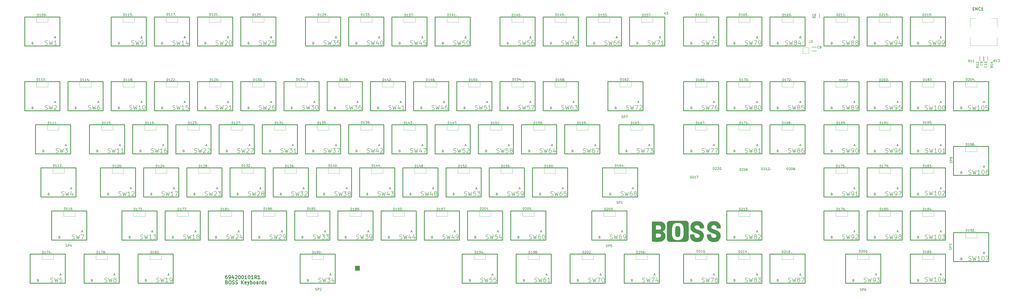
<source format=gto>
%TF.GenerationSoftware,KiCad,Pcbnew,(5.1.7)-1*%
%TF.CreationDate,2021-06-04T23:16:26-04:00*%
%TF.ProjectId,694200101,36393432-3030-4313-9031-2e6b69636164,rev?*%
%TF.SameCoordinates,Original*%
%TF.FileFunction,Legend,Top*%
%TF.FilePolarity,Positive*%
%FSLAX46Y46*%
G04 Gerber Fmt 4.6, Leading zero omitted, Abs format (unit mm)*
G04 Created by KiCad (PCBNEW (5.1.7)-1) date 2021-06-04 23:16:26*
%MOMM*%
%LPD*%
G01*
G04 APERTURE LIST*
%ADD10C,0.100000*%
%ADD11C,0.300000*%
%ADD12C,0.200000*%
%ADD13C,0.010000*%
%ADD14C,0.050000*%
%ADD15C,0.150000*%
%ADD16C,0.120000*%
%ADD17C,0.254000*%
%ADD18C,0.203200*%
G04 APERTURE END LIST*
D10*
G36*
X154432000Y-115062000D02*
G01*
X152400000Y-115062000D01*
X152400000Y-113030000D01*
X154432000Y-113030000D01*
X154432000Y-115062000D01*
G37*
X154432000Y-115062000D02*
X152400000Y-115062000D01*
X152400000Y-113030000D01*
X154432000Y-113030000D01*
X154432000Y-115062000D01*
D11*
X95838428Y-120288857D02*
X96052714Y-120360285D01*
X96124142Y-120431714D01*
X96195571Y-120574571D01*
X96195571Y-120788857D01*
X96124142Y-120931714D01*
X96052714Y-121003142D01*
X95909857Y-121074571D01*
X95338428Y-121074571D01*
X95338428Y-119574571D01*
X95838428Y-119574571D01*
X95981285Y-119646000D01*
X96052714Y-119717428D01*
X96124142Y-119860285D01*
X96124142Y-120003142D01*
X96052714Y-120146000D01*
X95981285Y-120217428D01*
X95838428Y-120288857D01*
X95338428Y-120288857D01*
X97124142Y-119574571D02*
X97409857Y-119574571D01*
X97552714Y-119646000D01*
X97695571Y-119788857D01*
X97767000Y-120074571D01*
X97767000Y-120574571D01*
X97695571Y-120860285D01*
X97552714Y-121003142D01*
X97409857Y-121074571D01*
X97124142Y-121074571D01*
X96981285Y-121003142D01*
X96838428Y-120860285D01*
X96767000Y-120574571D01*
X96767000Y-120074571D01*
X96838428Y-119788857D01*
X96981285Y-119646000D01*
X97124142Y-119574571D01*
X98338428Y-121003142D02*
X98552714Y-121074571D01*
X98909857Y-121074571D01*
X99052714Y-121003142D01*
X99124142Y-120931714D01*
X99195571Y-120788857D01*
X99195571Y-120646000D01*
X99124142Y-120503142D01*
X99052714Y-120431714D01*
X98909857Y-120360285D01*
X98624142Y-120288857D01*
X98481285Y-120217428D01*
X98409857Y-120146000D01*
X98338428Y-120003142D01*
X98338428Y-119860285D01*
X98409857Y-119717428D01*
X98481285Y-119646000D01*
X98624142Y-119574571D01*
X98981285Y-119574571D01*
X99195571Y-119646000D01*
X99767000Y-121003142D02*
X99981285Y-121074571D01*
X100338428Y-121074571D01*
X100481285Y-121003142D01*
X100552714Y-120931714D01*
X100624142Y-120788857D01*
X100624142Y-120646000D01*
X100552714Y-120503142D01*
X100481285Y-120431714D01*
X100338428Y-120360285D01*
X100052714Y-120288857D01*
X99909857Y-120217428D01*
X99838428Y-120146000D01*
X99767000Y-120003142D01*
X99767000Y-119860285D01*
X99838428Y-119717428D01*
X99909857Y-119646000D01*
X100052714Y-119574571D01*
X100409857Y-119574571D01*
X100624142Y-119646000D01*
X102409857Y-121074571D02*
X102409857Y-119574571D01*
X103267000Y-121074571D02*
X102624142Y-120217428D01*
X103267000Y-119574571D02*
X102409857Y-120431714D01*
X104481285Y-121003142D02*
X104338428Y-121074571D01*
X104052714Y-121074571D01*
X103909857Y-121003142D01*
X103838428Y-120860285D01*
X103838428Y-120288857D01*
X103909857Y-120146000D01*
X104052714Y-120074571D01*
X104338428Y-120074571D01*
X104481285Y-120146000D01*
X104552714Y-120288857D01*
X104552714Y-120431714D01*
X103838428Y-120574571D01*
X105052714Y-120074571D02*
X105409857Y-121074571D01*
X105767000Y-120074571D02*
X105409857Y-121074571D01*
X105267000Y-121431714D01*
X105195571Y-121503142D01*
X105052714Y-121574571D01*
X106338428Y-121074571D02*
X106338428Y-119574571D01*
X106338428Y-120146000D02*
X106481285Y-120074571D01*
X106767000Y-120074571D01*
X106909857Y-120146000D01*
X106981285Y-120217428D01*
X107052714Y-120360285D01*
X107052714Y-120788857D01*
X106981285Y-120931714D01*
X106909857Y-121003142D01*
X106767000Y-121074571D01*
X106481285Y-121074571D01*
X106338428Y-121003142D01*
X107909857Y-121074571D02*
X107767000Y-121003142D01*
X107695571Y-120931714D01*
X107624142Y-120788857D01*
X107624142Y-120360285D01*
X107695571Y-120217428D01*
X107767000Y-120146000D01*
X107909857Y-120074571D01*
X108124142Y-120074571D01*
X108267000Y-120146000D01*
X108338428Y-120217428D01*
X108409857Y-120360285D01*
X108409857Y-120788857D01*
X108338428Y-120931714D01*
X108267000Y-121003142D01*
X108124142Y-121074571D01*
X107909857Y-121074571D01*
X109695571Y-121074571D02*
X109695571Y-120288857D01*
X109624142Y-120146000D01*
X109481285Y-120074571D01*
X109195571Y-120074571D01*
X109052714Y-120146000D01*
X109695571Y-121003142D02*
X109552714Y-121074571D01*
X109195571Y-121074571D01*
X109052714Y-121003142D01*
X108981285Y-120860285D01*
X108981285Y-120717428D01*
X109052714Y-120574571D01*
X109195571Y-120503142D01*
X109552714Y-120503142D01*
X109695571Y-120431714D01*
X110409857Y-121074571D02*
X110409857Y-120074571D01*
X110409857Y-120360285D02*
X110481285Y-120217428D01*
X110552714Y-120146000D01*
X110695571Y-120074571D01*
X110838428Y-120074571D01*
X111981285Y-121074571D02*
X111981285Y-119574571D01*
X111981285Y-121003142D02*
X111838428Y-121074571D01*
X111552714Y-121074571D01*
X111409857Y-121003142D01*
X111338428Y-120931714D01*
X111267000Y-120788857D01*
X111267000Y-120360285D01*
X111338428Y-120217428D01*
X111409857Y-120146000D01*
X111552714Y-120074571D01*
X111838428Y-120074571D01*
X111981285Y-120146000D01*
X112624142Y-121003142D02*
X112767000Y-121074571D01*
X113052714Y-121074571D01*
X113195571Y-121003142D01*
X113267000Y-120860285D01*
X113267000Y-120788857D01*
X113195571Y-120646000D01*
X113052714Y-120574571D01*
X112838428Y-120574571D01*
X112695571Y-120503142D01*
X112624142Y-120360285D01*
X112624142Y-120288857D01*
X112695571Y-120146000D01*
X112838428Y-120074571D01*
X113052714Y-120074571D01*
X113195571Y-120146000D01*
X95977142Y-117288571D02*
X95691428Y-117288571D01*
X95548571Y-117360000D01*
X95477142Y-117431428D01*
X95334285Y-117645714D01*
X95262857Y-117931428D01*
X95262857Y-118502857D01*
X95334285Y-118645714D01*
X95405714Y-118717142D01*
X95548571Y-118788571D01*
X95834285Y-118788571D01*
X95977142Y-118717142D01*
X96048571Y-118645714D01*
X96120000Y-118502857D01*
X96120000Y-118145714D01*
X96048571Y-118002857D01*
X95977142Y-117931428D01*
X95834285Y-117860000D01*
X95548571Y-117860000D01*
X95405714Y-117931428D01*
X95334285Y-118002857D01*
X95262857Y-118145714D01*
X96834285Y-118788571D02*
X97120000Y-118788571D01*
X97262857Y-118717142D01*
X97334285Y-118645714D01*
X97477142Y-118431428D01*
X97548571Y-118145714D01*
X97548571Y-117574285D01*
X97477142Y-117431428D01*
X97405714Y-117360000D01*
X97262857Y-117288571D01*
X96977142Y-117288571D01*
X96834285Y-117360000D01*
X96762857Y-117431428D01*
X96691428Y-117574285D01*
X96691428Y-117931428D01*
X96762857Y-118074285D01*
X96834285Y-118145714D01*
X96977142Y-118217142D01*
X97262857Y-118217142D01*
X97405714Y-118145714D01*
X97477142Y-118074285D01*
X97548571Y-117931428D01*
X98834285Y-117788571D02*
X98834285Y-118788571D01*
X98477142Y-117217142D02*
X98120000Y-118288571D01*
X99048571Y-118288571D01*
X99548571Y-117431428D02*
X99620000Y-117360000D01*
X99762857Y-117288571D01*
X100120000Y-117288571D01*
X100262857Y-117360000D01*
X100334285Y-117431428D01*
X100405714Y-117574285D01*
X100405714Y-117717142D01*
X100334285Y-117931428D01*
X99477142Y-118788571D01*
X100405714Y-118788571D01*
X101334285Y-117288571D02*
X101477142Y-117288571D01*
X101620000Y-117360000D01*
X101691428Y-117431428D01*
X101762857Y-117574285D01*
X101834285Y-117860000D01*
X101834285Y-118217142D01*
X101762857Y-118502857D01*
X101691428Y-118645714D01*
X101620000Y-118717142D01*
X101477142Y-118788571D01*
X101334285Y-118788571D01*
X101191428Y-118717142D01*
X101120000Y-118645714D01*
X101048571Y-118502857D01*
X100977142Y-118217142D01*
X100977142Y-117860000D01*
X101048571Y-117574285D01*
X101120000Y-117431428D01*
X101191428Y-117360000D01*
X101334285Y-117288571D01*
X102762857Y-117288571D02*
X102905714Y-117288571D01*
X103048571Y-117360000D01*
X103120000Y-117431428D01*
X103191428Y-117574285D01*
X103262857Y-117860000D01*
X103262857Y-118217142D01*
X103191428Y-118502857D01*
X103120000Y-118645714D01*
X103048571Y-118717142D01*
X102905714Y-118788571D01*
X102762857Y-118788571D01*
X102620000Y-118717142D01*
X102548571Y-118645714D01*
X102477142Y-118502857D01*
X102405714Y-118217142D01*
X102405714Y-117860000D01*
X102477142Y-117574285D01*
X102548571Y-117431428D01*
X102620000Y-117360000D01*
X102762857Y-117288571D01*
X104691428Y-118788571D02*
X103834285Y-118788571D01*
X104262857Y-118788571D02*
X104262857Y-117288571D01*
X104120000Y-117502857D01*
X103977142Y-117645714D01*
X103834285Y-117717142D01*
X105620000Y-117288571D02*
X105762857Y-117288571D01*
X105905714Y-117360000D01*
X105977142Y-117431428D01*
X106048571Y-117574285D01*
X106120000Y-117860000D01*
X106120000Y-118217142D01*
X106048571Y-118502857D01*
X105977142Y-118645714D01*
X105905714Y-118717142D01*
X105762857Y-118788571D01*
X105620000Y-118788571D01*
X105477142Y-118717142D01*
X105405714Y-118645714D01*
X105334285Y-118502857D01*
X105262857Y-118217142D01*
X105262857Y-117860000D01*
X105334285Y-117574285D01*
X105405714Y-117431428D01*
X105477142Y-117360000D01*
X105620000Y-117288571D01*
X107548571Y-118788571D02*
X106691428Y-118788571D01*
X107120000Y-118788571D02*
X107120000Y-117288571D01*
X106977142Y-117502857D01*
X106834285Y-117645714D01*
X106691428Y-117717142D01*
X109048571Y-118788571D02*
X108548571Y-118074285D01*
X108191428Y-118788571D02*
X108191428Y-117288571D01*
X108762857Y-117288571D01*
X108905714Y-117360000D01*
X108977142Y-117431428D01*
X109048571Y-117574285D01*
X109048571Y-117788571D01*
X108977142Y-117931428D01*
X108905714Y-118002857D01*
X108762857Y-118074285D01*
X108191428Y-118074285D01*
X110477142Y-118788571D02*
X109620000Y-118788571D01*
X110048571Y-118788571D02*
X110048571Y-117288571D01*
X109905714Y-117502857D01*
X109762857Y-117645714D01*
X109620000Y-117717142D01*
D10*
%TO.C,ENC1*%
X435505600Y-3724600D02*
X435505600Y-7524600D01*
X433005600Y-3724600D02*
X435505600Y-3724600D01*
X423705600Y-3724600D02*
X426205600Y-3724600D01*
X423705600Y-7524600D02*
X423705600Y-3724600D01*
D12*
X427205600Y-1424600D02*
X427205600Y-1424600D01*
X427005600Y-1424600D02*
X427005600Y-1424600D01*
D10*
X435505600Y-15724600D02*
X435505600Y-11924600D01*
X423705600Y-15724600D02*
X435505600Y-15724600D01*
X423705600Y-11924600D02*
X423705600Y-15724600D01*
D12*
X427005600Y-1424600D02*
G75*
G02*
X427205600Y-1424600I100000J0D01*
G01*
X427205600Y-1424600D02*
G75*
G02*
X427005600Y-1424600I-100000J0D01*
G01*
D13*
%TO.C,G1*%
G36*
X303593239Y-93329019D02*
G01*
X303745241Y-93335424D01*
X303819255Y-93342083D01*
X304175825Y-93401070D01*
X304497064Y-93491090D01*
X304789881Y-93614951D01*
X305061182Y-93775460D01*
X305264219Y-93929502D01*
X305448083Y-94092477D01*
X305597082Y-94248015D01*
X305722521Y-94409862D01*
X305835707Y-94591765D01*
X305887429Y-94687218D01*
X306002340Y-94921736D01*
X306089641Y-95137090D01*
X306155415Y-95352135D01*
X306205741Y-95585727D01*
X306233677Y-95760820D01*
X306252413Y-95927230D01*
X306253156Y-96056136D01*
X306233597Y-96158350D01*
X306191429Y-96244686D01*
X306124343Y-96325956D01*
X306109960Y-96340374D01*
X305999870Y-96448419D01*
X305368185Y-96438935D01*
X305138713Y-96434996D01*
X304954218Y-96429013D01*
X304808879Y-96418298D01*
X304696879Y-96400164D01*
X304612397Y-96371924D01*
X304549614Y-96330891D01*
X304502711Y-96274379D01*
X304465868Y-96199700D01*
X304433266Y-96104168D01*
X304401139Y-95992424D01*
X304318527Y-95743607D01*
X304220952Y-95540110D01*
X304104388Y-95377644D01*
X303964809Y-95251923D01*
X303798190Y-95158658D01*
X303600505Y-95093560D01*
X303545644Y-95081160D01*
X303437090Y-95064495D01*
X303302146Y-95052471D01*
X303155556Y-95045469D01*
X303012062Y-95043871D01*
X302886406Y-95048057D01*
X302793333Y-95058410D01*
X302779536Y-95061347D01*
X302596279Y-95129165D01*
X302430713Y-95235601D01*
X302288070Y-95373030D01*
X302173582Y-95533826D01*
X302092481Y-95710361D01*
X302049999Y-95895011D01*
X302051369Y-96080150D01*
X302056973Y-96114513D01*
X302086967Y-96219888D01*
X302138762Y-96316045D01*
X302219520Y-96412813D01*
X302336399Y-96520020D01*
X302376539Y-96553220D01*
X302455025Y-96612766D01*
X302542245Y-96669502D01*
X302643788Y-96725957D01*
X302765244Y-96784659D01*
X302912201Y-96848137D01*
X303090249Y-96918919D01*
X303304978Y-96999533D01*
X303561975Y-97092508D01*
X303593500Y-97103754D01*
X303914817Y-97220497D01*
X304215484Y-97334221D01*
X304490013Y-97442696D01*
X304732912Y-97543693D01*
X304938693Y-97634985D01*
X305101867Y-97714342D01*
X305117259Y-97722395D01*
X305253543Y-97811991D01*
X305400424Y-97938748D01*
X305549652Y-98092655D01*
X305692977Y-98263699D01*
X305822147Y-98441868D01*
X305928911Y-98617149D01*
X306005019Y-98779531D01*
X306017655Y-98815012D01*
X306058098Y-98960662D01*
X306096144Y-99139704D01*
X306129061Y-99334734D01*
X306154120Y-99528345D01*
X306168589Y-99703130D01*
X306171050Y-99792774D01*
X306153913Y-100031240D01*
X306106477Y-100293079D01*
X306033026Y-100566191D01*
X305937849Y-100838473D01*
X305825231Y-101097824D01*
X305699460Y-101332142D01*
X305564823Y-101529327D01*
X305548863Y-101549200D01*
X305312184Y-101799439D01*
X305045515Y-102008805D01*
X304749942Y-102176611D01*
X304426548Y-102302171D01*
X304302890Y-102337062D01*
X304163018Y-102364985D01*
X303984577Y-102388564D01*
X303777309Y-102407551D01*
X303550956Y-102421696D01*
X303315262Y-102430748D01*
X303079968Y-102434459D01*
X302854819Y-102432577D01*
X302649555Y-102424854D01*
X302473920Y-102411039D01*
X302337657Y-102390883D01*
X302323500Y-102387820D01*
X301950120Y-102280937D01*
X301611970Y-102137543D01*
X301308645Y-101957335D01*
X301039738Y-101740004D01*
X300804843Y-101485246D01*
X300603556Y-101192754D01*
X300509266Y-101020155D01*
X300426469Y-100836403D01*
X300352567Y-100635457D01*
X300288788Y-100424605D01*
X300236362Y-100211133D01*
X300196516Y-100002327D01*
X300170480Y-99805473D01*
X300159482Y-99627858D01*
X300164750Y-99476769D01*
X300187514Y-99359491D01*
X300218510Y-99295761D01*
X300257547Y-99251461D01*
X300305257Y-99217219D01*
X300368303Y-99191777D01*
X300453348Y-99173880D01*
X300567055Y-99162268D01*
X300716086Y-99155686D01*
X300907103Y-99152875D01*
X300977300Y-99152569D01*
X301221288Y-99153452D01*
X301419987Y-99159534D01*
X301578860Y-99173824D01*
X301703370Y-99199329D01*
X301798982Y-99239057D01*
X301871157Y-99296016D01*
X301925360Y-99373215D01*
X301967054Y-99473661D01*
X302001703Y-99600362D01*
X302029930Y-99732112D01*
X302097745Y-99982296D01*
X302192564Y-100197538D01*
X302312325Y-100374602D01*
X302454966Y-100510254D01*
X302570644Y-100580447D01*
X302699076Y-100627082D01*
X302863526Y-100664338D01*
X303049888Y-100691097D01*
X303244056Y-100706240D01*
X303431925Y-100708646D01*
X303599389Y-100697197D01*
X303727469Y-100672248D01*
X303900664Y-100595177D01*
X304053271Y-100476329D01*
X304180615Y-100322172D01*
X304278022Y-100139173D01*
X304340816Y-99933798D01*
X304360435Y-99796631D01*
X304363774Y-99637740D01*
X304340479Y-99509719D01*
X304284979Y-99397211D01*
X304191707Y-99284860D01*
X304165202Y-99258284D01*
X304049646Y-99163626D01*
X303891791Y-99062098D01*
X303699013Y-98957446D01*
X303478691Y-98853417D01*
X303238204Y-98753755D01*
X303003511Y-98668474D01*
X302571229Y-98514113D01*
X302180913Y-98358625D01*
X301834802Y-98203012D01*
X301535136Y-98048275D01*
X301304692Y-97909070D01*
X301190726Y-97824708D01*
X301061954Y-97714203D01*
X300926743Y-97586311D01*
X300793459Y-97449788D01*
X300670470Y-97313389D01*
X300566141Y-97185870D01*
X300488840Y-97075987D01*
X300460641Y-97025759D01*
X300408198Y-96911913D01*
X300367803Y-96806122D01*
X300337934Y-96699067D01*
X300317070Y-96581427D01*
X300303687Y-96443881D01*
X300296264Y-96277107D01*
X300293279Y-96071786D01*
X300293018Y-95999300D01*
X300292035Y-95465900D01*
X300387209Y-95189035D01*
X300510564Y-94861642D01*
X300640944Y-94579843D01*
X300781699Y-94338562D01*
X300936183Y-94132726D01*
X301107745Y-93957260D01*
X301299737Y-93807092D01*
X301300183Y-93806786D01*
X301426134Y-93729605D01*
X301582645Y-93647086D01*
X301753643Y-93566581D01*
X301923054Y-93495438D01*
X302074802Y-93441006D01*
X302143465Y-93421220D01*
X302253075Y-93400204D01*
X302403361Y-93380946D01*
X302584215Y-93363922D01*
X302785529Y-93349609D01*
X302997197Y-93338485D01*
X303209109Y-93331027D01*
X303411160Y-93327713D01*
X303593239Y-93329019D01*
G37*
X303593239Y-93329019D02*
X303745241Y-93335424D01*
X303819255Y-93342083D01*
X304175825Y-93401070D01*
X304497064Y-93491090D01*
X304789881Y-93614951D01*
X305061182Y-93775460D01*
X305264219Y-93929502D01*
X305448083Y-94092477D01*
X305597082Y-94248015D01*
X305722521Y-94409862D01*
X305835707Y-94591765D01*
X305887429Y-94687218D01*
X306002340Y-94921736D01*
X306089641Y-95137090D01*
X306155415Y-95352135D01*
X306205741Y-95585727D01*
X306233677Y-95760820D01*
X306252413Y-95927230D01*
X306253156Y-96056136D01*
X306233597Y-96158350D01*
X306191429Y-96244686D01*
X306124343Y-96325956D01*
X306109960Y-96340374D01*
X305999870Y-96448419D01*
X305368185Y-96438935D01*
X305138713Y-96434996D01*
X304954218Y-96429013D01*
X304808879Y-96418298D01*
X304696879Y-96400164D01*
X304612397Y-96371924D01*
X304549614Y-96330891D01*
X304502711Y-96274379D01*
X304465868Y-96199700D01*
X304433266Y-96104168D01*
X304401139Y-95992424D01*
X304318527Y-95743607D01*
X304220952Y-95540110D01*
X304104388Y-95377644D01*
X303964809Y-95251923D01*
X303798190Y-95158658D01*
X303600505Y-95093560D01*
X303545644Y-95081160D01*
X303437090Y-95064495D01*
X303302146Y-95052471D01*
X303155556Y-95045469D01*
X303012062Y-95043871D01*
X302886406Y-95048057D01*
X302793333Y-95058410D01*
X302779536Y-95061347D01*
X302596279Y-95129165D01*
X302430713Y-95235601D01*
X302288070Y-95373030D01*
X302173582Y-95533826D01*
X302092481Y-95710361D01*
X302049999Y-95895011D01*
X302051369Y-96080150D01*
X302056973Y-96114513D01*
X302086967Y-96219888D01*
X302138762Y-96316045D01*
X302219520Y-96412813D01*
X302336399Y-96520020D01*
X302376539Y-96553220D01*
X302455025Y-96612766D01*
X302542245Y-96669502D01*
X302643788Y-96725957D01*
X302765244Y-96784659D01*
X302912201Y-96848137D01*
X303090249Y-96918919D01*
X303304978Y-96999533D01*
X303561975Y-97092508D01*
X303593500Y-97103754D01*
X303914817Y-97220497D01*
X304215484Y-97334221D01*
X304490013Y-97442696D01*
X304732912Y-97543693D01*
X304938693Y-97634985D01*
X305101867Y-97714342D01*
X305117259Y-97722395D01*
X305253543Y-97811991D01*
X305400424Y-97938748D01*
X305549652Y-98092655D01*
X305692977Y-98263699D01*
X305822147Y-98441868D01*
X305928911Y-98617149D01*
X306005019Y-98779531D01*
X306017655Y-98815012D01*
X306058098Y-98960662D01*
X306096144Y-99139704D01*
X306129061Y-99334734D01*
X306154120Y-99528345D01*
X306168589Y-99703130D01*
X306171050Y-99792774D01*
X306153913Y-100031240D01*
X306106477Y-100293079D01*
X306033026Y-100566191D01*
X305937849Y-100838473D01*
X305825231Y-101097824D01*
X305699460Y-101332142D01*
X305564823Y-101529327D01*
X305548863Y-101549200D01*
X305312184Y-101799439D01*
X305045515Y-102008805D01*
X304749942Y-102176611D01*
X304426548Y-102302171D01*
X304302890Y-102337062D01*
X304163018Y-102364985D01*
X303984577Y-102388564D01*
X303777309Y-102407551D01*
X303550956Y-102421696D01*
X303315262Y-102430748D01*
X303079968Y-102434459D01*
X302854819Y-102432577D01*
X302649555Y-102424854D01*
X302473920Y-102411039D01*
X302337657Y-102390883D01*
X302323500Y-102387820D01*
X301950120Y-102280937D01*
X301611970Y-102137543D01*
X301308645Y-101957335D01*
X301039738Y-101740004D01*
X300804843Y-101485246D01*
X300603556Y-101192754D01*
X300509266Y-101020155D01*
X300426469Y-100836403D01*
X300352567Y-100635457D01*
X300288788Y-100424605D01*
X300236362Y-100211133D01*
X300196516Y-100002327D01*
X300170480Y-99805473D01*
X300159482Y-99627858D01*
X300164750Y-99476769D01*
X300187514Y-99359491D01*
X300218510Y-99295761D01*
X300257547Y-99251461D01*
X300305257Y-99217219D01*
X300368303Y-99191777D01*
X300453348Y-99173880D01*
X300567055Y-99162268D01*
X300716086Y-99155686D01*
X300907103Y-99152875D01*
X300977300Y-99152569D01*
X301221288Y-99153452D01*
X301419987Y-99159534D01*
X301578860Y-99173824D01*
X301703370Y-99199329D01*
X301798982Y-99239057D01*
X301871157Y-99296016D01*
X301925360Y-99373215D01*
X301967054Y-99473661D01*
X302001703Y-99600362D01*
X302029930Y-99732112D01*
X302097745Y-99982296D01*
X302192564Y-100197538D01*
X302312325Y-100374602D01*
X302454966Y-100510254D01*
X302570644Y-100580447D01*
X302699076Y-100627082D01*
X302863526Y-100664338D01*
X303049888Y-100691097D01*
X303244056Y-100706240D01*
X303431925Y-100708646D01*
X303599389Y-100697197D01*
X303727469Y-100672248D01*
X303900664Y-100595177D01*
X304053271Y-100476329D01*
X304180615Y-100322172D01*
X304278022Y-100139173D01*
X304340816Y-99933798D01*
X304360435Y-99796631D01*
X304363774Y-99637740D01*
X304340479Y-99509719D01*
X304284979Y-99397211D01*
X304191707Y-99284860D01*
X304165202Y-99258284D01*
X304049646Y-99163626D01*
X303891791Y-99062098D01*
X303699013Y-98957446D01*
X303478691Y-98853417D01*
X303238204Y-98753755D01*
X303003511Y-98668474D01*
X302571229Y-98514113D01*
X302180913Y-98358625D01*
X301834802Y-98203012D01*
X301535136Y-98048275D01*
X301304692Y-97909070D01*
X301190726Y-97824708D01*
X301061954Y-97714203D01*
X300926743Y-97586311D01*
X300793459Y-97449788D01*
X300670470Y-97313389D01*
X300566141Y-97185870D01*
X300488840Y-97075987D01*
X300460641Y-97025759D01*
X300408198Y-96911913D01*
X300367803Y-96806122D01*
X300337934Y-96699067D01*
X300317070Y-96581427D01*
X300303687Y-96443881D01*
X300296264Y-96277107D01*
X300293279Y-96071786D01*
X300293018Y-95999300D01*
X300292035Y-95465900D01*
X300387209Y-95189035D01*
X300510564Y-94861642D01*
X300640944Y-94579843D01*
X300781699Y-94338562D01*
X300936183Y-94132726D01*
X301107745Y-93957260D01*
X301299737Y-93807092D01*
X301300183Y-93806786D01*
X301426134Y-93729605D01*
X301582645Y-93647086D01*
X301753643Y-93566581D01*
X301923054Y-93495438D01*
X302074802Y-93441006D01*
X302143465Y-93421220D01*
X302253075Y-93400204D01*
X302403361Y-93380946D01*
X302584215Y-93363922D01*
X302785529Y-93349609D01*
X302997197Y-93338485D01*
X303209109Y-93331027D01*
X303411160Y-93327713D01*
X303593239Y-93329019D01*
G36*
X311121635Y-93330688D02*
G01*
X311250472Y-93342724D01*
X311377986Y-93362100D01*
X311514047Y-93389597D01*
X311668529Y-93425996D01*
X311756573Y-93447982D01*
X311965637Y-93511914D01*
X312163605Y-93597273D01*
X312359029Y-93709167D01*
X312560459Y-93852701D01*
X312776444Y-94032984D01*
X312855718Y-94104478D01*
X313035759Y-94299109D01*
X313200127Y-94535632D01*
X313345420Y-94806643D01*
X313468236Y-95104738D01*
X313565171Y-95422515D01*
X313632825Y-95752570D01*
X313642018Y-95815539D01*
X313657010Y-95970750D01*
X313651522Y-96090871D01*
X313622335Y-96188589D01*
X313566227Y-96276595D01*
X313509034Y-96339389D01*
X313404623Y-96443800D01*
X312893261Y-96442229D01*
X312722370Y-96440772D01*
X312555267Y-96437666D01*
X312403714Y-96433254D01*
X312279475Y-96427878D01*
X312194523Y-96421900D01*
X312078243Y-96403745D01*
X311991709Y-96370694D01*
X311926911Y-96314680D01*
X311875835Y-96227635D01*
X311830472Y-96101492D01*
X311811570Y-96036259D01*
X311729554Y-95782628D01*
X311635263Y-95574636D01*
X311524706Y-95407802D01*
X311393895Y-95277646D01*
X311238843Y-95179685D01*
X311055560Y-95109441D01*
X310966076Y-95086415D01*
X310679581Y-95039194D01*
X310419503Y-95033667D01*
X310182978Y-95070014D01*
X309967142Y-95148417D01*
X309963887Y-95149992D01*
X309796036Y-95257780D01*
X309653211Y-95406832D01*
X309533035Y-95599700D01*
X309518414Y-95629241D01*
X309472591Y-95733890D01*
X309448287Y-95822228D01*
X309439484Y-95920629D01*
X309438986Y-95977335D01*
X309443452Y-96087555D01*
X309458729Y-96168692D01*
X309489751Y-96242121D01*
X309507406Y-96273665D01*
X309580088Y-96377543D01*
X309675156Y-96476408D01*
X309796447Y-96572427D01*
X309947798Y-96667766D01*
X310133047Y-96764591D01*
X310356031Y-96865067D01*
X310620586Y-96971359D01*
X310930551Y-97085635D01*
X310972200Y-97100418D01*
X311310273Y-97221425D01*
X311603690Y-97329843D01*
X311856492Y-97427553D01*
X312072717Y-97516439D01*
X312256405Y-97598380D01*
X312411597Y-97675258D01*
X312542332Y-97748955D01*
X312652650Y-97821351D01*
X312746590Y-97894330D01*
X312818836Y-97960445D01*
X313030274Y-98186107D01*
X313198446Y-98406641D01*
X313328469Y-98632403D01*
X313425459Y-98873749D01*
X313494531Y-99141036D01*
X313537366Y-99414933D01*
X313559901Y-99667408D01*
X313561880Y-99889869D01*
X313542439Y-100099130D01*
X313500712Y-100312007D01*
X313488703Y-100360033D01*
X313373372Y-100739572D01*
X313234183Y-101075580D01*
X313069651Y-101370131D01*
X312878295Y-101625302D01*
X312658631Y-101843167D01*
X312409176Y-102025803D01*
X312223772Y-102129927D01*
X312078880Y-102199587D01*
X311942548Y-102257049D01*
X311807562Y-102303594D01*
X311666706Y-102340505D01*
X311512766Y-102369064D01*
X311338527Y-102390555D01*
X311136773Y-102406259D01*
X310900291Y-102417459D01*
X310621864Y-102425438D01*
X310553100Y-102426913D01*
X309918100Y-102439886D01*
X309638700Y-102366228D01*
X309353349Y-102280772D01*
X309104711Y-102183013D01*
X308879106Y-102067066D01*
X308736655Y-101978035D01*
X308465048Y-101766122D01*
X308227210Y-101516616D01*
X308023540Y-101230228D01*
X307854436Y-100907666D01*
X307720297Y-100549640D01*
X307621523Y-100156860D01*
X307581925Y-99922837D01*
X307556049Y-99714140D01*
X307546457Y-99548929D01*
X307556166Y-99421649D01*
X307588193Y-99326748D01*
X307645554Y-99258674D01*
X307731267Y-99211875D01*
X307848348Y-99180797D01*
X307996248Y-99160261D01*
X308192259Y-99145278D01*
X308397217Y-99139560D01*
X308600878Y-99142560D01*
X308792996Y-99153730D01*
X308963328Y-99172522D01*
X309101629Y-99198389D01*
X309182022Y-99223681D01*
X309243034Y-99261108D01*
X309294079Y-99321843D01*
X309338428Y-99412658D01*
X309379353Y-99540322D01*
X309420125Y-99711608D01*
X309421998Y-99720400D01*
X309493940Y-99982209D01*
X309589728Y-100200087D01*
X309710229Y-100375408D01*
X309856308Y-100509546D01*
X309958645Y-100571887D01*
X310101324Y-100627519D01*
X310277074Y-100669173D01*
X310472877Y-100696190D01*
X310675713Y-100707913D01*
X310872562Y-100703682D01*
X311050406Y-100682840D01*
X311196224Y-100644727D01*
X311218929Y-100635611D01*
X311370525Y-100544249D01*
X311505619Y-100412053D01*
X311617652Y-100248004D01*
X311700069Y-100061084D01*
X311735306Y-99928273D01*
X311756162Y-99719225D01*
X311732602Y-99532520D01*
X311665123Y-99369649D01*
X311554220Y-99232102D01*
X311484938Y-99174953D01*
X311366446Y-99098719D01*
X311210784Y-99013133D01*
X311029385Y-98923620D01*
X310833684Y-98835603D01*
X310635114Y-98754507D01*
X310475671Y-98696120D01*
X310208568Y-98602728D01*
X309978576Y-98518543D01*
X309773968Y-98438795D01*
X309583015Y-98358713D01*
X309393990Y-98273524D01*
X309195165Y-98178458D01*
X309156100Y-98159273D01*
X308983733Y-98072610D01*
X308846599Y-97998933D01*
X308733250Y-97931179D01*
X308632242Y-97862286D01*
X308532130Y-97785192D01*
X308478778Y-97741315D01*
X308222540Y-97503984D01*
X308016145Y-97261541D01*
X307858789Y-97012864D01*
X307749672Y-96756830D01*
X307729941Y-96691915D01*
X307712941Y-96601646D01*
X307698610Y-96462620D01*
X307687104Y-96276819D01*
X307678580Y-96046223D01*
X307678338Y-96037400D01*
X307664241Y-95516700D01*
X307783892Y-95186500D01*
X307882554Y-94927649D01*
X307979216Y-94700169D01*
X308071260Y-94509783D01*
X308156067Y-94362210D01*
X308172535Y-94337452D01*
X308222453Y-94272994D01*
X308297773Y-94185719D01*
X308387399Y-94088143D01*
X308461572Y-94011450D01*
X308552581Y-93922004D01*
X308630361Y-93853103D01*
X308707796Y-93795804D01*
X308797771Y-93741162D01*
X308913170Y-93680233D01*
X309003700Y-93635098D01*
X309152232Y-93563721D01*
X309283404Y-93506251D01*
X309405947Y-93460838D01*
X309528594Y-93425632D01*
X309660079Y-93398785D01*
X309809135Y-93378446D01*
X309984492Y-93362766D01*
X310194886Y-93349896D01*
X310395608Y-93340322D01*
X310628460Y-93330808D01*
X310820501Y-93325511D01*
X310981602Y-93325210D01*
X311121635Y-93330688D01*
G37*
X311121635Y-93330688D02*
X311250472Y-93342724D01*
X311377986Y-93362100D01*
X311514047Y-93389597D01*
X311668529Y-93425996D01*
X311756573Y-93447982D01*
X311965637Y-93511914D01*
X312163605Y-93597273D01*
X312359029Y-93709167D01*
X312560459Y-93852701D01*
X312776444Y-94032984D01*
X312855718Y-94104478D01*
X313035759Y-94299109D01*
X313200127Y-94535632D01*
X313345420Y-94806643D01*
X313468236Y-95104738D01*
X313565171Y-95422515D01*
X313632825Y-95752570D01*
X313642018Y-95815539D01*
X313657010Y-95970750D01*
X313651522Y-96090871D01*
X313622335Y-96188589D01*
X313566227Y-96276595D01*
X313509034Y-96339389D01*
X313404623Y-96443800D01*
X312893261Y-96442229D01*
X312722370Y-96440772D01*
X312555267Y-96437666D01*
X312403714Y-96433254D01*
X312279475Y-96427878D01*
X312194523Y-96421900D01*
X312078243Y-96403745D01*
X311991709Y-96370694D01*
X311926911Y-96314680D01*
X311875835Y-96227635D01*
X311830472Y-96101492D01*
X311811570Y-96036259D01*
X311729554Y-95782628D01*
X311635263Y-95574636D01*
X311524706Y-95407802D01*
X311393895Y-95277646D01*
X311238843Y-95179685D01*
X311055560Y-95109441D01*
X310966076Y-95086415D01*
X310679581Y-95039194D01*
X310419503Y-95033667D01*
X310182978Y-95070014D01*
X309967142Y-95148417D01*
X309963887Y-95149992D01*
X309796036Y-95257780D01*
X309653211Y-95406832D01*
X309533035Y-95599700D01*
X309518414Y-95629241D01*
X309472591Y-95733890D01*
X309448287Y-95822228D01*
X309439484Y-95920629D01*
X309438986Y-95977335D01*
X309443452Y-96087555D01*
X309458729Y-96168692D01*
X309489751Y-96242121D01*
X309507406Y-96273665D01*
X309580088Y-96377543D01*
X309675156Y-96476408D01*
X309796447Y-96572427D01*
X309947798Y-96667766D01*
X310133047Y-96764591D01*
X310356031Y-96865067D01*
X310620586Y-96971359D01*
X310930551Y-97085635D01*
X310972200Y-97100418D01*
X311310273Y-97221425D01*
X311603690Y-97329843D01*
X311856492Y-97427553D01*
X312072717Y-97516439D01*
X312256405Y-97598380D01*
X312411597Y-97675258D01*
X312542332Y-97748955D01*
X312652650Y-97821351D01*
X312746590Y-97894330D01*
X312818836Y-97960445D01*
X313030274Y-98186107D01*
X313198446Y-98406641D01*
X313328469Y-98632403D01*
X313425459Y-98873749D01*
X313494531Y-99141036D01*
X313537366Y-99414933D01*
X313559901Y-99667408D01*
X313561880Y-99889869D01*
X313542439Y-100099130D01*
X313500712Y-100312007D01*
X313488703Y-100360033D01*
X313373372Y-100739572D01*
X313234183Y-101075580D01*
X313069651Y-101370131D01*
X312878295Y-101625302D01*
X312658631Y-101843167D01*
X312409176Y-102025803D01*
X312223772Y-102129927D01*
X312078880Y-102199587D01*
X311942548Y-102257049D01*
X311807562Y-102303594D01*
X311666706Y-102340505D01*
X311512766Y-102369064D01*
X311338527Y-102390555D01*
X311136773Y-102406259D01*
X310900291Y-102417459D01*
X310621864Y-102425438D01*
X310553100Y-102426913D01*
X309918100Y-102439886D01*
X309638700Y-102366228D01*
X309353349Y-102280772D01*
X309104711Y-102183013D01*
X308879106Y-102067066D01*
X308736655Y-101978035D01*
X308465048Y-101766122D01*
X308227210Y-101516616D01*
X308023540Y-101230228D01*
X307854436Y-100907666D01*
X307720297Y-100549640D01*
X307621523Y-100156860D01*
X307581925Y-99922837D01*
X307556049Y-99714140D01*
X307546457Y-99548929D01*
X307556166Y-99421649D01*
X307588193Y-99326748D01*
X307645554Y-99258674D01*
X307731267Y-99211875D01*
X307848348Y-99180797D01*
X307996248Y-99160261D01*
X308192259Y-99145278D01*
X308397217Y-99139560D01*
X308600878Y-99142560D01*
X308792996Y-99153730D01*
X308963328Y-99172522D01*
X309101629Y-99198389D01*
X309182022Y-99223681D01*
X309243034Y-99261108D01*
X309294079Y-99321843D01*
X309338428Y-99412658D01*
X309379353Y-99540322D01*
X309420125Y-99711608D01*
X309421998Y-99720400D01*
X309493940Y-99982209D01*
X309589728Y-100200087D01*
X309710229Y-100375408D01*
X309856308Y-100509546D01*
X309958645Y-100571887D01*
X310101324Y-100627519D01*
X310277074Y-100669173D01*
X310472877Y-100696190D01*
X310675713Y-100707913D01*
X310872562Y-100703682D01*
X311050406Y-100682840D01*
X311196224Y-100644727D01*
X311218929Y-100635611D01*
X311370525Y-100544249D01*
X311505619Y-100412053D01*
X311617652Y-100248004D01*
X311700069Y-100061084D01*
X311735306Y-99928273D01*
X311756162Y-99719225D01*
X311732602Y-99532520D01*
X311665123Y-99369649D01*
X311554220Y-99232102D01*
X311484938Y-99174953D01*
X311366446Y-99098719D01*
X311210784Y-99013133D01*
X311029385Y-98923620D01*
X310833684Y-98835603D01*
X310635114Y-98754507D01*
X310475671Y-98696120D01*
X310208568Y-98602728D01*
X309978576Y-98518543D01*
X309773968Y-98438795D01*
X309583015Y-98358713D01*
X309393990Y-98273524D01*
X309195165Y-98178458D01*
X309156100Y-98159273D01*
X308983733Y-98072610D01*
X308846599Y-97998933D01*
X308733250Y-97931179D01*
X308632242Y-97862286D01*
X308532130Y-97785192D01*
X308478778Y-97741315D01*
X308222540Y-97503984D01*
X308016145Y-97261541D01*
X307858789Y-97012864D01*
X307749672Y-96756830D01*
X307729941Y-96691915D01*
X307712941Y-96601646D01*
X307698610Y-96462620D01*
X307687104Y-96276819D01*
X307678580Y-96046223D01*
X307678338Y-96037400D01*
X307664241Y-95516700D01*
X307783892Y-95186500D01*
X307882554Y-94927649D01*
X307979216Y-94700169D01*
X308071260Y-94509783D01*
X308156067Y-94362210D01*
X308172535Y-94337452D01*
X308222453Y-94272994D01*
X308297773Y-94185719D01*
X308387399Y-94088143D01*
X308461572Y-94011450D01*
X308552581Y-93922004D01*
X308630361Y-93853103D01*
X308707796Y-93795804D01*
X308797771Y-93741162D01*
X308913170Y-93680233D01*
X309003700Y-93635098D01*
X309152232Y-93563721D01*
X309283404Y-93506251D01*
X309405947Y-93460838D01*
X309528594Y-93425632D01*
X309660079Y-93398785D01*
X309809135Y-93378446D01*
X309984492Y-93362766D01*
X310194886Y-93349896D01*
X310395608Y-93340322D01*
X310628460Y-93330808D01*
X310820501Y-93325511D01*
X310981602Y-93325210D01*
X311121635Y-93330688D01*
G36*
X294343682Y-93120597D02*
G01*
X294710689Y-93121291D01*
X295080352Y-93122387D01*
X295448933Y-93123868D01*
X295812696Y-93125717D01*
X296167904Y-93127915D01*
X296510820Y-93130446D01*
X296837709Y-93133291D01*
X297144833Y-93136434D01*
X297428456Y-93139856D01*
X297684842Y-93143539D01*
X297910253Y-93147467D01*
X298100954Y-93151621D01*
X298253207Y-93155985D01*
X298363276Y-93160540D01*
X298427424Y-93165269D01*
X298437300Y-93166747D01*
X298670419Y-93237996D01*
X298885142Y-93353463D01*
X299076428Y-93508353D01*
X299239237Y-93697870D01*
X299368529Y-93917219D01*
X299450444Y-94130660D01*
X299456342Y-94154189D01*
X299461649Y-94184715D01*
X299466391Y-94224843D01*
X299470600Y-94277182D01*
X299474303Y-94344340D01*
X299477530Y-94428922D01*
X299480311Y-94533538D01*
X299482673Y-94660794D01*
X299484648Y-94813298D01*
X299486263Y-94993657D01*
X299487548Y-95204479D01*
X299488532Y-95448372D01*
X299489244Y-95727942D01*
X299489714Y-96045798D01*
X299489971Y-96404546D01*
X299490043Y-96806794D01*
X299489960Y-97255150D01*
X299489801Y-97648560D01*
X299489457Y-98062873D01*
X299488833Y-98465727D01*
X299487948Y-98853927D01*
X299486822Y-99224277D01*
X299485474Y-99573580D01*
X299483923Y-99898642D01*
X299482188Y-100196267D01*
X299480288Y-100463259D01*
X299478244Y-100696422D01*
X299476073Y-100892561D01*
X299473796Y-101048480D01*
X299471430Y-101160983D01*
X299468996Y-101226875D01*
X299468229Y-101237357D01*
X299429928Y-101447593D01*
X299354630Y-101637178D01*
X299237546Y-101815756D01*
X299110890Y-101956860D01*
X298922726Y-102118909D01*
X298725970Y-102234386D01*
X298511997Y-102307519D01*
X298335232Y-102337104D01*
X298280096Y-102340202D01*
X298176777Y-102343138D01*
X298027891Y-102345897D01*
X297836053Y-102348463D01*
X297603879Y-102350820D01*
X297333986Y-102352951D01*
X297028990Y-102354842D01*
X296691507Y-102356476D01*
X296324153Y-102357837D01*
X295929543Y-102358909D01*
X295510295Y-102359676D01*
X295069024Y-102360122D01*
X294608346Y-102360233D01*
X294538400Y-102360219D01*
X290969700Y-102359341D01*
X290803483Y-102290820D01*
X290612234Y-102202809D01*
X290455619Y-102108243D01*
X290317614Y-101996780D01*
X290257289Y-101938330D01*
X290132989Y-101786601D01*
X290027496Y-101608748D01*
X289950163Y-101422707D01*
X289915256Y-101282500D01*
X289911696Y-101234805D01*
X289908367Y-101138086D01*
X289905279Y-100994119D01*
X289902446Y-100804678D01*
X289899879Y-100571538D01*
X289897591Y-100296475D01*
X289895593Y-99981265D01*
X289893899Y-99627682D01*
X289892519Y-99237501D01*
X289891466Y-98812499D01*
X289890753Y-98354450D01*
X289890391Y-97865130D01*
X289890381Y-97810360D01*
X292104082Y-97810360D01*
X292107117Y-98151940D01*
X292111315Y-98444537D01*
X292116431Y-98693283D01*
X292123078Y-98905128D01*
X292131867Y-99087019D01*
X292143410Y-99245907D01*
X292158321Y-99388738D01*
X292177211Y-99522463D01*
X292200691Y-99654030D01*
X292229376Y-99790387D01*
X292263875Y-99938483D01*
X292264871Y-99942619D01*
X292362810Y-100284120D01*
X292482620Y-100581957D01*
X292626756Y-100839412D01*
X292797673Y-101059765D01*
X292997826Y-101246296D01*
X293229669Y-101402286D01*
X293434000Y-101504828D01*
X293583155Y-101563901D01*
X293734199Y-101608456D01*
X293901486Y-101641735D01*
X294099368Y-101666978D01*
X294190090Y-101675532D01*
X294432289Y-101695740D01*
X294631718Y-101710053D01*
X294796056Y-101718555D01*
X294932980Y-101721330D01*
X295050167Y-101718462D01*
X295155294Y-101710037D01*
X295256041Y-101696137D01*
X295303944Y-101687760D01*
X295510545Y-101641620D01*
X295717573Y-101581036D01*
X295910285Y-101511066D01*
X296073942Y-101436774D01*
X296136470Y-101401901D01*
X296336197Y-101269450D01*
X296507112Y-101128400D01*
X296657252Y-100969635D01*
X296794653Y-100784034D01*
X296927350Y-100562482D01*
X297002809Y-100418900D01*
X297054626Y-100313505D01*
X297099633Y-100213498D01*
X297138308Y-100114540D01*
X297171124Y-100012293D01*
X297198556Y-99902421D01*
X297221080Y-99780584D01*
X297239171Y-99642447D01*
X297253303Y-99483672D01*
X297263952Y-99299920D01*
X297271593Y-99086854D01*
X297276701Y-98840137D01*
X297279751Y-98555431D01*
X297281218Y-98228399D01*
X297281578Y-97873551D01*
X297281153Y-97517190D01*
X297279748Y-97207214D01*
X297277152Y-96939211D01*
X297273155Y-96708771D01*
X297267545Y-96511485D01*
X297260112Y-96342942D01*
X297250645Y-96198731D01*
X297238933Y-96074443D01*
X297224765Y-95965666D01*
X297207929Y-95867992D01*
X297188217Y-95777009D01*
X297179658Y-95742209D01*
X297087425Y-95461703D01*
X296958038Y-95191279D01*
X296796892Y-94937269D01*
X296609384Y-94706002D01*
X296400913Y-94503810D01*
X296176875Y-94337022D01*
X295942666Y-94211969D01*
X295842014Y-94173228D01*
X295711825Y-94130366D01*
X295596720Y-94096708D01*
X295488022Y-94071308D01*
X295377048Y-94053220D01*
X295255122Y-94041498D01*
X295113561Y-94035197D01*
X294943688Y-94033371D01*
X294736821Y-94035073D01*
X294594910Y-94037332D01*
X294357215Y-94042406D01*
X294162109Y-94049464D01*
X294001384Y-94060045D01*
X293866832Y-94075689D01*
X293750243Y-94097935D01*
X293643410Y-94128323D01*
X293538123Y-94168392D01*
X293426174Y-94219682D01*
X293309769Y-94278346D01*
X293081009Y-94416913D01*
X292881277Y-94583079D01*
X292707322Y-94781164D01*
X292555889Y-95015486D01*
X292423726Y-95290364D01*
X292308291Y-95607877D01*
X292259706Y-95774933D01*
X292218481Y-95950197D01*
X292184236Y-96138471D01*
X292156592Y-96344560D01*
X292135168Y-96573268D01*
X292119585Y-96829399D01*
X292109463Y-97117755D01*
X292104422Y-97443141D01*
X292104082Y-97810360D01*
X289890381Y-97810360D01*
X289890347Y-97641634D01*
X289890200Y-94153169D01*
X290010320Y-93920593D01*
X290145864Y-93697146D01*
X290302840Y-93514934D01*
X290488885Y-93366303D01*
X290661998Y-93267315D01*
X290881738Y-93158430D01*
X291776619Y-93135375D01*
X291951586Y-93131653D01*
X292162838Y-93128493D01*
X292406637Y-93125875D01*
X292679247Y-93123784D01*
X292976932Y-93122200D01*
X293295954Y-93121107D01*
X293632577Y-93120488D01*
X293983065Y-93120323D01*
X294343682Y-93120597D01*
G37*
X294343682Y-93120597D02*
X294710689Y-93121291D01*
X295080352Y-93122387D01*
X295448933Y-93123868D01*
X295812696Y-93125717D01*
X296167904Y-93127915D01*
X296510820Y-93130446D01*
X296837709Y-93133291D01*
X297144833Y-93136434D01*
X297428456Y-93139856D01*
X297684842Y-93143539D01*
X297910253Y-93147467D01*
X298100954Y-93151621D01*
X298253207Y-93155985D01*
X298363276Y-93160540D01*
X298427424Y-93165269D01*
X298437300Y-93166747D01*
X298670419Y-93237996D01*
X298885142Y-93353463D01*
X299076428Y-93508353D01*
X299239237Y-93697870D01*
X299368529Y-93917219D01*
X299450444Y-94130660D01*
X299456342Y-94154189D01*
X299461649Y-94184715D01*
X299466391Y-94224843D01*
X299470600Y-94277182D01*
X299474303Y-94344340D01*
X299477530Y-94428922D01*
X299480311Y-94533538D01*
X299482673Y-94660794D01*
X299484648Y-94813298D01*
X299486263Y-94993657D01*
X299487548Y-95204479D01*
X299488532Y-95448372D01*
X299489244Y-95727942D01*
X299489714Y-96045798D01*
X299489971Y-96404546D01*
X299490043Y-96806794D01*
X299489960Y-97255150D01*
X299489801Y-97648560D01*
X299489457Y-98062873D01*
X299488833Y-98465727D01*
X299487948Y-98853927D01*
X299486822Y-99224277D01*
X299485474Y-99573580D01*
X299483923Y-99898642D01*
X299482188Y-100196267D01*
X299480288Y-100463259D01*
X299478244Y-100696422D01*
X299476073Y-100892561D01*
X299473796Y-101048480D01*
X299471430Y-101160983D01*
X299468996Y-101226875D01*
X299468229Y-101237357D01*
X299429928Y-101447593D01*
X299354630Y-101637178D01*
X299237546Y-101815756D01*
X299110890Y-101956860D01*
X298922726Y-102118909D01*
X298725970Y-102234386D01*
X298511997Y-102307519D01*
X298335232Y-102337104D01*
X298280096Y-102340202D01*
X298176777Y-102343138D01*
X298027891Y-102345897D01*
X297836053Y-102348463D01*
X297603879Y-102350820D01*
X297333986Y-102352951D01*
X297028990Y-102354842D01*
X296691507Y-102356476D01*
X296324153Y-102357837D01*
X295929543Y-102358909D01*
X295510295Y-102359676D01*
X295069024Y-102360122D01*
X294608346Y-102360233D01*
X294538400Y-102360219D01*
X290969700Y-102359341D01*
X290803483Y-102290820D01*
X290612234Y-102202809D01*
X290455619Y-102108243D01*
X290317614Y-101996780D01*
X290257289Y-101938330D01*
X290132989Y-101786601D01*
X290027496Y-101608748D01*
X289950163Y-101422707D01*
X289915256Y-101282500D01*
X289911696Y-101234805D01*
X289908367Y-101138086D01*
X289905279Y-100994119D01*
X289902446Y-100804678D01*
X289899879Y-100571538D01*
X289897591Y-100296475D01*
X289895593Y-99981265D01*
X289893899Y-99627682D01*
X289892519Y-99237501D01*
X289891466Y-98812499D01*
X289890753Y-98354450D01*
X289890391Y-97865130D01*
X289890381Y-97810360D01*
X292104082Y-97810360D01*
X292107117Y-98151940D01*
X292111315Y-98444537D01*
X292116431Y-98693283D01*
X292123078Y-98905128D01*
X292131867Y-99087019D01*
X292143410Y-99245907D01*
X292158321Y-99388738D01*
X292177211Y-99522463D01*
X292200691Y-99654030D01*
X292229376Y-99790387D01*
X292263875Y-99938483D01*
X292264871Y-99942619D01*
X292362810Y-100284120D01*
X292482620Y-100581957D01*
X292626756Y-100839412D01*
X292797673Y-101059765D01*
X292997826Y-101246296D01*
X293229669Y-101402286D01*
X293434000Y-101504828D01*
X293583155Y-101563901D01*
X293734199Y-101608456D01*
X293901486Y-101641735D01*
X294099368Y-101666978D01*
X294190090Y-101675532D01*
X294432289Y-101695740D01*
X294631718Y-101710053D01*
X294796056Y-101718555D01*
X294932980Y-101721330D01*
X295050167Y-101718462D01*
X295155294Y-101710037D01*
X295256041Y-101696137D01*
X295303944Y-101687760D01*
X295510545Y-101641620D01*
X295717573Y-101581036D01*
X295910285Y-101511066D01*
X296073942Y-101436774D01*
X296136470Y-101401901D01*
X296336197Y-101269450D01*
X296507112Y-101128400D01*
X296657252Y-100969635D01*
X296794653Y-100784034D01*
X296927350Y-100562482D01*
X297002809Y-100418900D01*
X297054626Y-100313505D01*
X297099633Y-100213498D01*
X297138308Y-100114540D01*
X297171124Y-100012293D01*
X297198556Y-99902421D01*
X297221080Y-99780584D01*
X297239171Y-99642447D01*
X297253303Y-99483672D01*
X297263952Y-99299920D01*
X297271593Y-99086854D01*
X297276701Y-98840137D01*
X297279751Y-98555431D01*
X297281218Y-98228399D01*
X297281578Y-97873551D01*
X297281153Y-97517190D01*
X297279748Y-97207214D01*
X297277152Y-96939211D01*
X297273155Y-96708771D01*
X297267545Y-96511485D01*
X297260112Y-96342942D01*
X297250645Y-96198731D01*
X297238933Y-96074443D01*
X297224765Y-95965666D01*
X297207929Y-95867992D01*
X297188217Y-95777009D01*
X297179658Y-95742209D01*
X297087425Y-95461703D01*
X296958038Y-95191279D01*
X296796892Y-94937269D01*
X296609384Y-94706002D01*
X296400913Y-94503810D01*
X296176875Y-94337022D01*
X295942666Y-94211969D01*
X295842014Y-94173228D01*
X295711825Y-94130366D01*
X295596720Y-94096708D01*
X295488022Y-94071308D01*
X295377048Y-94053220D01*
X295255122Y-94041498D01*
X295113561Y-94035197D01*
X294943688Y-94033371D01*
X294736821Y-94035073D01*
X294594910Y-94037332D01*
X294357215Y-94042406D01*
X294162109Y-94049464D01*
X294001384Y-94060045D01*
X293866832Y-94075689D01*
X293750243Y-94097935D01*
X293643410Y-94128323D01*
X293538123Y-94168392D01*
X293426174Y-94219682D01*
X293309769Y-94278346D01*
X293081009Y-94416913D01*
X292881277Y-94583079D01*
X292707322Y-94781164D01*
X292555889Y-95015486D01*
X292423726Y-95290364D01*
X292308291Y-95607877D01*
X292259706Y-95774933D01*
X292218481Y-95950197D01*
X292184236Y-96138471D01*
X292156592Y-96344560D01*
X292135168Y-96573268D01*
X292119585Y-96829399D01*
X292109463Y-97117755D01*
X292104422Y-97443141D01*
X292104082Y-97810360D01*
X289890381Y-97810360D01*
X289890347Y-97641634D01*
X289890200Y-94153169D01*
X290010320Y-93920593D01*
X290145864Y-93697146D01*
X290302840Y-93514934D01*
X290488885Y-93366303D01*
X290661998Y-93267315D01*
X290881738Y-93158430D01*
X291776619Y-93135375D01*
X291951586Y-93131653D01*
X292162838Y-93128493D01*
X292406637Y-93125875D01*
X292679247Y-93123784D01*
X292976932Y-93122200D01*
X293295954Y-93121107D01*
X293632577Y-93120488D01*
X293983065Y-93120323D01*
X294343682Y-93120597D01*
G36*
X285005497Y-93435001D02*
G01*
X285148699Y-93435106D01*
X285473366Y-93435426D01*
X285751724Y-93435939D01*
X285988262Y-93436778D01*
X286187473Y-93438076D01*
X286353846Y-93439965D01*
X286491871Y-93442576D01*
X286606040Y-93446044D01*
X286700842Y-93450499D01*
X286780769Y-93456075D01*
X286850310Y-93462903D01*
X286913957Y-93471116D01*
X286976199Y-93480847D01*
X287032700Y-93490650D01*
X287411067Y-93574511D01*
X287756117Y-93684673D01*
X288064746Y-93819722D01*
X288333850Y-93978240D01*
X288560328Y-94158813D01*
X288615227Y-94212666D01*
X288752868Y-94368774D01*
X288864677Y-94531086D01*
X288958663Y-94713450D01*
X289042832Y-94929714D01*
X289060855Y-94983300D01*
X289143314Y-95266515D01*
X289201946Y-95538721D01*
X289235775Y-95792284D01*
X289243824Y-96019572D01*
X289225116Y-96212954D01*
X289220890Y-96234159D01*
X289175300Y-96404136D01*
X289109851Y-96589974D01*
X289032207Y-96772827D01*
X288950035Y-96933848D01*
X288908785Y-97001592D01*
X288828790Y-97108987D01*
X288721888Y-97232247D01*
X288597341Y-97362527D01*
X288464410Y-97490981D01*
X288332356Y-97608764D01*
X288210441Y-97707029D01*
X288107926Y-97776931D01*
X288082140Y-97791150D01*
X287912380Y-97877704D01*
X288083610Y-97967807D01*
X288356317Y-98135202D01*
X288593307Y-98333124D01*
X288799013Y-98566200D01*
X288977870Y-98839057D01*
X289052144Y-98978793D01*
X289127012Y-99140900D01*
X289179943Y-99288586D01*
X289214257Y-99437155D01*
X289233274Y-99601908D01*
X289240314Y-99798149D01*
X289240586Y-99847400D01*
X289238951Y-100008778D01*
X289232442Y-100135170D01*
X289219436Y-100242285D01*
X289198310Y-100345833D01*
X289182846Y-100406200D01*
X289067140Y-100743857D01*
X288908466Y-101055873D01*
X288705174Y-101345068D01*
X288503518Y-101567663D01*
X288308643Y-101746419D01*
X288110525Y-101895583D01*
X287902366Y-102017745D01*
X287677365Y-102115493D01*
X287428723Y-102191417D01*
X287149643Y-102248107D01*
X286833324Y-102288151D01*
X286555595Y-102309544D01*
X286364979Y-102318346D01*
X286130175Y-102324822D01*
X285857743Y-102328963D01*
X285554240Y-102330763D01*
X285226228Y-102330214D01*
X284880263Y-102327307D01*
X284522907Y-102322037D01*
X284160718Y-102314394D01*
X284081552Y-102312406D01*
X283543404Y-102298500D01*
X283466052Y-102224329D01*
X283408186Y-102152865D01*
X283356597Y-102063403D01*
X283343800Y-102033829D01*
X283337911Y-102016492D01*
X283332559Y-101994846D01*
X283327717Y-101966515D01*
X283323362Y-101929122D01*
X283319467Y-101880291D01*
X283316006Y-101817645D01*
X283312955Y-101738808D01*
X283310287Y-101641402D01*
X283307977Y-101523051D01*
X283306000Y-101381378D01*
X283304330Y-101214007D01*
X283302942Y-101018562D01*
X283301810Y-100792664D01*
X283300908Y-100533939D01*
X283300211Y-100240008D01*
X283299693Y-99908496D01*
X283299329Y-99537026D01*
X283299303Y-99490623D01*
X285014238Y-99490623D01*
X285016912Y-99723107D01*
X285023514Y-99956831D01*
X285030194Y-100109161D01*
X285046782Y-100434423D01*
X285125176Y-100474962D01*
X285200130Y-100510205D01*
X285267235Y-100536702D01*
X285320944Y-100544916D01*
X285416124Y-100549822D01*
X285543571Y-100551696D01*
X285694083Y-100550809D01*
X285858458Y-100547435D01*
X286027491Y-100541849D01*
X286191981Y-100534323D01*
X286342724Y-100525131D01*
X286470517Y-100514547D01*
X286566158Y-100502844D01*
X286596703Y-100497186D01*
X286816498Y-100433246D01*
X286996993Y-100344947D01*
X287146055Y-100226796D01*
X287271553Y-100073300D01*
X287323199Y-99989897D01*
X287360028Y-99923583D01*
X287383602Y-99870137D01*
X287396374Y-99815654D01*
X287400793Y-99746232D01*
X287399310Y-99647968D01*
X287396731Y-99572790D01*
X287390747Y-99445416D01*
X287381646Y-99354334D01*
X287366453Y-99285037D01*
X287342193Y-99223018D01*
X287313678Y-99167840D01*
X287227066Y-99042755D01*
X287115274Y-98942672D01*
X286971509Y-98863487D01*
X286788975Y-98801096D01*
X286653333Y-98769043D01*
X286576952Y-98756148D01*
X286483415Y-98746172D01*
X286366269Y-98738835D01*
X286219062Y-98733854D01*
X286035340Y-98730947D01*
X285808651Y-98729832D01*
X285754797Y-98729800D01*
X285046254Y-98729800D01*
X285029827Y-98924132D01*
X285020692Y-99078784D01*
X285015497Y-99271732D01*
X285014238Y-99490623D01*
X283299303Y-99490623D01*
X283299094Y-99123221D01*
X283298961Y-98664705D01*
X283298906Y-98159100D01*
X283298900Y-97853500D01*
X283298900Y-96751797D01*
X285034066Y-96751797D01*
X285034123Y-96867606D01*
X285034559Y-96943845D01*
X285035100Y-96970205D01*
X285038800Y-97052110D01*
X285426150Y-97059105D01*
X285784685Y-97062537D01*
X286106616Y-97059345D01*
X286387787Y-97049634D01*
X286624042Y-97033510D01*
X286689800Y-97026978D01*
X286873991Y-96998359D01*
X287017563Y-96955047D01*
X287129504Y-96893297D01*
X287218800Y-96809361D01*
X287222522Y-96804891D01*
X287300495Y-96684582D01*
X287353928Y-96538869D01*
X287385722Y-96358613D01*
X287393604Y-96266000D01*
X287396821Y-96075559D01*
X287376953Y-95915318D01*
X287329854Y-95768339D01*
X287251380Y-95617685D01*
X287224305Y-95574229D01*
X287142126Y-95455738D01*
X287058387Y-95359424D01*
X286966557Y-95282693D01*
X286860106Y-95222950D01*
X286732506Y-95177600D01*
X286577226Y-95144048D01*
X286387735Y-95119699D01*
X286157505Y-95101959D01*
X286016700Y-95094347D01*
X285737703Y-95083577D01*
X285506409Y-95080649D01*
X285323378Y-95085543D01*
X285189167Y-95098235D01*
X285104335Y-95118704D01*
X285081283Y-95131313D01*
X285070798Y-95145883D01*
X285062249Y-95174822D01*
X285055394Y-95223060D01*
X285049989Y-95295525D01*
X285045793Y-95397147D01*
X285042562Y-95532855D01*
X285040055Y-95707579D01*
X285038029Y-95926247D01*
X285037315Y-96024700D01*
X285036012Y-96232869D01*
X285035026Y-96427837D01*
X285034372Y-96603010D01*
X285034066Y-96751797D01*
X283298900Y-96751797D01*
X283298900Y-93789500D01*
X283362400Y-93663820D01*
X283412319Y-93581639D01*
X283469074Y-93511689D01*
X283497699Y-93486020D01*
X283513403Y-93475384D01*
X283531552Y-93466307D01*
X283556037Y-93458668D01*
X283590749Y-93452348D01*
X283639580Y-93447227D01*
X283706421Y-93443184D01*
X283795164Y-93440099D01*
X283909701Y-93437853D01*
X284053923Y-93436326D01*
X284231723Y-93435397D01*
X284446990Y-93434947D01*
X284703618Y-93434855D01*
X285005497Y-93435001D01*
G37*
X285005497Y-93435001D02*
X285148699Y-93435106D01*
X285473366Y-93435426D01*
X285751724Y-93435939D01*
X285988262Y-93436778D01*
X286187473Y-93438076D01*
X286353846Y-93439965D01*
X286491871Y-93442576D01*
X286606040Y-93446044D01*
X286700842Y-93450499D01*
X286780769Y-93456075D01*
X286850310Y-93462903D01*
X286913957Y-93471116D01*
X286976199Y-93480847D01*
X287032700Y-93490650D01*
X287411067Y-93574511D01*
X287756117Y-93684673D01*
X288064746Y-93819722D01*
X288333850Y-93978240D01*
X288560328Y-94158813D01*
X288615227Y-94212666D01*
X288752868Y-94368774D01*
X288864677Y-94531086D01*
X288958663Y-94713450D01*
X289042832Y-94929714D01*
X289060855Y-94983300D01*
X289143314Y-95266515D01*
X289201946Y-95538721D01*
X289235775Y-95792284D01*
X289243824Y-96019572D01*
X289225116Y-96212954D01*
X289220890Y-96234159D01*
X289175300Y-96404136D01*
X289109851Y-96589974D01*
X289032207Y-96772827D01*
X288950035Y-96933848D01*
X288908785Y-97001592D01*
X288828790Y-97108987D01*
X288721888Y-97232247D01*
X288597341Y-97362527D01*
X288464410Y-97490981D01*
X288332356Y-97608764D01*
X288210441Y-97707029D01*
X288107926Y-97776931D01*
X288082140Y-97791150D01*
X287912380Y-97877704D01*
X288083610Y-97967807D01*
X288356317Y-98135202D01*
X288593307Y-98333124D01*
X288799013Y-98566200D01*
X288977870Y-98839057D01*
X289052144Y-98978793D01*
X289127012Y-99140900D01*
X289179943Y-99288586D01*
X289214257Y-99437155D01*
X289233274Y-99601908D01*
X289240314Y-99798149D01*
X289240586Y-99847400D01*
X289238951Y-100008778D01*
X289232442Y-100135170D01*
X289219436Y-100242285D01*
X289198310Y-100345833D01*
X289182846Y-100406200D01*
X289067140Y-100743857D01*
X288908466Y-101055873D01*
X288705174Y-101345068D01*
X288503518Y-101567663D01*
X288308643Y-101746419D01*
X288110525Y-101895583D01*
X287902366Y-102017745D01*
X287677365Y-102115493D01*
X287428723Y-102191417D01*
X287149643Y-102248107D01*
X286833324Y-102288151D01*
X286555595Y-102309544D01*
X286364979Y-102318346D01*
X286130175Y-102324822D01*
X285857743Y-102328963D01*
X285554240Y-102330763D01*
X285226228Y-102330214D01*
X284880263Y-102327307D01*
X284522907Y-102322037D01*
X284160718Y-102314394D01*
X284081552Y-102312406D01*
X283543404Y-102298500D01*
X283466052Y-102224329D01*
X283408186Y-102152865D01*
X283356597Y-102063403D01*
X283343800Y-102033829D01*
X283337911Y-102016492D01*
X283332559Y-101994846D01*
X283327717Y-101966515D01*
X283323362Y-101929122D01*
X283319467Y-101880291D01*
X283316006Y-101817645D01*
X283312955Y-101738808D01*
X283310287Y-101641402D01*
X283307977Y-101523051D01*
X283306000Y-101381378D01*
X283304330Y-101214007D01*
X283302942Y-101018562D01*
X283301810Y-100792664D01*
X283300908Y-100533939D01*
X283300211Y-100240008D01*
X283299693Y-99908496D01*
X283299329Y-99537026D01*
X283299303Y-99490623D01*
X285014238Y-99490623D01*
X285016912Y-99723107D01*
X285023514Y-99956831D01*
X285030194Y-100109161D01*
X285046782Y-100434423D01*
X285125176Y-100474962D01*
X285200130Y-100510205D01*
X285267235Y-100536702D01*
X285320944Y-100544916D01*
X285416124Y-100549822D01*
X285543571Y-100551696D01*
X285694083Y-100550809D01*
X285858458Y-100547435D01*
X286027491Y-100541849D01*
X286191981Y-100534323D01*
X286342724Y-100525131D01*
X286470517Y-100514547D01*
X286566158Y-100502844D01*
X286596703Y-100497186D01*
X286816498Y-100433246D01*
X286996993Y-100344947D01*
X287146055Y-100226796D01*
X287271553Y-100073300D01*
X287323199Y-99989897D01*
X287360028Y-99923583D01*
X287383602Y-99870137D01*
X287396374Y-99815654D01*
X287400793Y-99746232D01*
X287399310Y-99647968D01*
X287396731Y-99572790D01*
X287390747Y-99445416D01*
X287381646Y-99354334D01*
X287366453Y-99285037D01*
X287342193Y-99223018D01*
X287313678Y-99167840D01*
X287227066Y-99042755D01*
X287115274Y-98942672D01*
X286971509Y-98863487D01*
X286788975Y-98801096D01*
X286653333Y-98769043D01*
X286576952Y-98756148D01*
X286483415Y-98746172D01*
X286366269Y-98738835D01*
X286219062Y-98733854D01*
X286035340Y-98730947D01*
X285808651Y-98729832D01*
X285754797Y-98729800D01*
X285046254Y-98729800D01*
X285029827Y-98924132D01*
X285020692Y-99078784D01*
X285015497Y-99271732D01*
X285014238Y-99490623D01*
X283299303Y-99490623D01*
X283299094Y-99123221D01*
X283298961Y-98664705D01*
X283298906Y-98159100D01*
X283298900Y-97853500D01*
X283298900Y-96751797D01*
X285034066Y-96751797D01*
X285034123Y-96867606D01*
X285034559Y-96943845D01*
X285035100Y-96970205D01*
X285038800Y-97052110D01*
X285426150Y-97059105D01*
X285784685Y-97062537D01*
X286106616Y-97059345D01*
X286387787Y-97049634D01*
X286624042Y-97033510D01*
X286689800Y-97026978D01*
X286873991Y-96998359D01*
X287017563Y-96955047D01*
X287129504Y-96893297D01*
X287218800Y-96809361D01*
X287222522Y-96804891D01*
X287300495Y-96684582D01*
X287353928Y-96538869D01*
X287385722Y-96358613D01*
X287393604Y-96266000D01*
X287396821Y-96075559D01*
X287376953Y-95915318D01*
X287329854Y-95768339D01*
X287251380Y-95617685D01*
X287224305Y-95574229D01*
X287142126Y-95455738D01*
X287058387Y-95359424D01*
X286966557Y-95282693D01*
X286860106Y-95222950D01*
X286732506Y-95177600D01*
X286577226Y-95144048D01*
X286387735Y-95119699D01*
X286157505Y-95101959D01*
X286016700Y-95094347D01*
X285737703Y-95083577D01*
X285506409Y-95080649D01*
X285323378Y-95085543D01*
X285189167Y-95098235D01*
X285104335Y-95118704D01*
X285081283Y-95131313D01*
X285070798Y-95145883D01*
X285062249Y-95174822D01*
X285055394Y-95223060D01*
X285049989Y-95295525D01*
X285045793Y-95397147D01*
X285042562Y-95532855D01*
X285040055Y-95707579D01*
X285038029Y-95926247D01*
X285037315Y-96024700D01*
X285036012Y-96232869D01*
X285035026Y-96427837D01*
X285034372Y-96603010D01*
X285034066Y-96751797D01*
X283298900Y-96751797D01*
X283298900Y-93789500D01*
X283362400Y-93663820D01*
X283412319Y-93581639D01*
X283469074Y-93511689D01*
X283497699Y-93486020D01*
X283513403Y-93475384D01*
X283531552Y-93466307D01*
X283556037Y-93458668D01*
X283590749Y-93452348D01*
X283639580Y-93447227D01*
X283706421Y-93443184D01*
X283795164Y-93440099D01*
X283909701Y-93437853D01*
X284053923Y-93436326D01*
X284231723Y-93435397D01*
X284446990Y-93434947D01*
X284703618Y-93434855D01*
X285005497Y-93435001D01*
G36*
X294919247Y-95480344D02*
G01*
X295114793Y-95526040D01*
X295275722Y-95596891D01*
X295407347Y-95698008D01*
X295514984Y-95834501D01*
X295603946Y-96011479D01*
X295670330Y-96202500D01*
X295688450Y-96264936D01*
X295703262Y-96322723D01*
X295715281Y-96382110D01*
X295725022Y-96449347D01*
X295733001Y-96530684D01*
X295739733Y-96632370D01*
X295745734Y-96760655D01*
X295751518Y-96921790D01*
X295757602Y-97122024D01*
X295763537Y-97332800D01*
X295772959Y-97761464D01*
X295775936Y-98142709D01*
X295772238Y-98479535D01*
X295761634Y-98774942D01*
X295743894Y-99031928D01*
X295718788Y-99253494D01*
X295686085Y-99442639D01*
X295645554Y-99602363D01*
X295596966Y-99735665D01*
X295575388Y-99781929D01*
X295468181Y-99941663D01*
X295322975Y-100075292D01*
X295149138Y-100175069D01*
X295059823Y-100208188D01*
X294969728Y-100227518D01*
X294846012Y-100242884D01*
X294705778Y-100253120D01*
X294566127Y-100257061D01*
X294444162Y-100253539D01*
X294421825Y-100251688D01*
X294229142Y-100208893D01*
X294057245Y-100120834D01*
X293909565Y-99989994D01*
X293789536Y-99818854D01*
X293769067Y-99779841D01*
X293731281Y-99696550D01*
X293699208Y-99607140D01*
X293672414Y-99506942D01*
X293650466Y-99391287D01*
X293632929Y-99255507D01*
X293619369Y-99094934D01*
X293609353Y-98904900D01*
X293602447Y-98680735D01*
X293598217Y-98417772D01*
X293596229Y-98111342D01*
X293595933Y-97917000D01*
X293596945Y-97551802D01*
X293600540Y-97233271D01*
X293607367Y-96957309D01*
X293618073Y-96719818D01*
X293633307Y-96516702D01*
X293653715Y-96343863D01*
X293679946Y-96197205D01*
X293712647Y-96072629D01*
X293752467Y-95966040D01*
X293800053Y-95873340D01*
X293856053Y-95790432D01*
X293921115Y-95713218D01*
X293949038Y-95683813D01*
X294088524Y-95572066D01*
X294254645Y-95496788D01*
X294450192Y-95457393D01*
X294677958Y-95453297D01*
X294919247Y-95480344D01*
G37*
X294919247Y-95480344D02*
X295114793Y-95526040D01*
X295275722Y-95596891D01*
X295407347Y-95698008D01*
X295514984Y-95834501D01*
X295603946Y-96011479D01*
X295670330Y-96202500D01*
X295688450Y-96264936D01*
X295703262Y-96322723D01*
X295715281Y-96382110D01*
X295725022Y-96449347D01*
X295733001Y-96530684D01*
X295739733Y-96632370D01*
X295745734Y-96760655D01*
X295751518Y-96921790D01*
X295757602Y-97122024D01*
X295763537Y-97332800D01*
X295772959Y-97761464D01*
X295775936Y-98142709D01*
X295772238Y-98479535D01*
X295761634Y-98774942D01*
X295743894Y-99031928D01*
X295718788Y-99253494D01*
X295686085Y-99442639D01*
X295645554Y-99602363D01*
X295596966Y-99735665D01*
X295575388Y-99781929D01*
X295468181Y-99941663D01*
X295322975Y-100075292D01*
X295149138Y-100175069D01*
X295059823Y-100208188D01*
X294969728Y-100227518D01*
X294846012Y-100242884D01*
X294705778Y-100253120D01*
X294566127Y-100257061D01*
X294444162Y-100253539D01*
X294421825Y-100251688D01*
X294229142Y-100208893D01*
X294057245Y-100120834D01*
X293909565Y-99989994D01*
X293789536Y-99818854D01*
X293769067Y-99779841D01*
X293731281Y-99696550D01*
X293699208Y-99607140D01*
X293672414Y-99506942D01*
X293650466Y-99391287D01*
X293632929Y-99255507D01*
X293619369Y-99094934D01*
X293609353Y-98904900D01*
X293602447Y-98680735D01*
X293598217Y-98417772D01*
X293596229Y-98111342D01*
X293595933Y-97917000D01*
X293596945Y-97551802D01*
X293600540Y-97233271D01*
X293607367Y-96957309D01*
X293618073Y-96719818D01*
X293633307Y-96516702D01*
X293653715Y-96343863D01*
X293679946Y-96197205D01*
X293712647Y-96072629D01*
X293752467Y-95966040D01*
X293800053Y-95873340D01*
X293856053Y-95790432D01*
X293921115Y-95713218D01*
X293949038Y-95683813D01*
X294088524Y-95572066D01*
X294254645Y-95496788D01*
X294450192Y-95457393D01*
X294677958Y-95453297D01*
X294919247Y-95480344D01*
D12*
%TO.C,D124*%
X68712500Y-69200000D02*
G75*
G03*
X68712500Y-69200000I-100000J0D01*
G01*
%TO.C,D220*%
X313964550Y-70450000D02*
G75*
G03*
X313964550Y-70450000I-100000J0D01*
G01*
%TO.C,D219*%
X406850000Y-2525000D02*
G75*
G03*
X406850000Y-2525000I-100000J0D01*
G01*
%TO.C,D218*%
X344937500Y-107300000D02*
G75*
G03*
X344937500Y-107300000I-100000J0D01*
G01*
%TO.C,D217*%
X301100000Y-73950000D02*
G75*
G03*
X301100000Y-73950000I-100000J0D01*
G01*
%TO.C,D216*%
X324809699Y-70450000D02*
G75*
G03*
X324809699Y-70450000I-100000J0D01*
G01*
%TO.C,D215*%
X387800000Y-2525000D02*
G75*
G03*
X387800000Y-2525000I-100000J0D01*
G01*
%TO.C,D214*%
X325887500Y-107300000D02*
G75*
G03*
X325887500Y-107300000I-100000J0D01*
G01*
%TO.C,D213*%
X325887500Y-88250000D02*
G75*
G03*
X325887500Y-88250000I-100000J0D01*
G01*
%TO.C,D212*%
X335654848Y-70450000D02*
G75*
G03*
X335654848Y-70450000I-100000J0D01*
G01*
%TO.C,D211*%
X368750000Y-2525000D02*
G75*
G03*
X368750000Y-2525000I-100000J0D01*
G01*
%TO.C,D210*%
X306837500Y-107300000D02*
G75*
G03*
X306837500Y-107300000I-100000J0D01*
G01*
%TO.C,D209*%
X266356250Y-88250000D02*
G75*
G03*
X266356250Y-88250000I-100000J0D01*
G01*
%TO.C,D208*%
X346500000Y-70450000D02*
G75*
G03*
X346500000Y-70450000I-100000J0D01*
G01*
%TO.C,D207*%
X368750000Y-31100000D02*
G75*
G03*
X368750000Y-31100000I-100000J0D01*
G01*
%TO.C,D206*%
X280643750Y-107300000D02*
G75*
G03*
X280643750Y-107300000I-100000J0D01*
G01*
%TO.C,D205*%
X230637500Y-88250000D02*
G75*
G03*
X230637500Y-88250000I-100000J0D01*
G01*
%TO.C,D204*%
X425900000Y-31100000D02*
G75*
G03*
X425900000Y-31100000I-100000J0D01*
G01*
%TO.C,D203*%
X387800000Y-31100000D02*
G75*
G03*
X387800000Y-31100000I-100000J0D01*
G01*
%TO.C,D202*%
X256831250Y-107300000D02*
G75*
G03*
X256831250Y-107300000I-100000J0D01*
G01*
%TO.C,D201*%
X211587500Y-88250000D02*
G75*
G03*
X211587500Y-88250000I-100000J0D01*
G01*
%TO.C,D200*%
X378275000Y-107300000D02*
G75*
G03*
X378275000Y-107300000I-100000J0D01*
G01*
%TO.C,D199*%
X368750000Y-50150000D02*
G75*
G03*
X368750000Y-50150000I-100000J0D01*
G01*
%TO.C,D198*%
X233018750Y-107300000D02*
G75*
G03*
X233018750Y-107300000I-100000J0D01*
G01*
%TO.C,D197*%
X192537500Y-88250000D02*
G75*
G03*
X192537500Y-88250000I-100000J0D01*
G01*
%TO.C,D196*%
X425900000Y-59675000D02*
G75*
G03*
X425900000Y-59675000I-100000J0D01*
G01*
%TO.C,D195*%
X406850000Y-50150000D02*
G75*
G03*
X406850000Y-50150000I-100000J0D01*
G01*
%TO.C,D194*%
X209206250Y-107300000D02*
G75*
G03*
X209206250Y-107300000I-100000J0D01*
G01*
%TO.C,D193*%
X173487500Y-88250000D02*
G75*
G03*
X173487500Y-88250000I-100000J0D01*
G01*
%TO.C,D192*%
X425900000Y-97775000D02*
G75*
G03*
X425900000Y-97775000I-100000J0D01*
G01*
%TO.C,D191*%
X387800000Y-50150000D02*
G75*
G03*
X387800000Y-50150000I-100000J0D01*
G01*
%TO.C,D190*%
X137768750Y-107300000D02*
G75*
G03*
X137768750Y-107300000I-100000J0D01*
G01*
%TO.C,D189*%
X154437500Y-88250000D02*
G75*
G03*
X154437500Y-88250000I-100000J0D01*
G01*
%TO.C,D188*%
X406850000Y-107300000D02*
G75*
G03*
X406850000Y-107300000I-100000J0D01*
G01*
%TO.C,D187*%
X406850000Y-31100000D02*
G75*
G03*
X406850000Y-31100000I-100000J0D01*
G01*
%TO.C,D186*%
X116337500Y-88250000D02*
G75*
G03*
X116337500Y-88250000I-100000J0D01*
G01*
%TO.C,D185*%
X135387500Y-88250000D02*
G75*
G03*
X135387500Y-88250000I-100000J0D01*
G01*
%TO.C,D184*%
X406850000Y-88250000D02*
G75*
G03*
X406850000Y-88250000I-100000J0D01*
G01*
%TO.C,D183*%
X406850000Y-69200000D02*
G75*
G03*
X406850000Y-69200000I-100000J0D01*
G01*
%TO.C,D182*%
X66331250Y-107300000D02*
G75*
G03*
X66331250Y-107300000I-100000J0D01*
G01*
%TO.C,D181*%
X97287500Y-88250000D02*
G75*
G03*
X97287500Y-88250000I-100000J0D01*
G01*
%TO.C,D180*%
X387800000Y-88250000D02*
G75*
G03*
X387800000Y-88250000I-100000J0D01*
G01*
%TO.C,D179*%
X387800000Y-69200000D02*
G75*
G03*
X387800000Y-69200000I-100000J0D01*
G01*
%TO.C,D178*%
X42518750Y-107300000D02*
G75*
G03*
X42518750Y-107300000I-100000J0D01*
G01*
%TO.C,D177*%
X78237500Y-88250000D02*
G75*
G03*
X78237500Y-88250000I-100000J0D01*
G01*
%TO.C,D176*%
X368750000Y-88250000D02*
G75*
G03*
X368750000Y-88250000I-100000J0D01*
G01*
%TO.C,D175*%
X368750000Y-69200000D02*
G75*
G03*
X368750000Y-69200000I-100000J0D01*
G01*
%TO.C,D174*%
X18706250Y-107300000D02*
G75*
G03*
X18706250Y-107300000I-100000J0D01*
G01*
%TO.C,D173*%
X59187500Y-88250000D02*
G75*
G03*
X59187500Y-88250000I-100000J0D01*
G01*
%TO.C,D172*%
X344937500Y-31100000D02*
G75*
G03*
X344937500Y-31100000I-100000J0D01*
G01*
%TO.C,D171*%
X325887500Y-50150000D02*
G75*
G03*
X325887500Y-50150000I-100000J0D01*
G01*
%TO.C,D170*%
X325887500Y-31100000D02*
G75*
G03*
X325887500Y-31100000I-100000J0D01*
G01*
%TO.C,D169*%
X344937500Y-2525000D02*
G75*
G03*
X344937500Y-2525000I-100000J0D01*
G01*
%TO.C,D168*%
X344937500Y-50150000D02*
G75*
G03*
X344937500Y-50150000I-100000J0D01*
G01*
%TO.C,D167*%
X306837500Y-50150000D02*
G75*
G03*
X306837500Y-50150000I-100000J0D01*
G01*
%TO.C,D166*%
X306837500Y-31100000D02*
G75*
G03*
X306837500Y-31100000I-100000J0D01*
G01*
%TO.C,D165*%
X325887500Y-2525000D02*
G75*
G03*
X325887500Y-2525000I-100000J0D01*
G01*
%TO.C,D164*%
X271118750Y-69200000D02*
G75*
G03*
X271118750Y-69200000I-100000J0D01*
G01*
%TO.C,D163*%
X278262500Y-50150000D02*
G75*
G03*
X278262500Y-50150000I-100000J0D01*
G01*
%TO.C,D162*%
X273500000Y-31100000D02*
G75*
G03*
X273500000Y-31100000I-100000J0D01*
G01*
%TO.C,D161*%
X306837500Y-2525000D02*
G75*
G03*
X306837500Y-2525000I-100000J0D01*
G01*
%TO.C,D160*%
X240162500Y-69200000D02*
G75*
G03*
X240162500Y-69200000I-100000J0D01*
G01*
%TO.C,D159*%
X254450000Y-50150000D02*
G75*
G03*
X254450000Y-50150000I-100000J0D01*
G01*
%TO.C,D158*%
X244925000Y-31100000D02*
G75*
G03*
X244925000Y-31100000I-100000J0D01*
G01*
%TO.C,D157*%
X283025000Y-2525000D02*
G75*
G03*
X283025000Y-2525000I-100000J0D01*
G01*
%TO.C,D156*%
X221112500Y-69200000D02*
G75*
G03*
X221112500Y-69200000I-100000J0D01*
G01*
%TO.C,D155*%
X235400000Y-50150000D02*
G75*
G03*
X235400000Y-50150000I-100000J0D01*
G01*
%TO.C,D154*%
X225875000Y-31100000D02*
G75*
G03*
X225875000Y-31100000I-100000J0D01*
G01*
%TO.C,D153*%
X263975000Y-2525000D02*
G75*
G03*
X263975000Y-2525000I-100000J0D01*
G01*
%TO.C,D152*%
X202062500Y-69200000D02*
G75*
G03*
X202062500Y-69200000I-100000J0D01*
G01*
%TO.C,D151*%
X216350000Y-50150000D02*
G75*
G03*
X216350000Y-50150000I-100000J0D01*
G01*
%TO.C,D150*%
X206825000Y-31100000D02*
G75*
G03*
X206825000Y-31100000I-100000J0D01*
G01*
%TO.C,D149*%
X244925000Y-2525000D02*
G75*
G03*
X244925000Y-2525000I-100000J0D01*
G01*
%TO.C,D148*%
X183012500Y-69200000D02*
G75*
G03*
X183012500Y-69200000I-100000J0D01*
G01*
%TO.C,D147*%
X197300000Y-50150000D02*
G75*
G03*
X197300000Y-50150000I-100000J0D01*
G01*
%TO.C,D146*%
X187775000Y-31100000D02*
G75*
G03*
X187775000Y-31100000I-100000J0D01*
G01*
%TO.C,D145*%
X225875000Y-2525000D02*
G75*
G03*
X225875000Y-2525000I-100000J0D01*
G01*
%TO.C,D144*%
X163962500Y-69200000D02*
G75*
G03*
X163962500Y-69200000I-100000J0D01*
G01*
%TO.C,D143*%
X178250000Y-50150000D02*
G75*
G03*
X178250000Y-50150000I-100000J0D01*
G01*
%TO.C,D142*%
X168725000Y-31100000D02*
G75*
G03*
X168725000Y-31100000I-100000J0D01*
G01*
%TO.C,D141*%
X197300000Y-2525000D02*
G75*
G03*
X197300000Y-2525000I-100000J0D01*
G01*
%TO.C,D140*%
X144912500Y-69200000D02*
G75*
G03*
X144912500Y-69200000I-100000J0D01*
G01*
%TO.C,D139*%
X159200000Y-50150000D02*
G75*
G03*
X159200000Y-50150000I-100000J0D01*
G01*
%TO.C,D138*%
X149675000Y-31100000D02*
G75*
G03*
X149675000Y-31100000I-100000J0D01*
G01*
%TO.C,D137*%
X178250000Y-2525000D02*
G75*
G03*
X178250000Y-2525000I-100000J0D01*
G01*
%TO.C,D136*%
X125862500Y-69200000D02*
G75*
G03*
X125862500Y-69200000I-100000J0D01*
G01*
%TO.C,D135*%
X140150000Y-50150000D02*
G75*
G03*
X140150000Y-50150000I-100000J0D01*
G01*
%TO.C,D134*%
X130625000Y-31100000D02*
G75*
G03*
X130625000Y-31100000I-100000J0D01*
G01*
%TO.C,D133*%
X159200000Y-2525000D02*
G75*
G03*
X159200000Y-2525000I-100000J0D01*
G01*
%TO.C,D132*%
X106812500Y-69200000D02*
G75*
G03*
X106812500Y-69200000I-100000J0D01*
G01*
%TO.C,D131*%
X121100000Y-50150000D02*
G75*
G03*
X121100000Y-50150000I-100000J0D01*
G01*
%TO.C,D130*%
X111575000Y-31100000D02*
G75*
G03*
X111575000Y-31100000I-100000J0D01*
G01*
%TO.C,D129*%
X140150000Y-2525000D02*
G75*
G03*
X140150000Y-2525000I-100000J0D01*
G01*
%TO.C,D128*%
X87762500Y-69200000D02*
G75*
G03*
X87762500Y-69200000I-100000J0D01*
G01*
%TO.C,D127*%
X102050000Y-50150000D02*
G75*
G03*
X102050000Y-50150000I-100000J0D01*
G01*
%TO.C,D126*%
X92525000Y-31100000D02*
G75*
G03*
X92525000Y-31100000I-100000J0D01*
G01*
%TO.C,D125*%
X111575000Y-2525000D02*
G75*
G03*
X111575000Y-2525000I-100000J0D01*
G01*
%TO.C,D123*%
X83000000Y-50150000D02*
G75*
G03*
X83000000Y-50150000I-100000J0D01*
G01*
%TO.C,D122*%
X73475000Y-31100000D02*
G75*
G03*
X73475000Y-31100000I-100000J0D01*
G01*
%TO.C,D121*%
X92525000Y-2525000D02*
G75*
G03*
X92525000Y-2525000I-100000J0D01*
G01*
%TO.C,D120*%
X49662500Y-69200000D02*
G75*
G03*
X49662500Y-69200000I-100000J0D01*
G01*
%TO.C,D119*%
X63950000Y-50150000D02*
G75*
G03*
X63950000Y-50150000I-100000J0D01*
G01*
%TO.C,D118*%
X54425000Y-31100000D02*
G75*
G03*
X54425000Y-31100000I-100000J0D01*
G01*
%TO.C,D117*%
X73475000Y-2525000D02*
G75*
G03*
X73475000Y-2525000I-100000J0D01*
G01*
%TO.C,D116*%
X28231250Y-88250000D02*
G75*
G03*
X28231250Y-88250000I-100000J0D01*
G01*
%TO.C,D115*%
X44900000Y-50150000D02*
G75*
G03*
X44900000Y-50150000I-100000J0D01*
G01*
%TO.C,D114*%
X35375000Y-31100000D02*
G75*
G03*
X35375000Y-31100000I-100000J0D01*
G01*
%TO.C,D113*%
X54425000Y-2525000D02*
G75*
G03*
X54425000Y-2525000I-100000J0D01*
G01*
%TO.C,D112*%
X23468750Y-69200000D02*
G75*
G03*
X23468750Y-69200000I-100000J0D01*
G01*
%TO.C,D111*%
X21087500Y-50150000D02*
G75*
G03*
X21087500Y-50150000I-100000J0D01*
G01*
%TO.C,D110*%
X16325000Y-31100000D02*
G75*
G03*
X16325000Y-31100000I-100000J0D01*
G01*
%TO.C,D109*%
X16325000Y-2525000D02*
G75*
G03*
X16325000Y-2525000I-100000J0D01*
G01*
D14*
%TO.C,SW77*%
X302507500Y-53050000D02*
X307567500Y-53050000D01*
X302507500Y-50750000D02*
X307567500Y-50750000D01*
X307567500Y-53050000D02*
X307567500Y-50750000D01*
X302507500Y-53050000D02*
X302507500Y-50750000D01*
D11*
X312787500Y-50750000D02*
X297287500Y-50750000D01*
X297287500Y-50750000D02*
X297287500Y-63550000D01*
X297287500Y-63550000D02*
X312787500Y-63550000D01*
X312787500Y-50750000D02*
X312787500Y-63550000D01*
D14*
%TO.C,SW95*%
X383470000Y-34000000D02*
X388530000Y-34000000D01*
X383470000Y-31700000D02*
X388530000Y-31700000D01*
X388530000Y-34000000D02*
X388530000Y-31700000D01*
X383470000Y-34000000D02*
X383470000Y-31700000D01*
D11*
X393750000Y-31700000D02*
X378250000Y-31700000D01*
X378250000Y-31700000D02*
X378250000Y-44500000D01*
X378250000Y-44500000D02*
X393750000Y-44500000D01*
X393750000Y-31700000D02*
X393750000Y-44500000D01*
D14*
%TO.C,SW85*%
X340607500Y-34000000D02*
X345667500Y-34000000D01*
X340607500Y-31700000D02*
X345667500Y-31700000D01*
X345667500Y-34000000D02*
X345667500Y-31700000D01*
X340607500Y-34000000D02*
X340607500Y-31700000D01*
D11*
X350887500Y-31700000D02*
X335387500Y-31700000D01*
X335387500Y-31700000D02*
X335387500Y-44500000D01*
X335387500Y-44500000D02*
X350887500Y-44500000D01*
X350887500Y-31700000D02*
X350887500Y-44500000D01*
D14*
%TO.C,SW82*%
X321557500Y-91150000D02*
X326617500Y-91150000D01*
X321557500Y-88850000D02*
X326617500Y-88850000D01*
X326617500Y-91150000D02*
X326617500Y-88850000D01*
X321557500Y-91150000D02*
X321557500Y-88850000D01*
D11*
X331837500Y-88850000D02*
X316337500Y-88850000D01*
X316337500Y-88850000D02*
X316337500Y-101650000D01*
X316337500Y-101650000D02*
X331837500Y-101650000D01*
X331837500Y-88850000D02*
X331837500Y-101650000D01*
D14*
%TO.C,SW92*%
X364420000Y-91150000D02*
X369480000Y-91150000D01*
X364420000Y-88850000D02*
X369480000Y-88850000D01*
X369480000Y-91150000D02*
X369480000Y-88850000D01*
X364420000Y-91150000D02*
X364420000Y-88850000D01*
D11*
X374700000Y-88850000D02*
X359200000Y-88850000D01*
X359200000Y-88850000D02*
X359200000Y-101650000D01*
X359200000Y-101650000D02*
X374700000Y-101650000D01*
X374700000Y-88850000D02*
X374700000Y-101650000D01*
D14*
%TO.C,SW9*%
X50095000Y-5425000D02*
X55155000Y-5425000D01*
X50095000Y-3125000D02*
X55155000Y-3125000D01*
X55155000Y-5425000D02*
X55155000Y-3125000D01*
X50095000Y-5425000D02*
X50095000Y-3125000D01*
D11*
X60375000Y-3125000D02*
X44875000Y-3125000D01*
X44875000Y-3125000D02*
X44875000Y-15925000D01*
X44875000Y-15925000D02*
X60375000Y-15925000D01*
X60375000Y-3125000D02*
X60375000Y-15925000D01*
D14*
%TO.C,SW44*%
X169157500Y-91150000D02*
X174217500Y-91150000D01*
X169157500Y-88850000D02*
X174217500Y-88850000D01*
X174217500Y-91150000D02*
X174217500Y-88850000D01*
X169157500Y-91150000D02*
X169157500Y-88850000D01*
D11*
X179437500Y-88850000D02*
X163937500Y-88850000D01*
X163937500Y-88850000D02*
X163937500Y-101650000D01*
X163937500Y-101650000D02*
X179437500Y-101650000D01*
X179437500Y-88850000D02*
X179437500Y-101650000D01*
D14*
%TO.C,SW43*%
X159632500Y-72100000D02*
X164692500Y-72100000D01*
X159632500Y-69800000D02*
X164692500Y-69800000D01*
X164692500Y-72100000D02*
X164692500Y-69800000D01*
X159632500Y-72100000D02*
X159632500Y-69800000D01*
D11*
X169912500Y-69800000D02*
X154412500Y-69800000D01*
X154412500Y-69800000D02*
X154412500Y-82600000D01*
X154412500Y-82600000D02*
X169912500Y-82600000D01*
X169912500Y-69800000D02*
X169912500Y-82600000D01*
D14*
%TO.C,SW42*%
X154870000Y-53050000D02*
X159930000Y-53050000D01*
X154870000Y-50750000D02*
X159930000Y-50750000D01*
X159930000Y-53050000D02*
X159930000Y-50750000D01*
X154870000Y-53050000D02*
X154870000Y-50750000D01*
D11*
X165150000Y-50750000D02*
X149650000Y-50750000D01*
X149650000Y-50750000D02*
X149650000Y-63550000D01*
X149650000Y-63550000D02*
X165150000Y-63550000D01*
X165150000Y-50750000D02*
X165150000Y-63550000D01*
D14*
%TO.C,SW41*%
X164395000Y-34000000D02*
X169455000Y-34000000D01*
X164395000Y-31700000D02*
X169455000Y-31700000D01*
X169455000Y-34000000D02*
X169455000Y-31700000D01*
X164395000Y-34000000D02*
X164395000Y-31700000D01*
D11*
X174675000Y-31700000D02*
X159175000Y-31700000D01*
X159175000Y-31700000D02*
X159175000Y-44500000D01*
X159175000Y-44500000D02*
X174675000Y-44500000D01*
X174675000Y-31700000D02*
X174675000Y-44500000D01*
D14*
%TO.C,SW40*%
X154870000Y-5425000D02*
X159930000Y-5425000D01*
X154870000Y-3125000D02*
X159930000Y-3125000D01*
X159930000Y-5425000D02*
X159930000Y-3125000D01*
X154870000Y-5425000D02*
X154870000Y-3125000D01*
D11*
X165150000Y-3125000D02*
X149650000Y-3125000D01*
X149650000Y-3125000D02*
X149650000Y-15925000D01*
X149650000Y-15925000D02*
X165150000Y-15925000D01*
X165150000Y-3125000D02*
X165150000Y-15925000D01*
D14*
%TO.C,SW107*%
X421570000Y-100675000D02*
X426630000Y-100675000D01*
X421570000Y-98375000D02*
X426630000Y-98375000D01*
X426630000Y-100675000D02*
X426630000Y-98375000D01*
X421570000Y-100675000D02*
X421570000Y-98375000D01*
D11*
X431850000Y-98375000D02*
X416350000Y-98375000D01*
X416350000Y-98375000D02*
X416350000Y-111175000D01*
X416350000Y-111175000D02*
X431850000Y-111175000D01*
X431850000Y-98375000D02*
X431850000Y-111175000D01*
D14*
%TO.C,SW106*%
X421570000Y-62575000D02*
X426630000Y-62575000D01*
X421570000Y-60275000D02*
X426630000Y-60275000D01*
X426630000Y-62575000D02*
X426630000Y-60275000D01*
X421570000Y-62575000D02*
X421570000Y-60275000D01*
D11*
X431850000Y-60275000D02*
X416350000Y-60275000D01*
X416350000Y-60275000D02*
X416350000Y-73075000D01*
X416350000Y-73075000D02*
X431850000Y-73075000D01*
X431850000Y-60275000D02*
X431850000Y-73075000D01*
D14*
%TO.C,SW105*%
X421570000Y-34000000D02*
X426630000Y-34000000D01*
X421570000Y-31700000D02*
X426630000Y-31700000D01*
X426630000Y-34000000D02*
X426630000Y-31700000D01*
X421570000Y-34000000D02*
X421570000Y-31700000D01*
D11*
X431850000Y-31700000D02*
X416350000Y-31700000D01*
X416350000Y-31700000D02*
X416350000Y-44500000D01*
X416350000Y-44500000D02*
X431850000Y-44500000D01*
X431850000Y-31700000D02*
X431850000Y-44500000D01*
D14*
%TO.C,SW104*%
X402520000Y-110200000D02*
X407580000Y-110200000D01*
X402520000Y-107900000D02*
X407580000Y-107900000D01*
X407580000Y-110200000D02*
X407580000Y-107900000D01*
X402520000Y-110200000D02*
X402520000Y-107900000D01*
D11*
X412800000Y-107900000D02*
X397300000Y-107900000D01*
X397300000Y-107900000D02*
X397300000Y-120700000D01*
X397300000Y-120700000D02*
X412800000Y-120700000D01*
X412800000Y-107900000D02*
X412800000Y-120700000D01*
D14*
%TO.C,SW103*%
X402520000Y-91150000D02*
X407580000Y-91150000D01*
X402520000Y-88850000D02*
X407580000Y-88850000D01*
X407580000Y-91150000D02*
X407580000Y-88850000D01*
X402520000Y-91150000D02*
X402520000Y-88850000D01*
D11*
X412800000Y-88850000D02*
X397300000Y-88850000D01*
X397300000Y-88850000D02*
X397300000Y-101650000D01*
X397300000Y-101650000D02*
X412800000Y-101650000D01*
X412800000Y-88850000D02*
X412800000Y-101650000D01*
D14*
%TO.C,SW102*%
X402520000Y-72100000D02*
X407580000Y-72100000D01*
X402520000Y-69800000D02*
X407580000Y-69800000D01*
X407580000Y-72100000D02*
X407580000Y-69800000D01*
X402520000Y-72100000D02*
X402520000Y-69800000D01*
D11*
X412800000Y-69800000D02*
X397300000Y-69800000D01*
X397300000Y-69800000D02*
X397300000Y-82600000D01*
X397300000Y-82600000D02*
X412800000Y-82600000D01*
X412800000Y-69800000D02*
X412800000Y-82600000D01*
D14*
%TO.C,SW101*%
X402520000Y-53050000D02*
X407580000Y-53050000D01*
X402520000Y-50750000D02*
X407580000Y-50750000D01*
X407580000Y-53050000D02*
X407580000Y-50750000D01*
X402520000Y-53050000D02*
X402520000Y-50750000D01*
D11*
X412800000Y-50750000D02*
X397300000Y-50750000D01*
X397300000Y-50750000D02*
X397300000Y-63550000D01*
X397300000Y-63550000D02*
X412800000Y-63550000D01*
X412800000Y-50750000D02*
X412800000Y-63550000D01*
D14*
%TO.C,SW100*%
X402520000Y-34000000D02*
X407580000Y-34000000D01*
X402520000Y-31700000D02*
X407580000Y-31700000D01*
X407580000Y-34000000D02*
X407580000Y-31700000D01*
X402520000Y-34000000D02*
X402520000Y-31700000D01*
D11*
X412800000Y-31700000D02*
X397300000Y-31700000D01*
X397300000Y-31700000D02*
X397300000Y-44500000D01*
X397300000Y-44500000D02*
X412800000Y-44500000D01*
X412800000Y-31700000D02*
X412800000Y-44500000D01*
D14*
%TO.C,SW99*%
X402520000Y-5425000D02*
X407580000Y-5425000D01*
X402520000Y-3125000D02*
X407580000Y-3125000D01*
X407580000Y-5425000D02*
X407580000Y-3125000D01*
X402520000Y-5425000D02*
X402520000Y-3125000D01*
D11*
X412800000Y-3125000D02*
X397300000Y-3125000D01*
X397300000Y-3125000D02*
X397300000Y-15925000D01*
X397300000Y-15925000D02*
X412800000Y-15925000D01*
X412800000Y-3125000D02*
X412800000Y-15925000D01*
D14*
%TO.C,SW98*%
X383470000Y-91150000D02*
X388530000Y-91150000D01*
X383470000Y-88850000D02*
X388530000Y-88850000D01*
X388530000Y-91150000D02*
X388530000Y-88850000D01*
X383470000Y-91150000D02*
X383470000Y-88850000D01*
D11*
X393750000Y-88850000D02*
X378250000Y-88850000D01*
X378250000Y-88850000D02*
X378250000Y-101650000D01*
X378250000Y-101650000D02*
X393750000Y-101650000D01*
X393750000Y-88850000D02*
X393750000Y-101650000D01*
D14*
%TO.C,SW97*%
X383470000Y-72100000D02*
X388530000Y-72100000D01*
X383470000Y-69800000D02*
X388530000Y-69800000D01*
X388530000Y-72100000D02*
X388530000Y-69800000D01*
X383470000Y-72100000D02*
X383470000Y-69800000D01*
D11*
X393750000Y-69800000D02*
X378250000Y-69800000D01*
X378250000Y-69800000D02*
X378250000Y-82600000D01*
X378250000Y-82600000D02*
X393750000Y-82600000D01*
X393750000Y-69800000D02*
X393750000Y-82600000D01*
D14*
%TO.C,SW96*%
X383470000Y-53050000D02*
X388530000Y-53050000D01*
X383470000Y-50750000D02*
X388530000Y-50750000D01*
X388530000Y-53050000D02*
X388530000Y-50750000D01*
X383470000Y-53050000D02*
X383470000Y-50750000D01*
D11*
X393750000Y-50750000D02*
X378250000Y-50750000D01*
X378250000Y-50750000D02*
X378250000Y-63550000D01*
X378250000Y-63550000D02*
X393750000Y-63550000D01*
X393750000Y-50750000D02*
X393750000Y-63550000D01*
D14*
%TO.C,SW94*%
X383470000Y-5425000D02*
X388530000Y-5425000D01*
X383470000Y-3125000D02*
X388530000Y-3125000D01*
X388530000Y-5425000D02*
X388530000Y-3125000D01*
X383470000Y-5425000D02*
X383470000Y-3125000D01*
D11*
X393750000Y-3125000D02*
X378250000Y-3125000D01*
X378250000Y-3125000D02*
X378250000Y-15925000D01*
X378250000Y-15925000D02*
X393750000Y-15925000D01*
X393750000Y-3125000D02*
X393750000Y-15925000D01*
D14*
%TO.C,SW93*%
X373945000Y-110200000D02*
X379005000Y-110200000D01*
X373945000Y-107900000D02*
X379005000Y-107900000D01*
X379005000Y-110200000D02*
X379005000Y-107900000D01*
X373945000Y-110200000D02*
X373945000Y-107900000D01*
D11*
X384225000Y-107900000D02*
X368725000Y-107900000D01*
X368725000Y-107900000D02*
X368725000Y-120700000D01*
X368725000Y-120700000D02*
X384225000Y-120700000D01*
X384225000Y-107900000D02*
X384225000Y-120700000D01*
D14*
%TO.C,SW91*%
X364420000Y-72100000D02*
X369480000Y-72100000D01*
X364420000Y-69800000D02*
X369480000Y-69800000D01*
X369480000Y-72100000D02*
X369480000Y-69800000D01*
X364420000Y-72100000D02*
X364420000Y-69800000D01*
D11*
X374700000Y-69800000D02*
X359200000Y-69800000D01*
X359200000Y-69800000D02*
X359200000Y-82600000D01*
X359200000Y-82600000D02*
X374700000Y-82600000D01*
X374700000Y-69800000D02*
X374700000Y-82600000D01*
D14*
%TO.C,SW90*%
X364420000Y-53050000D02*
X369480000Y-53050000D01*
X364420000Y-50750000D02*
X369480000Y-50750000D01*
X369480000Y-53050000D02*
X369480000Y-50750000D01*
X364420000Y-53050000D02*
X364420000Y-50750000D01*
D11*
X374700000Y-50750000D02*
X359200000Y-50750000D01*
X359200000Y-50750000D02*
X359200000Y-63550000D01*
X359200000Y-63550000D02*
X374700000Y-63550000D01*
X374700000Y-50750000D02*
X374700000Y-63550000D01*
D14*
%TO.C,SW89*%
X364420000Y-34000000D02*
X369480000Y-34000000D01*
X364420000Y-31700000D02*
X369480000Y-31700000D01*
X369480000Y-34000000D02*
X369480000Y-31700000D01*
X364420000Y-34000000D02*
X364420000Y-31700000D01*
D11*
X374700000Y-31700000D02*
X359200000Y-31700000D01*
X359200000Y-31700000D02*
X359200000Y-44500000D01*
X359200000Y-44500000D02*
X374700000Y-44500000D01*
X374700000Y-31700000D02*
X374700000Y-44500000D01*
D14*
%TO.C,SW88*%
X364420000Y-5425000D02*
X369480000Y-5425000D01*
X364420000Y-3125000D02*
X369480000Y-3125000D01*
X369480000Y-5425000D02*
X369480000Y-3125000D01*
X364420000Y-5425000D02*
X364420000Y-3125000D01*
D11*
X374700000Y-3125000D02*
X359200000Y-3125000D01*
X359200000Y-3125000D02*
X359200000Y-15925000D01*
X359200000Y-15925000D02*
X374700000Y-15925000D01*
X374700000Y-3125000D02*
X374700000Y-15925000D01*
D14*
%TO.C,SW87*%
X340607500Y-110200000D02*
X345667500Y-110200000D01*
X340607500Y-107900000D02*
X345667500Y-107900000D01*
X345667500Y-110200000D02*
X345667500Y-107900000D01*
X340607500Y-110200000D02*
X340607500Y-107900000D01*
D11*
X350887500Y-107900000D02*
X335387500Y-107900000D01*
X335387500Y-107900000D02*
X335387500Y-120700000D01*
X335387500Y-120700000D02*
X350887500Y-120700000D01*
X350887500Y-107900000D02*
X350887500Y-120700000D01*
D14*
%TO.C,SW86*%
X340607500Y-53050000D02*
X345667500Y-53050000D01*
X340607500Y-50750000D02*
X345667500Y-50750000D01*
X345667500Y-53050000D02*
X345667500Y-50750000D01*
X340607500Y-53050000D02*
X340607500Y-50750000D01*
D11*
X350887500Y-50750000D02*
X335387500Y-50750000D01*
X335387500Y-50750000D02*
X335387500Y-63550000D01*
X335387500Y-63550000D02*
X350887500Y-63550000D01*
X350887500Y-50750000D02*
X350887500Y-63550000D01*
D14*
%TO.C,SW84*%
X340607500Y-5425000D02*
X345667500Y-5425000D01*
X340607500Y-3125000D02*
X345667500Y-3125000D01*
X345667500Y-5425000D02*
X345667500Y-3125000D01*
X340607500Y-5425000D02*
X340607500Y-3125000D01*
D11*
X350887500Y-3125000D02*
X335387500Y-3125000D01*
X335387500Y-3125000D02*
X335387500Y-15925000D01*
X335387500Y-15925000D02*
X350887500Y-15925000D01*
X350887500Y-3125000D02*
X350887500Y-15925000D01*
D14*
%TO.C,SW83*%
X321557500Y-110200000D02*
X326617500Y-110200000D01*
X321557500Y-107900000D02*
X326617500Y-107900000D01*
X326617500Y-110200000D02*
X326617500Y-107900000D01*
X321557500Y-110200000D02*
X321557500Y-107900000D01*
D11*
X331837500Y-107900000D02*
X316337500Y-107900000D01*
X316337500Y-107900000D02*
X316337500Y-120700000D01*
X316337500Y-120700000D02*
X331837500Y-120700000D01*
X331837500Y-107900000D02*
X331837500Y-120700000D01*
D14*
%TO.C,SW81*%
X321557500Y-53050000D02*
X326617500Y-53050000D01*
X321557500Y-50750000D02*
X326617500Y-50750000D01*
X326617500Y-53050000D02*
X326617500Y-50750000D01*
X321557500Y-53050000D02*
X321557500Y-50750000D01*
D11*
X331837500Y-50750000D02*
X316337500Y-50750000D01*
X316337500Y-50750000D02*
X316337500Y-63550000D01*
X316337500Y-63550000D02*
X331837500Y-63550000D01*
X331837500Y-50750000D02*
X331837500Y-63550000D01*
D14*
%TO.C,SW80*%
X321557500Y-34000000D02*
X326617500Y-34000000D01*
X321557500Y-31700000D02*
X326617500Y-31700000D01*
X326617500Y-34000000D02*
X326617500Y-31700000D01*
X321557500Y-34000000D02*
X321557500Y-31700000D01*
D11*
X331837500Y-31700000D02*
X316337500Y-31700000D01*
X316337500Y-31700000D02*
X316337500Y-44500000D01*
X316337500Y-44500000D02*
X331837500Y-44500000D01*
X331837500Y-31700000D02*
X331837500Y-44500000D01*
D14*
%TO.C,SW79*%
X321557500Y-5425000D02*
X326617500Y-5425000D01*
X321557500Y-3125000D02*
X326617500Y-3125000D01*
X326617500Y-5425000D02*
X326617500Y-3125000D01*
X321557500Y-5425000D02*
X321557500Y-3125000D01*
D11*
X331837500Y-3125000D02*
X316337500Y-3125000D01*
X316337500Y-3125000D02*
X316337500Y-15925000D01*
X316337500Y-15925000D02*
X331837500Y-15925000D01*
X331837500Y-3125000D02*
X331837500Y-15925000D01*
D14*
%TO.C,SW78*%
X302507500Y-110200000D02*
X307567500Y-110200000D01*
X302507500Y-107900000D02*
X307567500Y-107900000D01*
X307567500Y-110200000D02*
X307567500Y-107900000D01*
X302507500Y-110200000D02*
X302507500Y-107900000D01*
D11*
X312787500Y-107900000D02*
X297287500Y-107900000D01*
X297287500Y-107900000D02*
X297287500Y-120700000D01*
X297287500Y-120700000D02*
X312787500Y-120700000D01*
X312787500Y-107900000D02*
X312787500Y-120700000D01*
D14*
%TO.C,SW76*%
X302507500Y-34000000D02*
X307567500Y-34000000D01*
X302507500Y-31700000D02*
X307567500Y-31700000D01*
X307567500Y-34000000D02*
X307567500Y-31700000D01*
X302507500Y-34000000D02*
X302507500Y-31700000D01*
D11*
X312787500Y-31700000D02*
X297287500Y-31700000D01*
X297287500Y-31700000D02*
X297287500Y-44500000D01*
X297287500Y-44500000D02*
X312787500Y-44500000D01*
X312787500Y-31700000D02*
X312787500Y-44500000D01*
D14*
%TO.C,SW75*%
X302507500Y-5425000D02*
X307567500Y-5425000D01*
X302507500Y-3125000D02*
X307567500Y-3125000D01*
X307567500Y-5425000D02*
X307567500Y-3125000D01*
X302507500Y-5425000D02*
X302507500Y-3125000D01*
D11*
X312787500Y-3125000D02*
X297287500Y-3125000D01*
X297287500Y-3125000D02*
X297287500Y-15925000D01*
X297287500Y-15925000D02*
X312787500Y-15925000D01*
X312787500Y-3125000D02*
X312787500Y-15925000D01*
D14*
%TO.C,SW74*%
X276313750Y-110200000D02*
X281373750Y-110200000D01*
X276313750Y-107900000D02*
X281373750Y-107900000D01*
X281373750Y-110200000D02*
X281373750Y-107900000D01*
X276313750Y-110200000D02*
X276313750Y-107900000D01*
D11*
X286593750Y-107900000D02*
X271093750Y-107900000D01*
X271093750Y-107900000D02*
X271093750Y-120700000D01*
X271093750Y-120700000D02*
X286593750Y-120700000D01*
X286593750Y-107900000D02*
X286593750Y-120700000D01*
D14*
%TO.C,SW73*%
X273932500Y-53050000D02*
X278992500Y-53050000D01*
X273932500Y-50750000D02*
X278992500Y-50750000D01*
X278992500Y-53050000D02*
X278992500Y-50750000D01*
X273932500Y-53050000D02*
X273932500Y-50750000D01*
D11*
X284212500Y-50750000D02*
X268712500Y-50750000D01*
X268712500Y-50750000D02*
X268712500Y-63550000D01*
X268712500Y-63550000D02*
X284212500Y-63550000D01*
X284212500Y-50750000D02*
X284212500Y-63550000D01*
D14*
%TO.C,SW72*%
X269170000Y-34000000D02*
X274230000Y-34000000D01*
X269170000Y-31700000D02*
X274230000Y-31700000D01*
X274230000Y-34000000D02*
X274230000Y-31700000D01*
X269170000Y-34000000D02*
X269170000Y-31700000D01*
D11*
X279450000Y-31700000D02*
X263950000Y-31700000D01*
X263950000Y-31700000D02*
X263950000Y-44500000D01*
X263950000Y-44500000D02*
X279450000Y-44500000D01*
X279450000Y-31700000D02*
X279450000Y-44500000D01*
D14*
%TO.C,SW71*%
X278695000Y-5425000D02*
X283755000Y-5425000D01*
X278695000Y-3125000D02*
X283755000Y-3125000D01*
X283755000Y-5425000D02*
X283755000Y-3125000D01*
X278695000Y-5425000D02*
X278695000Y-3125000D01*
D11*
X288975000Y-3125000D02*
X273475000Y-3125000D01*
X273475000Y-3125000D02*
X273475000Y-15925000D01*
X273475000Y-15925000D02*
X288975000Y-15925000D01*
X288975000Y-3125000D02*
X288975000Y-15925000D01*
D14*
%TO.C,SW70*%
X252501250Y-110200000D02*
X257561250Y-110200000D01*
X252501250Y-107900000D02*
X257561250Y-107900000D01*
X257561250Y-110200000D02*
X257561250Y-107900000D01*
X252501250Y-110200000D02*
X252501250Y-107900000D01*
D11*
X262781250Y-107900000D02*
X247281250Y-107900000D01*
X247281250Y-107900000D02*
X247281250Y-120700000D01*
X247281250Y-120700000D02*
X262781250Y-120700000D01*
X262781250Y-107900000D02*
X262781250Y-120700000D01*
D14*
%TO.C,SW69*%
X262026250Y-91150000D02*
X267086250Y-91150000D01*
X262026250Y-88850000D02*
X267086250Y-88850000D01*
X267086250Y-91150000D02*
X267086250Y-88850000D01*
X262026250Y-91150000D02*
X262026250Y-88850000D01*
D11*
X272306250Y-88850000D02*
X256806250Y-88850000D01*
X256806250Y-88850000D02*
X256806250Y-101650000D01*
X256806250Y-101650000D02*
X272306250Y-101650000D01*
X272306250Y-88850000D02*
X272306250Y-101650000D01*
D14*
%TO.C,SW68*%
X266788750Y-72100000D02*
X271848750Y-72100000D01*
X266788750Y-69800000D02*
X271848750Y-69800000D01*
X271848750Y-72100000D02*
X271848750Y-69800000D01*
X266788750Y-72100000D02*
X266788750Y-69800000D01*
D11*
X277068750Y-69800000D02*
X261568750Y-69800000D01*
X261568750Y-69800000D02*
X261568750Y-82600000D01*
X261568750Y-82600000D02*
X277068750Y-82600000D01*
X277068750Y-69800000D02*
X277068750Y-82600000D01*
D14*
%TO.C,SW67*%
X250120000Y-53050000D02*
X255180000Y-53050000D01*
X250120000Y-50750000D02*
X255180000Y-50750000D01*
X255180000Y-53050000D02*
X255180000Y-50750000D01*
X250120000Y-53050000D02*
X250120000Y-50750000D01*
D11*
X260400000Y-50750000D02*
X244900000Y-50750000D01*
X244900000Y-50750000D02*
X244900000Y-63550000D01*
X244900000Y-63550000D02*
X260400000Y-63550000D01*
X260400000Y-50750000D02*
X260400000Y-63550000D01*
D14*
%TO.C,SW66*%
X259645000Y-5425000D02*
X264705000Y-5425000D01*
X259645000Y-3125000D02*
X264705000Y-3125000D01*
X264705000Y-5425000D02*
X264705000Y-3125000D01*
X259645000Y-5425000D02*
X259645000Y-3125000D01*
D11*
X269925000Y-3125000D02*
X254425000Y-3125000D01*
X254425000Y-3125000D02*
X254425000Y-15925000D01*
X254425000Y-15925000D02*
X269925000Y-15925000D01*
X269925000Y-3125000D02*
X269925000Y-15925000D01*
D14*
%TO.C,SW65*%
X235832500Y-72100000D02*
X240892500Y-72100000D01*
X235832500Y-69800000D02*
X240892500Y-69800000D01*
X240892500Y-72100000D02*
X240892500Y-69800000D01*
X235832500Y-72100000D02*
X235832500Y-69800000D01*
D11*
X246112500Y-69800000D02*
X230612500Y-69800000D01*
X230612500Y-69800000D02*
X230612500Y-82600000D01*
X230612500Y-82600000D02*
X246112500Y-82600000D01*
X246112500Y-69800000D02*
X246112500Y-82600000D01*
D14*
%TO.C,SW64*%
X231070000Y-53050000D02*
X236130000Y-53050000D01*
X231070000Y-50750000D02*
X236130000Y-50750000D01*
X236130000Y-53050000D02*
X236130000Y-50750000D01*
X231070000Y-53050000D02*
X231070000Y-50750000D01*
D11*
X241350000Y-50750000D02*
X225850000Y-50750000D01*
X225850000Y-50750000D02*
X225850000Y-63550000D01*
X225850000Y-63550000D02*
X241350000Y-63550000D01*
X241350000Y-50750000D02*
X241350000Y-63550000D01*
D14*
%TO.C,SW63*%
X240595000Y-34000000D02*
X245655000Y-34000000D01*
X240595000Y-31700000D02*
X245655000Y-31700000D01*
X245655000Y-34000000D02*
X245655000Y-31700000D01*
X240595000Y-34000000D02*
X240595000Y-31700000D01*
D11*
X250875000Y-31700000D02*
X235375000Y-31700000D01*
X235375000Y-31700000D02*
X235375000Y-44500000D01*
X235375000Y-44500000D02*
X250875000Y-44500000D01*
X250875000Y-31700000D02*
X250875000Y-44500000D01*
D14*
%TO.C,SW62*%
X240595000Y-5425000D02*
X245655000Y-5425000D01*
X240595000Y-3125000D02*
X245655000Y-3125000D01*
X245655000Y-5425000D02*
X245655000Y-3125000D01*
X240595000Y-5425000D02*
X240595000Y-3125000D01*
D11*
X250875000Y-3125000D02*
X235375000Y-3125000D01*
X235375000Y-3125000D02*
X235375000Y-15925000D01*
X235375000Y-15925000D02*
X250875000Y-15925000D01*
X250875000Y-3125000D02*
X250875000Y-15925000D01*
D14*
%TO.C,SW61*%
X228688750Y-110200000D02*
X233748750Y-110200000D01*
X228688750Y-107900000D02*
X233748750Y-107900000D01*
X233748750Y-110200000D02*
X233748750Y-107900000D01*
X228688750Y-110200000D02*
X228688750Y-107900000D01*
D11*
X238968750Y-107900000D02*
X223468750Y-107900000D01*
X223468750Y-107900000D02*
X223468750Y-120700000D01*
X223468750Y-120700000D02*
X238968750Y-120700000D01*
X238968750Y-107900000D02*
X238968750Y-120700000D01*
D14*
%TO.C,SW60*%
X226307500Y-91150000D02*
X231367500Y-91150000D01*
X226307500Y-88850000D02*
X231367500Y-88850000D01*
X231367500Y-91150000D02*
X231367500Y-88850000D01*
X226307500Y-91150000D02*
X226307500Y-88850000D01*
D11*
X236587500Y-88850000D02*
X221087500Y-88850000D01*
X221087500Y-88850000D02*
X221087500Y-101650000D01*
X221087500Y-101650000D02*
X236587500Y-101650000D01*
X236587500Y-88850000D02*
X236587500Y-101650000D01*
D14*
%TO.C,SW59*%
X216782500Y-72100000D02*
X221842500Y-72100000D01*
X216782500Y-69800000D02*
X221842500Y-69800000D01*
X221842500Y-72100000D02*
X221842500Y-69800000D01*
X216782500Y-72100000D02*
X216782500Y-69800000D01*
D11*
X227062500Y-69800000D02*
X211562500Y-69800000D01*
X211562500Y-69800000D02*
X211562500Y-82600000D01*
X211562500Y-82600000D02*
X227062500Y-82600000D01*
X227062500Y-69800000D02*
X227062500Y-82600000D01*
D14*
%TO.C,SW58*%
X212020000Y-53050000D02*
X217080000Y-53050000D01*
X212020000Y-50750000D02*
X217080000Y-50750000D01*
X217080000Y-53050000D02*
X217080000Y-50750000D01*
X212020000Y-53050000D02*
X212020000Y-50750000D01*
D11*
X222300000Y-50750000D02*
X206800000Y-50750000D01*
X206800000Y-50750000D02*
X206800000Y-63550000D01*
X206800000Y-63550000D02*
X222300000Y-63550000D01*
X222300000Y-50750000D02*
X222300000Y-63550000D01*
D14*
%TO.C,SW57*%
X221545000Y-34000000D02*
X226605000Y-34000000D01*
X221545000Y-31700000D02*
X226605000Y-31700000D01*
X226605000Y-34000000D02*
X226605000Y-31700000D01*
X221545000Y-34000000D02*
X221545000Y-31700000D01*
D11*
X231825000Y-31700000D02*
X216325000Y-31700000D01*
X216325000Y-31700000D02*
X216325000Y-44500000D01*
X216325000Y-44500000D02*
X231825000Y-44500000D01*
X231825000Y-31700000D02*
X231825000Y-44500000D01*
D14*
%TO.C,SW56*%
X221545000Y-5425000D02*
X226605000Y-5425000D01*
X221545000Y-3125000D02*
X226605000Y-3125000D01*
X226605000Y-5425000D02*
X226605000Y-3125000D01*
X221545000Y-5425000D02*
X221545000Y-3125000D01*
D11*
X231825000Y-3125000D02*
X216325000Y-3125000D01*
X216325000Y-3125000D02*
X216325000Y-15925000D01*
X216325000Y-15925000D02*
X231825000Y-15925000D01*
X231825000Y-3125000D02*
X231825000Y-15925000D01*
D14*
%TO.C,SW55*%
X204876250Y-110200000D02*
X209936250Y-110200000D01*
X204876250Y-107900000D02*
X209936250Y-107900000D01*
X209936250Y-110200000D02*
X209936250Y-107900000D01*
X204876250Y-110200000D02*
X204876250Y-107900000D01*
D11*
X215156250Y-107900000D02*
X199656250Y-107900000D01*
X199656250Y-107900000D02*
X199656250Y-120700000D01*
X199656250Y-120700000D02*
X215156250Y-120700000D01*
X215156250Y-107900000D02*
X215156250Y-120700000D01*
D14*
%TO.C,SW54*%
X207257500Y-91150000D02*
X212317500Y-91150000D01*
X207257500Y-88850000D02*
X212317500Y-88850000D01*
X212317500Y-91150000D02*
X212317500Y-88850000D01*
X207257500Y-91150000D02*
X207257500Y-88850000D01*
D11*
X217537500Y-88850000D02*
X202037500Y-88850000D01*
X202037500Y-88850000D02*
X202037500Y-101650000D01*
X202037500Y-101650000D02*
X217537500Y-101650000D01*
X217537500Y-88850000D02*
X217537500Y-101650000D01*
D14*
%TO.C,SW53*%
X197732500Y-72100000D02*
X202792500Y-72100000D01*
X197732500Y-69800000D02*
X202792500Y-69800000D01*
X202792500Y-72100000D02*
X202792500Y-69800000D01*
X197732500Y-72100000D02*
X197732500Y-69800000D01*
D11*
X208012500Y-69800000D02*
X192512500Y-69800000D01*
X192512500Y-69800000D02*
X192512500Y-82600000D01*
X192512500Y-82600000D02*
X208012500Y-82600000D01*
X208012500Y-69800000D02*
X208012500Y-82600000D01*
D14*
%TO.C,SW52*%
X192970000Y-53050000D02*
X198030000Y-53050000D01*
X192970000Y-50750000D02*
X198030000Y-50750000D01*
X198030000Y-53050000D02*
X198030000Y-50750000D01*
X192970000Y-53050000D02*
X192970000Y-50750000D01*
D11*
X203250000Y-50750000D02*
X187750000Y-50750000D01*
X187750000Y-50750000D02*
X187750000Y-63550000D01*
X187750000Y-63550000D02*
X203250000Y-63550000D01*
X203250000Y-50750000D02*
X203250000Y-63550000D01*
D14*
%TO.C,SW51*%
X202495000Y-34000000D02*
X207555000Y-34000000D01*
X202495000Y-31700000D02*
X207555000Y-31700000D01*
X207555000Y-34000000D02*
X207555000Y-31700000D01*
X202495000Y-34000000D02*
X202495000Y-31700000D01*
D11*
X212775000Y-31700000D02*
X197275000Y-31700000D01*
X197275000Y-31700000D02*
X197275000Y-44500000D01*
X197275000Y-44500000D02*
X212775000Y-44500000D01*
X212775000Y-31700000D02*
X212775000Y-44500000D01*
D14*
%TO.C,SW50*%
X192970000Y-5425000D02*
X198030000Y-5425000D01*
X192970000Y-3125000D02*
X198030000Y-3125000D01*
X198030000Y-5425000D02*
X198030000Y-3125000D01*
X192970000Y-5425000D02*
X192970000Y-3125000D01*
D11*
X203250000Y-3125000D02*
X187750000Y-3125000D01*
X187750000Y-3125000D02*
X187750000Y-15925000D01*
X187750000Y-15925000D02*
X203250000Y-15925000D01*
X203250000Y-3125000D02*
X203250000Y-15925000D01*
D14*
%TO.C,SW49*%
X188207500Y-91150000D02*
X193267500Y-91150000D01*
X188207500Y-88850000D02*
X193267500Y-88850000D01*
X193267500Y-91150000D02*
X193267500Y-88850000D01*
X188207500Y-91150000D02*
X188207500Y-88850000D01*
D11*
X198487500Y-88850000D02*
X182987500Y-88850000D01*
X182987500Y-88850000D02*
X182987500Y-101650000D01*
X182987500Y-101650000D02*
X198487500Y-101650000D01*
X198487500Y-88850000D02*
X198487500Y-101650000D01*
D14*
%TO.C,SW48*%
X178682500Y-72100000D02*
X183742500Y-72100000D01*
X178682500Y-69800000D02*
X183742500Y-69800000D01*
X183742500Y-72100000D02*
X183742500Y-69800000D01*
X178682500Y-72100000D02*
X178682500Y-69800000D01*
D11*
X188962500Y-69800000D02*
X173462500Y-69800000D01*
X173462500Y-69800000D02*
X173462500Y-82600000D01*
X173462500Y-82600000D02*
X188962500Y-82600000D01*
X188962500Y-69800000D02*
X188962500Y-82600000D01*
D14*
%TO.C,SW47*%
X173920000Y-53050000D02*
X178980000Y-53050000D01*
X173920000Y-50750000D02*
X178980000Y-50750000D01*
X178980000Y-53050000D02*
X178980000Y-50750000D01*
X173920000Y-53050000D02*
X173920000Y-50750000D01*
D11*
X184200000Y-50750000D02*
X168700000Y-50750000D01*
X168700000Y-50750000D02*
X168700000Y-63550000D01*
X168700000Y-63550000D02*
X184200000Y-63550000D01*
X184200000Y-50750000D02*
X184200000Y-63550000D01*
D14*
%TO.C,SW46*%
X183445000Y-34000000D02*
X188505000Y-34000000D01*
X183445000Y-31700000D02*
X188505000Y-31700000D01*
X188505000Y-34000000D02*
X188505000Y-31700000D01*
X183445000Y-34000000D02*
X183445000Y-31700000D01*
D11*
X193725000Y-31700000D02*
X178225000Y-31700000D01*
X178225000Y-31700000D02*
X178225000Y-44500000D01*
X178225000Y-44500000D02*
X193725000Y-44500000D01*
X193725000Y-31700000D02*
X193725000Y-44500000D01*
D14*
%TO.C,SW45*%
X173920000Y-5425000D02*
X178980000Y-5425000D01*
X173920000Y-3125000D02*
X178980000Y-3125000D01*
X178980000Y-5425000D02*
X178980000Y-3125000D01*
X173920000Y-5425000D02*
X173920000Y-3125000D01*
D11*
X184200000Y-3125000D02*
X168700000Y-3125000D01*
X168700000Y-3125000D02*
X168700000Y-15925000D01*
X168700000Y-15925000D02*
X184200000Y-15925000D01*
X184200000Y-3125000D02*
X184200000Y-15925000D01*
D14*
%TO.C,SW39*%
X150107500Y-91150000D02*
X155167500Y-91150000D01*
X150107500Y-88850000D02*
X155167500Y-88850000D01*
X155167500Y-91150000D02*
X155167500Y-88850000D01*
X150107500Y-91150000D02*
X150107500Y-88850000D01*
D11*
X160387500Y-88850000D02*
X144887500Y-88850000D01*
X144887500Y-88850000D02*
X144887500Y-101650000D01*
X144887500Y-101650000D02*
X160387500Y-101650000D01*
X160387500Y-88850000D02*
X160387500Y-101650000D01*
D14*
%TO.C,SW38*%
X140582500Y-72100000D02*
X145642500Y-72100000D01*
X140582500Y-69800000D02*
X145642500Y-69800000D01*
X145642500Y-72100000D02*
X145642500Y-69800000D01*
X140582500Y-72100000D02*
X140582500Y-69800000D01*
D11*
X150862500Y-69800000D02*
X135362500Y-69800000D01*
X135362500Y-69800000D02*
X135362500Y-82600000D01*
X135362500Y-82600000D02*
X150862500Y-82600000D01*
X150862500Y-69800000D02*
X150862500Y-82600000D01*
D14*
%TO.C,SW37*%
X135820000Y-53050000D02*
X140880000Y-53050000D01*
X135820000Y-50750000D02*
X140880000Y-50750000D01*
X140880000Y-53050000D02*
X140880000Y-50750000D01*
X135820000Y-53050000D02*
X135820000Y-50750000D01*
D11*
X146100000Y-50750000D02*
X130600000Y-50750000D01*
X130600000Y-50750000D02*
X130600000Y-63550000D01*
X130600000Y-63550000D02*
X146100000Y-63550000D01*
X146100000Y-50750000D02*
X146100000Y-63550000D01*
D14*
%TO.C,SW36*%
X145345000Y-34000000D02*
X150405000Y-34000000D01*
X145345000Y-31700000D02*
X150405000Y-31700000D01*
X150405000Y-34000000D02*
X150405000Y-31700000D01*
X145345000Y-34000000D02*
X145345000Y-31700000D01*
D11*
X155625000Y-31700000D02*
X140125000Y-31700000D01*
X140125000Y-31700000D02*
X140125000Y-44500000D01*
X140125000Y-44500000D02*
X155625000Y-44500000D01*
X155625000Y-31700000D02*
X155625000Y-44500000D01*
D14*
%TO.C,SW35*%
X135820000Y-5425000D02*
X140880000Y-5425000D01*
X135820000Y-3125000D02*
X140880000Y-3125000D01*
X140880000Y-5425000D02*
X140880000Y-3125000D01*
X135820000Y-5425000D02*
X135820000Y-3125000D01*
D11*
X146100000Y-3125000D02*
X130600000Y-3125000D01*
X130600000Y-3125000D02*
X130600000Y-15925000D01*
X130600000Y-15925000D02*
X146100000Y-15925000D01*
X146100000Y-3125000D02*
X146100000Y-15925000D01*
D14*
%TO.C,SW34*%
X133438750Y-110200000D02*
X138498750Y-110200000D01*
X133438750Y-107900000D02*
X138498750Y-107900000D01*
X138498750Y-110200000D02*
X138498750Y-107900000D01*
X133438750Y-110200000D02*
X133438750Y-107900000D01*
D11*
X143718750Y-107900000D02*
X128218750Y-107900000D01*
X128218750Y-107900000D02*
X128218750Y-120700000D01*
X128218750Y-120700000D02*
X143718750Y-120700000D01*
X143718750Y-107900000D02*
X143718750Y-120700000D01*
D14*
%TO.C,SW33*%
X131057500Y-91150000D02*
X136117500Y-91150000D01*
X131057500Y-88850000D02*
X136117500Y-88850000D01*
X136117500Y-91150000D02*
X136117500Y-88850000D01*
X131057500Y-91150000D02*
X131057500Y-88850000D01*
D11*
X141337500Y-88850000D02*
X125837500Y-88850000D01*
X125837500Y-88850000D02*
X125837500Y-101650000D01*
X125837500Y-101650000D02*
X141337500Y-101650000D01*
X141337500Y-88850000D02*
X141337500Y-101650000D01*
D14*
%TO.C,SW32*%
X121532500Y-72100000D02*
X126592500Y-72100000D01*
X121532500Y-69800000D02*
X126592500Y-69800000D01*
X126592500Y-72100000D02*
X126592500Y-69800000D01*
X121532500Y-72100000D02*
X121532500Y-69800000D01*
D11*
X131812500Y-69800000D02*
X116312500Y-69800000D01*
X116312500Y-69800000D02*
X116312500Y-82600000D01*
X116312500Y-82600000D02*
X131812500Y-82600000D01*
X131812500Y-69800000D02*
X131812500Y-82600000D01*
D14*
%TO.C,SW31*%
X116770000Y-53050000D02*
X121830000Y-53050000D01*
X116770000Y-50750000D02*
X121830000Y-50750000D01*
X121830000Y-53050000D02*
X121830000Y-50750000D01*
X116770000Y-53050000D02*
X116770000Y-50750000D01*
D11*
X127050000Y-50750000D02*
X111550000Y-50750000D01*
X111550000Y-50750000D02*
X111550000Y-63550000D01*
X111550000Y-63550000D02*
X127050000Y-63550000D01*
X127050000Y-50750000D02*
X127050000Y-63550000D01*
D14*
%TO.C,SW30*%
X126295000Y-34000000D02*
X131355000Y-34000000D01*
X126295000Y-31700000D02*
X131355000Y-31700000D01*
X131355000Y-34000000D02*
X131355000Y-31700000D01*
X126295000Y-34000000D02*
X126295000Y-31700000D01*
D11*
X136575000Y-31700000D02*
X121075000Y-31700000D01*
X121075000Y-31700000D02*
X121075000Y-44500000D01*
X121075000Y-44500000D02*
X136575000Y-44500000D01*
X136575000Y-31700000D02*
X136575000Y-44500000D01*
D14*
%TO.C,SW29*%
X112007500Y-91150000D02*
X117067500Y-91150000D01*
X112007500Y-88850000D02*
X117067500Y-88850000D01*
X117067500Y-91150000D02*
X117067500Y-88850000D01*
X112007500Y-91150000D02*
X112007500Y-88850000D01*
D11*
X122287500Y-88850000D02*
X106787500Y-88850000D01*
X106787500Y-88850000D02*
X106787500Y-101650000D01*
X106787500Y-101650000D02*
X122287500Y-101650000D01*
X122287500Y-88850000D02*
X122287500Y-101650000D01*
D14*
%TO.C,SW28*%
X102482500Y-72100000D02*
X107542500Y-72100000D01*
X102482500Y-69800000D02*
X107542500Y-69800000D01*
X107542500Y-72100000D02*
X107542500Y-69800000D01*
X102482500Y-72100000D02*
X102482500Y-69800000D01*
D11*
X112762500Y-69800000D02*
X97262500Y-69800000D01*
X97262500Y-69800000D02*
X97262500Y-82600000D01*
X97262500Y-82600000D02*
X112762500Y-82600000D01*
X112762500Y-69800000D02*
X112762500Y-82600000D01*
D14*
%TO.C,SW27*%
X97720000Y-53050000D02*
X102780000Y-53050000D01*
X97720000Y-50750000D02*
X102780000Y-50750000D01*
X102780000Y-53050000D02*
X102780000Y-50750000D01*
X97720000Y-53050000D02*
X97720000Y-50750000D01*
D11*
X108000000Y-50750000D02*
X92500000Y-50750000D01*
X92500000Y-50750000D02*
X92500000Y-63550000D01*
X92500000Y-63550000D02*
X108000000Y-63550000D01*
X108000000Y-50750000D02*
X108000000Y-63550000D01*
D14*
%TO.C,SW26*%
X107245000Y-34000000D02*
X112305000Y-34000000D01*
X107245000Y-31700000D02*
X112305000Y-31700000D01*
X112305000Y-34000000D02*
X112305000Y-31700000D01*
X107245000Y-34000000D02*
X107245000Y-31700000D01*
D11*
X117525000Y-31700000D02*
X102025000Y-31700000D01*
X102025000Y-31700000D02*
X102025000Y-44500000D01*
X102025000Y-44500000D02*
X117525000Y-44500000D01*
X117525000Y-31700000D02*
X117525000Y-44500000D01*
D14*
%TO.C,SW25*%
X107245000Y-5425000D02*
X112305000Y-5425000D01*
X107245000Y-3125000D02*
X112305000Y-3125000D01*
X112305000Y-5425000D02*
X112305000Y-3125000D01*
X107245000Y-5425000D02*
X107245000Y-3125000D01*
D11*
X117525000Y-3125000D02*
X102025000Y-3125000D01*
X102025000Y-3125000D02*
X102025000Y-15925000D01*
X102025000Y-15925000D02*
X117525000Y-15925000D01*
X117525000Y-3125000D02*
X117525000Y-15925000D01*
D14*
%TO.C,SW24*%
X92957500Y-91150000D02*
X98017500Y-91150000D01*
X92957500Y-88850000D02*
X98017500Y-88850000D01*
X98017500Y-91150000D02*
X98017500Y-88850000D01*
X92957500Y-91150000D02*
X92957500Y-88850000D01*
D11*
X103237500Y-88850000D02*
X87737500Y-88850000D01*
X87737500Y-88850000D02*
X87737500Y-101650000D01*
X87737500Y-101650000D02*
X103237500Y-101650000D01*
X103237500Y-88850000D02*
X103237500Y-101650000D01*
D14*
%TO.C,SW23*%
X83432500Y-72100000D02*
X88492500Y-72100000D01*
X83432500Y-69800000D02*
X88492500Y-69800000D01*
X88492500Y-72100000D02*
X88492500Y-69800000D01*
X83432500Y-72100000D02*
X83432500Y-69800000D01*
D11*
X93712500Y-69800000D02*
X78212500Y-69800000D01*
X78212500Y-69800000D02*
X78212500Y-82600000D01*
X78212500Y-82600000D02*
X93712500Y-82600000D01*
X93712500Y-69800000D02*
X93712500Y-82600000D01*
D14*
%TO.C,SW22*%
X78670000Y-53050000D02*
X83730000Y-53050000D01*
X78670000Y-50750000D02*
X83730000Y-50750000D01*
X83730000Y-53050000D02*
X83730000Y-50750000D01*
X78670000Y-53050000D02*
X78670000Y-50750000D01*
D11*
X88950000Y-50750000D02*
X73450000Y-50750000D01*
X73450000Y-50750000D02*
X73450000Y-63550000D01*
X73450000Y-63550000D02*
X88950000Y-63550000D01*
X88950000Y-50750000D02*
X88950000Y-63550000D01*
D14*
%TO.C,SW21*%
X88195000Y-34000000D02*
X93255000Y-34000000D01*
X88195000Y-31700000D02*
X93255000Y-31700000D01*
X93255000Y-34000000D02*
X93255000Y-31700000D01*
X88195000Y-34000000D02*
X88195000Y-31700000D01*
D11*
X98475000Y-31700000D02*
X82975000Y-31700000D01*
X82975000Y-31700000D02*
X82975000Y-44500000D01*
X82975000Y-44500000D02*
X98475000Y-44500000D01*
X98475000Y-31700000D02*
X98475000Y-44500000D01*
D14*
%TO.C,SW20*%
X88195000Y-5425000D02*
X93255000Y-5425000D01*
X88195000Y-3125000D02*
X93255000Y-3125000D01*
X93255000Y-5425000D02*
X93255000Y-3125000D01*
X88195000Y-5425000D02*
X88195000Y-3125000D01*
D11*
X98475000Y-3125000D02*
X82975000Y-3125000D01*
X82975000Y-3125000D02*
X82975000Y-15925000D01*
X82975000Y-15925000D02*
X98475000Y-15925000D01*
X98475000Y-3125000D02*
X98475000Y-15925000D01*
D14*
%TO.C,SW19*%
X62001250Y-110200000D02*
X67061250Y-110200000D01*
X62001250Y-107900000D02*
X67061250Y-107900000D01*
X67061250Y-110200000D02*
X67061250Y-107900000D01*
X62001250Y-110200000D02*
X62001250Y-107900000D01*
D11*
X72281250Y-107900000D02*
X56781250Y-107900000D01*
X56781250Y-107900000D02*
X56781250Y-120700000D01*
X56781250Y-120700000D02*
X72281250Y-120700000D01*
X72281250Y-107900000D02*
X72281250Y-120700000D01*
D14*
%TO.C,SW18*%
X73907500Y-91150000D02*
X78967500Y-91150000D01*
X73907500Y-88850000D02*
X78967500Y-88850000D01*
X78967500Y-91150000D02*
X78967500Y-88850000D01*
X73907500Y-91150000D02*
X73907500Y-88850000D01*
D11*
X84187500Y-88850000D02*
X68687500Y-88850000D01*
X68687500Y-88850000D02*
X68687500Y-101650000D01*
X68687500Y-101650000D02*
X84187500Y-101650000D01*
X84187500Y-88850000D02*
X84187500Y-101650000D01*
D14*
%TO.C,SW17*%
X64382500Y-72100000D02*
X69442500Y-72100000D01*
X64382500Y-69800000D02*
X69442500Y-69800000D01*
X69442500Y-72100000D02*
X69442500Y-69800000D01*
X64382500Y-72100000D02*
X64382500Y-69800000D01*
D11*
X74662500Y-69800000D02*
X59162500Y-69800000D01*
X59162500Y-69800000D02*
X59162500Y-82600000D01*
X59162500Y-82600000D02*
X74662500Y-82600000D01*
X74662500Y-69800000D02*
X74662500Y-82600000D01*
D14*
%TO.C,SW16*%
X59620000Y-53050000D02*
X64680000Y-53050000D01*
X59620000Y-50750000D02*
X64680000Y-50750000D01*
X64680000Y-53050000D02*
X64680000Y-50750000D01*
X59620000Y-53050000D02*
X59620000Y-50750000D01*
D11*
X69900000Y-50750000D02*
X54400000Y-50750000D01*
X54400000Y-50750000D02*
X54400000Y-63550000D01*
X54400000Y-63550000D02*
X69900000Y-63550000D01*
X69900000Y-50750000D02*
X69900000Y-63550000D01*
D14*
%TO.C,SW15*%
X69145000Y-34000000D02*
X74205000Y-34000000D01*
X69145000Y-31700000D02*
X74205000Y-31700000D01*
X74205000Y-34000000D02*
X74205000Y-31700000D01*
X69145000Y-34000000D02*
X69145000Y-31700000D01*
D11*
X79425000Y-31700000D02*
X63925000Y-31700000D01*
X63925000Y-31700000D02*
X63925000Y-44500000D01*
X63925000Y-44500000D02*
X79425000Y-44500000D01*
X79425000Y-31700000D02*
X79425000Y-44500000D01*
D14*
%TO.C,SW14*%
X69145000Y-5425000D02*
X74205000Y-5425000D01*
X69145000Y-3125000D02*
X74205000Y-3125000D01*
X74205000Y-5425000D02*
X74205000Y-3125000D01*
X69145000Y-5425000D02*
X69145000Y-3125000D01*
D11*
X79425000Y-3125000D02*
X63925000Y-3125000D01*
X63925000Y-3125000D02*
X63925000Y-15925000D01*
X63925000Y-15925000D02*
X79425000Y-15925000D01*
X79425000Y-3125000D02*
X79425000Y-15925000D01*
D14*
%TO.C,SW13*%
X54857500Y-91150000D02*
X59917500Y-91150000D01*
X54857500Y-88850000D02*
X59917500Y-88850000D01*
X59917500Y-91150000D02*
X59917500Y-88850000D01*
X54857500Y-91150000D02*
X54857500Y-88850000D01*
D11*
X65137500Y-88850000D02*
X49637500Y-88850000D01*
X49637500Y-88850000D02*
X49637500Y-101650000D01*
X49637500Y-101650000D02*
X65137500Y-101650000D01*
X65137500Y-88850000D02*
X65137500Y-101650000D01*
D14*
%TO.C,SW12*%
X45332500Y-72100000D02*
X50392500Y-72100000D01*
X45332500Y-69800000D02*
X50392500Y-69800000D01*
X50392500Y-72100000D02*
X50392500Y-69800000D01*
X45332500Y-72100000D02*
X45332500Y-69800000D01*
D11*
X55612500Y-69800000D02*
X40112500Y-69800000D01*
X40112500Y-69800000D02*
X40112500Y-82600000D01*
X40112500Y-82600000D02*
X55612500Y-82600000D01*
X55612500Y-69800000D02*
X55612500Y-82600000D01*
D14*
%TO.C,SW11*%
X40570000Y-53050000D02*
X45630000Y-53050000D01*
X40570000Y-50750000D02*
X45630000Y-50750000D01*
X45630000Y-53050000D02*
X45630000Y-50750000D01*
X40570000Y-53050000D02*
X40570000Y-50750000D01*
D11*
X50850000Y-50750000D02*
X35350000Y-50750000D01*
X35350000Y-50750000D02*
X35350000Y-63550000D01*
X35350000Y-63550000D02*
X50850000Y-63550000D01*
X50850000Y-50750000D02*
X50850000Y-63550000D01*
D14*
%TO.C,SW10*%
X50095000Y-34000000D02*
X55155000Y-34000000D01*
X50095000Y-31700000D02*
X55155000Y-31700000D01*
X55155000Y-34000000D02*
X55155000Y-31700000D01*
X50095000Y-34000000D02*
X50095000Y-31700000D01*
D11*
X60375000Y-31700000D02*
X44875000Y-31700000D01*
X44875000Y-31700000D02*
X44875000Y-44500000D01*
X44875000Y-44500000D02*
X60375000Y-44500000D01*
X60375000Y-31700000D02*
X60375000Y-44500000D01*
D14*
%TO.C,SW8*%
X38188750Y-110200000D02*
X43248750Y-110200000D01*
X38188750Y-107900000D02*
X43248750Y-107900000D01*
X43248750Y-110200000D02*
X43248750Y-107900000D01*
X38188750Y-110200000D02*
X38188750Y-107900000D01*
D11*
X48468750Y-107900000D02*
X32968750Y-107900000D01*
X32968750Y-107900000D02*
X32968750Y-120700000D01*
X32968750Y-120700000D02*
X48468750Y-120700000D01*
X48468750Y-107900000D02*
X48468750Y-120700000D01*
D14*
%TO.C,SW7*%
X23901250Y-91150000D02*
X28961250Y-91150000D01*
X23901250Y-88850000D02*
X28961250Y-88850000D01*
X28961250Y-91150000D02*
X28961250Y-88850000D01*
X23901250Y-91150000D02*
X23901250Y-88850000D01*
D11*
X34181250Y-88850000D02*
X18681250Y-88850000D01*
X18681250Y-88850000D02*
X18681250Y-101650000D01*
X18681250Y-101650000D02*
X34181250Y-101650000D01*
X34181250Y-88850000D02*
X34181250Y-101650000D01*
D14*
%TO.C,SW6*%
X31045000Y-34000000D02*
X36105000Y-34000000D01*
X31045000Y-31700000D02*
X36105000Y-31700000D01*
X36105000Y-34000000D02*
X36105000Y-31700000D01*
X31045000Y-34000000D02*
X31045000Y-31700000D01*
D11*
X41325000Y-31700000D02*
X25825000Y-31700000D01*
X25825000Y-31700000D02*
X25825000Y-44500000D01*
X25825000Y-44500000D02*
X41325000Y-44500000D01*
X41325000Y-31700000D02*
X41325000Y-44500000D01*
D14*
%TO.C,SW5*%
X14376250Y-110200000D02*
X19436250Y-110200000D01*
X14376250Y-107900000D02*
X19436250Y-107900000D01*
X19436250Y-110200000D02*
X19436250Y-107900000D01*
X14376250Y-110200000D02*
X14376250Y-107900000D01*
D11*
X24656250Y-107900000D02*
X9156250Y-107900000D01*
X9156250Y-107900000D02*
X9156250Y-120700000D01*
X9156250Y-120700000D02*
X24656250Y-120700000D01*
X24656250Y-107900000D02*
X24656250Y-120700000D01*
D14*
%TO.C,SW4*%
X19138750Y-72100000D02*
X24198750Y-72100000D01*
X19138750Y-69800000D02*
X24198750Y-69800000D01*
X24198750Y-72100000D02*
X24198750Y-69800000D01*
X19138750Y-72100000D02*
X19138750Y-69800000D01*
D11*
X29418750Y-69800000D02*
X13918750Y-69800000D01*
X13918750Y-69800000D02*
X13918750Y-82600000D01*
X13918750Y-82600000D02*
X29418750Y-82600000D01*
X29418750Y-69800000D02*
X29418750Y-82600000D01*
D14*
%TO.C,SW3*%
X16757500Y-53050000D02*
X21817500Y-53050000D01*
X16757500Y-50750000D02*
X21817500Y-50750000D01*
X21817500Y-53050000D02*
X21817500Y-50750000D01*
X16757500Y-53050000D02*
X16757500Y-50750000D01*
D11*
X27037500Y-50750000D02*
X11537500Y-50750000D01*
X11537500Y-50750000D02*
X11537500Y-63550000D01*
X11537500Y-63550000D02*
X27037500Y-63550000D01*
X27037500Y-50750000D02*
X27037500Y-63550000D01*
D14*
%TO.C,SW2*%
X11995000Y-34000000D02*
X17055000Y-34000000D01*
X11995000Y-31700000D02*
X17055000Y-31700000D01*
X17055000Y-34000000D02*
X17055000Y-31700000D01*
X11995000Y-34000000D02*
X11995000Y-31700000D01*
D11*
X22275000Y-31700000D02*
X6775000Y-31700000D01*
X6775000Y-31700000D02*
X6775000Y-44500000D01*
X6775000Y-44500000D02*
X22275000Y-44500000D01*
X22275000Y-31700000D02*
X22275000Y-44500000D01*
D14*
%TO.C,SW1*%
X11995000Y-5425000D02*
X17055000Y-5425000D01*
X11995000Y-3125000D02*
X17055000Y-3125000D01*
X17055000Y-5425000D02*
X17055000Y-3125000D01*
X11995000Y-5425000D02*
X11995000Y-3125000D01*
D11*
X22275000Y-3125000D02*
X6775000Y-3125000D01*
X6775000Y-3125000D02*
X6775000Y-15925000D01*
X6775000Y-15925000D02*
X22275000Y-15925000D01*
X22275000Y-3125000D02*
X22275000Y-15925000D01*
D15*
%TO.C,C10*%
X429680000Y-22486060D02*
X429680000Y-20473928D01*
X431380000Y-22486060D02*
X431380000Y-20473928D01*
%TO.C,C9*%
X427902000Y-22469066D02*
X427902000Y-20456934D01*
X429602000Y-22469066D02*
X429602000Y-20456934D01*
%TO.C,C8*%
X353831934Y-16422000D02*
X355844066Y-16422000D01*
X353831934Y-18122000D02*
X355844066Y-18122000D01*
%TO.C,R2*%
X357237000Y-3522915D02*
X357237000Y-1557085D01*
X355487000Y-3522915D02*
X355487000Y-1557085D01*
D16*
%TO.C,J3*%
X349825000Y-19237000D02*
X352485000Y-19237000D01*
X349825000Y-16637000D02*
X349825000Y-19237000D01*
X352485000Y-16637000D02*
X352485000Y-19237000D01*
X349825000Y-16637000D02*
X352485000Y-16637000D01*
X349825000Y-15367000D02*
X349825000Y-14037000D01*
X349825000Y-14037000D02*
X351155000Y-14037000D01*
%TO.C,ENC1*%
D17*
X424864957Y541114D02*
X425288290Y541114D01*
X425469719Y-124123D02*
X424864957Y-124123D01*
X424864957Y1145876D01*
X425469719Y1145876D01*
X426014004Y-124123D02*
X426014004Y1145876D01*
X426739719Y-124123D01*
X426739719Y1145876D01*
X428070195Y-3171D02*
X428009719Y-63647D01*
X427828290Y-124123D01*
X427707338Y-124123D01*
X427525909Y-63647D01*
X427404957Y57304D01*
X427344480Y178257D01*
X427284004Y420161D01*
X427284004Y601590D01*
X427344480Y843495D01*
X427404957Y964447D01*
X427525909Y1085400D01*
X427707338Y1145876D01*
X427828290Y1145876D01*
X428009719Y1085400D01*
X428070195Y1024923D01*
X429279719Y-124123D02*
X428554004Y-124123D01*
X428916861Y-124123D02*
X428916861Y1145876D01*
X428795909Y964447D01*
X428674957Y843495D01*
X428554004Y783019D01*
%TO.C,D124*%
D15*
X64730523Y-69413380D02*
X64730523Y-68413380D01*
X64968619Y-68413380D01*
X65111476Y-68461000D01*
X65206714Y-68556238D01*
X65254333Y-68651476D01*
X65301952Y-68841952D01*
X65301952Y-68984809D01*
X65254333Y-69175285D01*
X65206714Y-69270523D01*
X65111476Y-69365761D01*
X64968619Y-69413380D01*
X64730523Y-69413380D01*
X66254333Y-69413380D02*
X65682904Y-69413380D01*
X65968619Y-69413380D02*
X65968619Y-68413380D01*
X65873380Y-68556238D01*
X65778142Y-68651476D01*
X65682904Y-68699095D01*
X66635285Y-68508619D02*
X66682904Y-68461000D01*
X66778142Y-68413380D01*
X67016238Y-68413380D01*
X67111476Y-68461000D01*
X67159095Y-68508619D01*
X67206714Y-68603857D01*
X67206714Y-68699095D01*
X67159095Y-68841952D01*
X66587666Y-69413380D01*
X67206714Y-69413380D01*
X68063857Y-68746714D02*
X68063857Y-69413380D01*
X67825761Y-68365761D02*
X67587666Y-69080047D01*
X68206714Y-69080047D01*
%TO.C,D220*%
X310348523Y-70556380D02*
X310348523Y-69556380D01*
X310586619Y-69556380D01*
X310729476Y-69604000D01*
X310824714Y-69699238D01*
X310872333Y-69794476D01*
X310919952Y-69984952D01*
X310919952Y-70127809D01*
X310872333Y-70318285D01*
X310824714Y-70413523D01*
X310729476Y-70508761D01*
X310586619Y-70556380D01*
X310348523Y-70556380D01*
X311300904Y-69651619D02*
X311348523Y-69604000D01*
X311443761Y-69556380D01*
X311681857Y-69556380D01*
X311777095Y-69604000D01*
X311824714Y-69651619D01*
X311872333Y-69746857D01*
X311872333Y-69842095D01*
X311824714Y-69984952D01*
X311253285Y-70556380D01*
X311872333Y-70556380D01*
X312253285Y-69651619D02*
X312300904Y-69604000D01*
X312396142Y-69556380D01*
X312634238Y-69556380D01*
X312729476Y-69604000D01*
X312777095Y-69651619D01*
X312824714Y-69746857D01*
X312824714Y-69842095D01*
X312777095Y-69984952D01*
X312205666Y-70556380D01*
X312824714Y-70556380D01*
X313443761Y-69556380D02*
X313539000Y-69556380D01*
X313634238Y-69604000D01*
X313681857Y-69651619D01*
X313729476Y-69746857D01*
X313777095Y-69937333D01*
X313777095Y-70175428D01*
X313729476Y-70365904D01*
X313681857Y-70461142D01*
X313634238Y-70508761D01*
X313539000Y-70556380D01*
X313443761Y-70556380D01*
X313348523Y-70508761D01*
X313300904Y-70461142D01*
X313253285Y-70365904D01*
X313205666Y-70175428D01*
X313205666Y-69937333D01*
X313253285Y-69746857D01*
X313300904Y-69651619D01*
X313348523Y-69604000D01*
X313443761Y-69556380D01*
%TO.C,D219*%
X402804523Y-2611380D02*
X402804523Y-1611380D01*
X403042619Y-1611380D01*
X403185476Y-1659000D01*
X403280714Y-1754238D01*
X403328333Y-1849476D01*
X403375952Y-2039952D01*
X403375952Y-2182809D01*
X403328333Y-2373285D01*
X403280714Y-2468523D01*
X403185476Y-2563761D01*
X403042619Y-2611380D01*
X402804523Y-2611380D01*
X403756904Y-1706619D02*
X403804523Y-1659000D01*
X403899761Y-1611380D01*
X404137857Y-1611380D01*
X404233095Y-1659000D01*
X404280714Y-1706619D01*
X404328333Y-1801857D01*
X404328333Y-1897095D01*
X404280714Y-2039952D01*
X403709285Y-2611380D01*
X404328333Y-2611380D01*
X405280714Y-2611380D02*
X404709285Y-2611380D01*
X404995000Y-2611380D02*
X404995000Y-1611380D01*
X404899761Y-1754238D01*
X404804523Y-1849476D01*
X404709285Y-1897095D01*
X405756904Y-2611380D02*
X405947380Y-2611380D01*
X406042619Y-2563761D01*
X406090238Y-2516142D01*
X406185476Y-2373285D01*
X406233095Y-2182809D01*
X406233095Y-1801857D01*
X406185476Y-1706619D01*
X406137857Y-1659000D01*
X406042619Y-1611380D01*
X405852142Y-1611380D01*
X405756904Y-1659000D01*
X405709285Y-1706619D01*
X405661666Y-1801857D01*
X405661666Y-2039952D01*
X405709285Y-2135190D01*
X405756904Y-2182809D01*
X405852142Y-2230428D01*
X406042619Y-2230428D01*
X406137857Y-2182809D01*
X406185476Y-2135190D01*
X406233095Y-2039952D01*
%TO.C,D218*%
X340701523Y-107386380D02*
X340701523Y-106386380D01*
X340939619Y-106386380D01*
X341082476Y-106434000D01*
X341177714Y-106529238D01*
X341225333Y-106624476D01*
X341272952Y-106814952D01*
X341272952Y-106957809D01*
X341225333Y-107148285D01*
X341177714Y-107243523D01*
X341082476Y-107338761D01*
X340939619Y-107386380D01*
X340701523Y-107386380D01*
X341653904Y-106481619D02*
X341701523Y-106434000D01*
X341796761Y-106386380D01*
X342034857Y-106386380D01*
X342130095Y-106434000D01*
X342177714Y-106481619D01*
X342225333Y-106576857D01*
X342225333Y-106672095D01*
X342177714Y-106814952D01*
X341606285Y-107386380D01*
X342225333Y-107386380D01*
X343177714Y-107386380D02*
X342606285Y-107386380D01*
X342892000Y-107386380D02*
X342892000Y-106386380D01*
X342796761Y-106529238D01*
X342701523Y-106624476D01*
X342606285Y-106672095D01*
X343749142Y-106814952D02*
X343653904Y-106767333D01*
X343606285Y-106719714D01*
X343558666Y-106624476D01*
X343558666Y-106576857D01*
X343606285Y-106481619D01*
X343653904Y-106434000D01*
X343749142Y-106386380D01*
X343939619Y-106386380D01*
X344034857Y-106434000D01*
X344082476Y-106481619D01*
X344130095Y-106576857D01*
X344130095Y-106624476D01*
X344082476Y-106719714D01*
X344034857Y-106767333D01*
X343939619Y-106814952D01*
X343749142Y-106814952D01*
X343653904Y-106862571D01*
X343606285Y-106910190D01*
X343558666Y-107005428D01*
X343558666Y-107195904D01*
X343606285Y-107291142D01*
X343653904Y-107338761D01*
X343749142Y-107386380D01*
X343939619Y-107386380D01*
X344034857Y-107338761D01*
X344082476Y-107291142D01*
X344130095Y-107195904D01*
X344130095Y-107005428D01*
X344082476Y-106910190D01*
X344034857Y-106862571D01*
X343939619Y-106814952D01*
%TO.C,D217*%
X300247523Y-74328780D02*
X300247523Y-73328780D01*
X300485619Y-73328780D01*
X300628476Y-73376400D01*
X300723714Y-73471638D01*
X300771333Y-73566876D01*
X300818952Y-73757352D01*
X300818952Y-73900209D01*
X300771333Y-74090685D01*
X300723714Y-74185923D01*
X300628476Y-74281161D01*
X300485619Y-74328780D01*
X300247523Y-74328780D01*
X301199904Y-73424019D02*
X301247523Y-73376400D01*
X301342761Y-73328780D01*
X301580857Y-73328780D01*
X301676095Y-73376400D01*
X301723714Y-73424019D01*
X301771333Y-73519257D01*
X301771333Y-73614495D01*
X301723714Y-73757352D01*
X301152285Y-74328780D01*
X301771333Y-74328780D01*
X302723714Y-74328780D02*
X302152285Y-74328780D01*
X302438000Y-74328780D02*
X302438000Y-73328780D01*
X302342761Y-73471638D01*
X302247523Y-73566876D01*
X302152285Y-73614495D01*
X303057047Y-73328780D02*
X303723714Y-73328780D01*
X303295142Y-74328780D01*
%TO.C,D216*%
X322081222Y-70975980D02*
X322081222Y-69975980D01*
X322319318Y-69975980D01*
X322462175Y-70023600D01*
X322557413Y-70118838D01*
X322605032Y-70214076D01*
X322652651Y-70404552D01*
X322652651Y-70547409D01*
X322605032Y-70737885D01*
X322557413Y-70833123D01*
X322462175Y-70928361D01*
X322319318Y-70975980D01*
X322081222Y-70975980D01*
X323033603Y-70071219D02*
X323081222Y-70023600D01*
X323176460Y-69975980D01*
X323414556Y-69975980D01*
X323509794Y-70023600D01*
X323557413Y-70071219D01*
X323605032Y-70166457D01*
X323605032Y-70261695D01*
X323557413Y-70404552D01*
X322985984Y-70975980D01*
X323605032Y-70975980D01*
X324557413Y-70975980D02*
X323985984Y-70975980D01*
X324271699Y-70975980D02*
X324271699Y-69975980D01*
X324176460Y-70118838D01*
X324081222Y-70214076D01*
X323985984Y-70261695D01*
X325414556Y-69975980D02*
X325224079Y-69975980D01*
X325128841Y-70023600D01*
X325081222Y-70071219D01*
X324985984Y-70214076D01*
X324938365Y-70404552D01*
X324938365Y-70785504D01*
X324985984Y-70880742D01*
X325033603Y-70928361D01*
X325128841Y-70975980D01*
X325319318Y-70975980D01*
X325414556Y-70928361D01*
X325462175Y-70880742D01*
X325509794Y-70785504D01*
X325509794Y-70547409D01*
X325462175Y-70452171D01*
X325414556Y-70404552D01*
X325319318Y-70356933D01*
X325128841Y-70356933D01*
X325033603Y-70404552D01*
X324985984Y-70452171D01*
X324938365Y-70547409D01*
%TO.C,D215*%
X383754523Y-2611380D02*
X383754523Y-1611380D01*
X383992619Y-1611380D01*
X384135476Y-1659000D01*
X384230714Y-1754238D01*
X384278333Y-1849476D01*
X384325952Y-2039952D01*
X384325952Y-2182809D01*
X384278333Y-2373285D01*
X384230714Y-2468523D01*
X384135476Y-2563761D01*
X383992619Y-2611380D01*
X383754523Y-2611380D01*
X384706904Y-1706619D02*
X384754523Y-1659000D01*
X384849761Y-1611380D01*
X385087857Y-1611380D01*
X385183095Y-1659000D01*
X385230714Y-1706619D01*
X385278333Y-1801857D01*
X385278333Y-1897095D01*
X385230714Y-2039952D01*
X384659285Y-2611380D01*
X385278333Y-2611380D01*
X386230714Y-2611380D02*
X385659285Y-2611380D01*
X385945000Y-2611380D02*
X385945000Y-1611380D01*
X385849761Y-1754238D01*
X385754523Y-1849476D01*
X385659285Y-1897095D01*
X387135476Y-1611380D02*
X386659285Y-1611380D01*
X386611666Y-2087571D01*
X386659285Y-2039952D01*
X386754523Y-1992333D01*
X386992619Y-1992333D01*
X387087857Y-2039952D01*
X387135476Y-2087571D01*
X387183095Y-2182809D01*
X387183095Y-2420904D01*
X387135476Y-2516142D01*
X387087857Y-2563761D01*
X386992619Y-2611380D01*
X386754523Y-2611380D01*
X386659285Y-2563761D01*
X386611666Y-2516142D01*
%TO.C,D214*%
X321651523Y-107259380D02*
X321651523Y-106259380D01*
X321889619Y-106259380D01*
X322032476Y-106307000D01*
X322127714Y-106402238D01*
X322175333Y-106497476D01*
X322222952Y-106687952D01*
X322222952Y-106830809D01*
X322175333Y-107021285D01*
X322127714Y-107116523D01*
X322032476Y-107211761D01*
X321889619Y-107259380D01*
X321651523Y-107259380D01*
X322603904Y-106354619D02*
X322651523Y-106307000D01*
X322746761Y-106259380D01*
X322984857Y-106259380D01*
X323080095Y-106307000D01*
X323127714Y-106354619D01*
X323175333Y-106449857D01*
X323175333Y-106545095D01*
X323127714Y-106687952D01*
X322556285Y-107259380D01*
X323175333Y-107259380D01*
X324127714Y-107259380D02*
X323556285Y-107259380D01*
X323842000Y-107259380D02*
X323842000Y-106259380D01*
X323746761Y-106402238D01*
X323651523Y-106497476D01*
X323556285Y-106545095D01*
X324984857Y-106592714D02*
X324984857Y-107259380D01*
X324746761Y-106211761D02*
X324508666Y-106926047D01*
X325127714Y-106926047D01*
%TO.C,D213*%
X321905523Y-88463380D02*
X321905523Y-87463380D01*
X322143619Y-87463380D01*
X322286476Y-87511000D01*
X322381714Y-87606238D01*
X322429333Y-87701476D01*
X322476952Y-87891952D01*
X322476952Y-88034809D01*
X322429333Y-88225285D01*
X322381714Y-88320523D01*
X322286476Y-88415761D01*
X322143619Y-88463380D01*
X321905523Y-88463380D01*
X322857904Y-87558619D02*
X322905523Y-87511000D01*
X323000761Y-87463380D01*
X323238857Y-87463380D01*
X323334095Y-87511000D01*
X323381714Y-87558619D01*
X323429333Y-87653857D01*
X323429333Y-87749095D01*
X323381714Y-87891952D01*
X322810285Y-88463380D01*
X323429333Y-88463380D01*
X324381714Y-88463380D02*
X323810285Y-88463380D01*
X324096000Y-88463380D02*
X324096000Y-87463380D01*
X324000761Y-87606238D01*
X323905523Y-87701476D01*
X323810285Y-87749095D01*
X324715047Y-87463380D02*
X325334095Y-87463380D01*
X325000761Y-87844333D01*
X325143619Y-87844333D01*
X325238857Y-87891952D01*
X325286476Y-87939571D01*
X325334095Y-88034809D01*
X325334095Y-88272904D01*
X325286476Y-88368142D01*
X325238857Y-88415761D01*
X325143619Y-88463380D01*
X324857904Y-88463380D01*
X324762666Y-88415761D01*
X324715047Y-88368142D01*
%TO.C,D212*%
X331684523Y-70683380D02*
X331684523Y-69683380D01*
X331922619Y-69683380D01*
X332065476Y-69731000D01*
X332160714Y-69826238D01*
X332208333Y-69921476D01*
X332255952Y-70111952D01*
X332255952Y-70254809D01*
X332208333Y-70445285D01*
X332160714Y-70540523D01*
X332065476Y-70635761D01*
X331922619Y-70683380D01*
X331684523Y-70683380D01*
X332636904Y-69778619D02*
X332684523Y-69731000D01*
X332779761Y-69683380D01*
X333017857Y-69683380D01*
X333113095Y-69731000D01*
X333160714Y-69778619D01*
X333208333Y-69873857D01*
X333208333Y-69969095D01*
X333160714Y-70111952D01*
X332589285Y-70683380D01*
X333208333Y-70683380D01*
X334160714Y-70683380D02*
X333589285Y-70683380D01*
X333875000Y-70683380D02*
X333875000Y-69683380D01*
X333779761Y-69826238D01*
X333684523Y-69921476D01*
X333589285Y-69969095D01*
X334541666Y-69778619D02*
X334589285Y-69731000D01*
X334684523Y-69683380D01*
X334922619Y-69683380D01*
X335017857Y-69731000D01*
X335065476Y-69778619D01*
X335113095Y-69873857D01*
X335113095Y-69969095D01*
X335065476Y-70111952D01*
X334494047Y-70683380D01*
X335113095Y-70683380D01*
%TO.C,D211*%
X364831523Y-2611380D02*
X364831523Y-1611380D01*
X365069619Y-1611380D01*
X365212476Y-1659000D01*
X365307714Y-1754238D01*
X365355333Y-1849476D01*
X365402952Y-2039952D01*
X365402952Y-2182809D01*
X365355333Y-2373285D01*
X365307714Y-2468523D01*
X365212476Y-2563761D01*
X365069619Y-2611380D01*
X364831523Y-2611380D01*
X365783904Y-1706619D02*
X365831523Y-1659000D01*
X365926761Y-1611380D01*
X366164857Y-1611380D01*
X366260095Y-1659000D01*
X366307714Y-1706619D01*
X366355333Y-1801857D01*
X366355333Y-1897095D01*
X366307714Y-2039952D01*
X365736285Y-2611380D01*
X366355333Y-2611380D01*
X367307714Y-2611380D02*
X366736285Y-2611380D01*
X367022000Y-2611380D02*
X367022000Y-1611380D01*
X366926761Y-1754238D01*
X366831523Y-1849476D01*
X366736285Y-1897095D01*
X368260095Y-2611380D02*
X367688666Y-2611380D01*
X367974380Y-2611380D02*
X367974380Y-1611380D01*
X367879142Y-1754238D01*
X367783904Y-1849476D01*
X367688666Y-1897095D01*
%TO.C,D210*%
X303109523Y-107132380D02*
X303109523Y-106132380D01*
X303347619Y-106132380D01*
X303490476Y-106180000D01*
X303585714Y-106275238D01*
X303633333Y-106370476D01*
X303680952Y-106560952D01*
X303680952Y-106703809D01*
X303633333Y-106894285D01*
X303585714Y-106989523D01*
X303490476Y-107084761D01*
X303347619Y-107132380D01*
X303109523Y-107132380D01*
X304061904Y-106227619D02*
X304109523Y-106180000D01*
X304204761Y-106132380D01*
X304442857Y-106132380D01*
X304538095Y-106180000D01*
X304585714Y-106227619D01*
X304633333Y-106322857D01*
X304633333Y-106418095D01*
X304585714Y-106560952D01*
X304014285Y-107132380D01*
X304633333Y-107132380D01*
X305585714Y-107132380D02*
X305014285Y-107132380D01*
X305300000Y-107132380D02*
X305300000Y-106132380D01*
X305204761Y-106275238D01*
X305109523Y-106370476D01*
X305014285Y-106418095D01*
X306204761Y-106132380D02*
X306300000Y-106132380D01*
X306395238Y-106180000D01*
X306442857Y-106227619D01*
X306490476Y-106322857D01*
X306538095Y-106513333D01*
X306538095Y-106751428D01*
X306490476Y-106941904D01*
X306442857Y-107037142D01*
X306395238Y-107084761D01*
X306300000Y-107132380D01*
X306204761Y-107132380D01*
X306109523Y-107084761D01*
X306061904Y-107037142D01*
X306014285Y-106941904D01*
X305966666Y-106751428D01*
X305966666Y-106513333D01*
X306014285Y-106322857D01*
X306061904Y-106227619D01*
X306109523Y-106180000D01*
X306204761Y-106132380D01*
%TO.C,D209*%
X262469523Y-88463380D02*
X262469523Y-87463380D01*
X262707619Y-87463380D01*
X262850476Y-87511000D01*
X262945714Y-87606238D01*
X262993333Y-87701476D01*
X263040952Y-87891952D01*
X263040952Y-88034809D01*
X262993333Y-88225285D01*
X262945714Y-88320523D01*
X262850476Y-88415761D01*
X262707619Y-88463380D01*
X262469523Y-88463380D01*
X263421904Y-87558619D02*
X263469523Y-87511000D01*
X263564761Y-87463380D01*
X263802857Y-87463380D01*
X263898095Y-87511000D01*
X263945714Y-87558619D01*
X263993333Y-87653857D01*
X263993333Y-87749095D01*
X263945714Y-87891952D01*
X263374285Y-88463380D01*
X263993333Y-88463380D01*
X264612380Y-87463380D02*
X264707619Y-87463380D01*
X264802857Y-87511000D01*
X264850476Y-87558619D01*
X264898095Y-87653857D01*
X264945714Y-87844333D01*
X264945714Y-88082428D01*
X264898095Y-88272904D01*
X264850476Y-88368142D01*
X264802857Y-88415761D01*
X264707619Y-88463380D01*
X264612380Y-88463380D01*
X264517142Y-88415761D01*
X264469523Y-88368142D01*
X264421904Y-88272904D01*
X264374285Y-88082428D01*
X264374285Y-87844333D01*
X264421904Y-87653857D01*
X264469523Y-87558619D01*
X264517142Y-87511000D01*
X264612380Y-87463380D01*
X265421904Y-88463380D02*
X265612380Y-88463380D01*
X265707619Y-88415761D01*
X265755238Y-88368142D01*
X265850476Y-88225285D01*
X265898095Y-88034809D01*
X265898095Y-87653857D01*
X265850476Y-87558619D01*
X265802857Y-87511000D01*
X265707619Y-87463380D01*
X265517142Y-87463380D01*
X265421904Y-87511000D01*
X265374285Y-87558619D01*
X265326666Y-87653857D01*
X265326666Y-87891952D01*
X265374285Y-87987190D01*
X265421904Y-88034809D01*
X265517142Y-88082428D01*
X265707619Y-88082428D01*
X265802857Y-88034809D01*
X265850476Y-87987190D01*
X265898095Y-87891952D01*
%TO.C,D208*%
X342833824Y-70683380D02*
X342833824Y-69683380D01*
X343071920Y-69683380D01*
X343214777Y-69731000D01*
X343310015Y-69826238D01*
X343357634Y-69921476D01*
X343405253Y-70111952D01*
X343405253Y-70254809D01*
X343357634Y-70445285D01*
X343310015Y-70540523D01*
X343214777Y-70635761D01*
X343071920Y-70683380D01*
X342833824Y-70683380D01*
X343786205Y-69778619D02*
X343833824Y-69731000D01*
X343929062Y-69683380D01*
X344167158Y-69683380D01*
X344262396Y-69731000D01*
X344310015Y-69778619D01*
X344357634Y-69873857D01*
X344357634Y-69969095D01*
X344310015Y-70111952D01*
X343738586Y-70683380D01*
X344357634Y-70683380D01*
X344976681Y-69683380D02*
X345071920Y-69683380D01*
X345167158Y-69731000D01*
X345214777Y-69778619D01*
X345262396Y-69873857D01*
X345310015Y-70064333D01*
X345310015Y-70302428D01*
X345262396Y-70492904D01*
X345214777Y-70588142D01*
X345167158Y-70635761D01*
X345071920Y-70683380D01*
X344976681Y-70683380D01*
X344881443Y-70635761D01*
X344833824Y-70588142D01*
X344786205Y-70492904D01*
X344738586Y-70302428D01*
X344738586Y-70064333D01*
X344786205Y-69873857D01*
X344833824Y-69778619D01*
X344881443Y-69731000D01*
X344976681Y-69683380D01*
X345881443Y-70111952D02*
X345786205Y-70064333D01*
X345738586Y-70016714D01*
X345690967Y-69921476D01*
X345690967Y-69873857D01*
X345738586Y-69778619D01*
X345786205Y-69731000D01*
X345881443Y-69683380D01*
X346071920Y-69683380D01*
X346167158Y-69731000D01*
X346214777Y-69778619D01*
X346262396Y-69873857D01*
X346262396Y-69921476D01*
X346214777Y-70016714D01*
X346167158Y-70064333D01*
X346071920Y-70111952D01*
X345881443Y-70111952D01*
X345786205Y-70159571D01*
X345738586Y-70207190D01*
X345690967Y-70302428D01*
X345690967Y-70492904D01*
X345738586Y-70588142D01*
X345786205Y-70635761D01*
X345881443Y-70683380D01*
X346071920Y-70683380D01*
X346167158Y-70635761D01*
X346214777Y-70588142D01*
X346262396Y-70492904D01*
X346262396Y-70302428D01*
X346214777Y-70207190D01*
X346167158Y-70159571D01*
X346071920Y-70111952D01*
%TO.C,D207*%
X366021523Y-31625980D02*
X366021523Y-30625980D01*
X366259619Y-30625980D01*
X366402476Y-30673600D01*
X366497714Y-30768838D01*
X366545333Y-30864076D01*
X366592952Y-31054552D01*
X366592952Y-31197409D01*
X366545333Y-31387885D01*
X366497714Y-31483123D01*
X366402476Y-31578361D01*
X366259619Y-31625980D01*
X366021523Y-31625980D01*
X366973904Y-30721219D02*
X367021523Y-30673600D01*
X367116761Y-30625980D01*
X367354857Y-30625980D01*
X367450095Y-30673600D01*
X367497714Y-30721219D01*
X367545333Y-30816457D01*
X367545333Y-30911695D01*
X367497714Y-31054552D01*
X366926285Y-31625980D01*
X367545333Y-31625980D01*
X368164380Y-30625980D02*
X368259619Y-30625980D01*
X368354857Y-30673600D01*
X368402476Y-30721219D01*
X368450095Y-30816457D01*
X368497714Y-31006933D01*
X368497714Y-31245028D01*
X368450095Y-31435504D01*
X368402476Y-31530742D01*
X368354857Y-31578361D01*
X368259619Y-31625980D01*
X368164380Y-31625980D01*
X368069142Y-31578361D01*
X368021523Y-31530742D01*
X367973904Y-31435504D01*
X367926285Y-31245028D01*
X367926285Y-31006933D01*
X367973904Y-30816457D01*
X368021523Y-30721219D01*
X368069142Y-30673600D01*
X368164380Y-30625980D01*
X368831047Y-30625980D02*
X369497714Y-30625980D01*
X369069142Y-31625980D01*
%TO.C,D206*%
X276566523Y-107513380D02*
X276566523Y-106513380D01*
X276804619Y-106513380D01*
X276947476Y-106561000D01*
X277042714Y-106656238D01*
X277090333Y-106751476D01*
X277137952Y-106941952D01*
X277137952Y-107084809D01*
X277090333Y-107275285D01*
X277042714Y-107370523D01*
X276947476Y-107465761D01*
X276804619Y-107513380D01*
X276566523Y-107513380D01*
X277518904Y-106608619D02*
X277566523Y-106561000D01*
X277661761Y-106513380D01*
X277899857Y-106513380D01*
X277995095Y-106561000D01*
X278042714Y-106608619D01*
X278090333Y-106703857D01*
X278090333Y-106799095D01*
X278042714Y-106941952D01*
X277471285Y-107513380D01*
X278090333Y-107513380D01*
X278709380Y-106513380D02*
X278804619Y-106513380D01*
X278899857Y-106561000D01*
X278947476Y-106608619D01*
X278995095Y-106703857D01*
X279042714Y-106894333D01*
X279042714Y-107132428D01*
X278995095Y-107322904D01*
X278947476Y-107418142D01*
X278899857Y-107465761D01*
X278804619Y-107513380D01*
X278709380Y-107513380D01*
X278614142Y-107465761D01*
X278566523Y-107418142D01*
X278518904Y-107322904D01*
X278471285Y-107132428D01*
X278471285Y-106894333D01*
X278518904Y-106703857D01*
X278566523Y-106608619D01*
X278614142Y-106561000D01*
X278709380Y-106513380D01*
X279899857Y-106513380D02*
X279709380Y-106513380D01*
X279614142Y-106561000D01*
X279566523Y-106608619D01*
X279471285Y-106751476D01*
X279423666Y-106941952D01*
X279423666Y-107322904D01*
X279471285Y-107418142D01*
X279518904Y-107465761D01*
X279614142Y-107513380D01*
X279804619Y-107513380D01*
X279899857Y-107465761D01*
X279947476Y-107418142D01*
X279995095Y-107322904D01*
X279995095Y-107084809D01*
X279947476Y-106989571D01*
X279899857Y-106941952D01*
X279804619Y-106894333D01*
X279614142Y-106894333D01*
X279518904Y-106941952D01*
X279471285Y-106989571D01*
X279423666Y-107084809D01*
%TO.C,D205*%
X226528523Y-88336380D02*
X226528523Y-87336380D01*
X226766619Y-87336380D01*
X226909476Y-87384000D01*
X227004714Y-87479238D01*
X227052333Y-87574476D01*
X227099952Y-87764952D01*
X227099952Y-87907809D01*
X227052333Y-88098285D01*
X227004714Y-88193523D01*
X226909476Y-88288761D01*
X226766619Y-88336380D01*
X226528523Y-88336380D01*
X227480904Y-87431619D02*
X227528523Y-87384000D01*
X227623761Y-87336380D01*
X227861857Y-87336380D01*
X227957095Y-87384000D01*
X228004714Y-87431619D01*
X228052333Y-87526857D01*
X228052333Y-87622095D01*
X228004714Y-87764952D01*
X227433285Y-88336380D01*
X228052333Y-88336380D01*
X228671380Y-87336380D02*
X228766619Y-87336380D01*
X228861857Y-87384000D01*
X228909476Y-87431619D01*
X228957095Y-87526857D01*
X229004714Y-87717333D01*
X229004714Y-87955428D01*
X228957095Y-88145904D01*
X228909476Y-88241142D01*
X228861857Y-88288761D01*
X228766619Y-88336380D01*
X228671380Y-88336380D01*
X228576142Y-88288761D01*
X228528523Y-88241142D01*
X228480904Y-88145904D01*
X228433285Y-87955428D01*
X228433285Y-87717333D01*
X228480904Y-87526857D01*
X228528523Y-87431619D01*
X228576142Y-87384000D01*
X228671380Y-87336380D01*
X229909476Y-87336380D02*
X229433285Y-87336380D01*
X229385666Y-87812571D01*
X229433285Y-87764952D01*
X229528523Y-87717333D01*
X229766619Y-87717333D01*
X229861857Y-87764952D01*
X229909476Y-87812571D01*
X229957095Y-87907809D01*
X229957095Y-88145904D01*
X229909476Y-88241142D01*
X229861857Y-88288761D01*
X229766619Y-88336380D01*
X229528523Y-88336380D01*
X229433285Y-88288761D01*
X229385666Y-88241142D01*
%TO.C,D204*%
X421854523Y-31186380D02*
X421854523Y-30186380D01*
X422092619Y-30186380D01*
X422235476Y-30234000D01*
X422330714Y-30329238D01*
X422378333Y-30424476D01*
X422425952Y-30614952D01*
X422425952Y-30757809D01*
X422378333Y-30948285D01*
X422330714Y-31043523D01*
X422235476Y-31138761D01*
X422092619Y-31186380D01*
X421854523Y-31186380D01*
X422806904Y-30281619D02*
X422854523Y-30234000D01*
X422949761Y-30186380D01*
X423187857Y-30186380D01*
X423283095Y-30234000D01*
X423330714Y-30281619D01*
X423378333Y-30376857D01*
X423378333Y-30472095D01*
X423330714Y-30614952D01*
X422759285Y-31186380D01*
X423378333Y-31186380D01*
X423997380Y-30186380D02*
X424092619Y-30186380D01*
X424187857Y-30234000D01*
X424235476Y-30281619D01*
X424283095Y-30376857D01*
X424330714Y-30567333D01*
X424330714Y-30805428D01*
X424283095Y-30995904D01*
X424235476Y-31091142D01*
X424187857Y-31138761D01*
X424092619Y-31186380D01*
X423997380Y-31186380D01*
X423902142Y-31138761D01*
X423854523Y-31091142D01*
X423806904Y-30995904D01*
X423759285Y-30805428D01*
X423759285Y-30567333D01*
X423806904Y-30376857D01*
X423854523Y-30281619D01*
X423902142Y-30234000D01*
X423997380Y-30186380D01*
X425187857Y-30519714D02*
X425187857Y-31186380D01*
X424949761Y-30138761D02*
X424711666Y-30853047D01*
X425330714Y-30853047D01*
%TO.C,D203*%
X383754523Y-31440380D02*
X383754523Y-30440380D01*
X383992619Y-30440380D01*
X384135476Y-30488000D01*
X384230714Y-30583238D01*
X384278333Y-30678476D01*
X384325952Y-30868952D01*
X384325952Y-31011809D01*
X384278333Y-31202285D01*
X384230714Y-31297523D01*
X384135476Y-31392761D01*
X383992619Y-31440380D01*
X383754523Y-31440380D01*
X384706904Y-30535619D02*
X384754523Y-30488000D01*
X384849761Y-30440380D01*
X385087857Y-30440380D01*
X385183095Y-30488000D01*
X385230714Y-30535619D01*
X385278333Y-30630857D01*
X385278333Y-30726095D01*
X385230714Y-30868952D01*
X384659285Y-31440380D01*
X385278333Y-31440380D01*
X385897380Y-30440380D02*
X385992619Y-30440380D01*
X386087857Y-30488000D01*
X386135476Y-30535619D01*
X386183095Y-30630857D01*
X386230714Y-30821333D01*
X386230714Y-31059428D01*
X386183095Y-31249904D01*
X386135476Y-31345142D01*
X386087857Y-31392761D01*
X385992619Y-31440380D01*
X385897380Y-31440380D01*
X385802142Y-31392761D01*
X385754523Y-31345142D01*
X385706904Y-31249904D01*
X385659285Y-31059428D01*
X385659285Y-30821333D01*
X385706904Y-30630857D01*
X385754523Y-30535619D01*
X385802142Y-30488000D01*
X385897380Y-30440380D01*
X386564047Y-30440380D02*
X387183095Y-30440380D01*
X386849761Y-30821333D01*
X386992619Y-30821333D01*
X387087857Y-30868952D01*
X387135476Y-30916571D01*
X387183095Y-31011809D01*
X387183095Y-31249904D01*
X387135476Y-31345142D01*
X387087857Y-31392761D01*
X386992619Y-31440380D01*
X386706904Y-31440380D01*
X386611666Y-31392761D01*
X386564047Y-31345142D01*
%TO.C,D202*%
X252817523Y-107513380D02*
X252817523Y-106513380D01*
X253055619Y-106513380D01*
X253198476Y-106561000D01*
X253293714Y-106656238D01*
X253341333Y-106751476D01*
X253388952Y-106941952D01*
X253388952Y-107084809D01*
X253341333Y-107275285D01*
X253293714Y-107370523D01*
X253198476Y-107465761D01*
X253055619Y-107513380D01*
X252817523Y-107513380D01*
X253769904Y-106608619D02*
X253817523Y-106561000D01*
X253912761Y-106513380D01*
X254150857Y-106513380D01*
X254246095Y-106561000D01*
X254293714Y-106608619D01*
X254341333Y-106703857D01*
X254341333Y-106799095D01*
X254293714Y-106941952D01*
X253722285Y-107513380D01*
X254341333Y-107513380D01*
X254960380Y-106513380D02*
X255055619Y-106513380D01*
X255150857Y-106561000D01*
X255198476Y-106608619D01*
X255246095Y-106703857D01*
X255293714Y-106894333D01*
X255293714Y-107132428D01*
X255246095Y-107322904D01*
X255198476Y-107418142D01*
X255150857Y-107465761D01*
X255055619Y-107513380D01*
X254960380Y-107513380D01*
X254865142Y-107465761D01*
X254817523Y-107418142D01*
X254769904Y-107322904D01*
X254722285Y-107132428D01*
X254722285Y-106894333D01*
X254769904Y-106703857D01*
X254817523Y-106608619D01*
X254865142Y-106561000D01*
X254960380Y-106513380D01*
X255674666Y-106608619D02*
X255722285Y-106561000D01*
X255817523Y-106513380D01*
X256055619Y-106513380D01*
X256150857Y-106561000D01*
X256198476Y-106608619D01*
X256246095Y-106703857D01*
X256246095Y-106799095D01*
X256198476Y-106941952D01*
X255627047Y-107513380D01*
X256246095Y-107513380D01*
%TO.C,D201*%
X207605523Y-88336380D02*
X207605523Y-87336380D01*
X207843619Y-87336380D01*
X207986476Y-87384000D01*
X208081714Y-87479238D01*
X208129333Y-87574476D01*
X208176952Y-87764952D01*
X208176952Y-87907809D01*
X208129333Y-88098285D01*
X208081714Y-88193523D01*
X207986476Y-88288761D01*
X207843619Y-88336380D01*
X207605523Y-88336380D01*
X208557904Y-87431619D02*
X208605523Y-87384000D01*
X208700761Y-87336380D01*
X208938857Y-87336380D01*
X209034095Y-87384000D01*
X209081714Y-87431619D01*
X209129333Y-87526857D01*
X209129333Y-87622095D01*
X209081714Y-87764952D01*
X208510285Y-88336380D01*
X209129333Y-88336380D01*
X209748380Y-87336380D02*
X209843619Y-87336380D01*
X209938857Y-87384000D01*
X209986476Y-87431619D01*
X210034095Y-87526857D01*
X210081714Y-87717333D01*
X210081714Y-87955428D01*
X210034095Y-88145904D01*
X209986476Y-88241142D01*
X209938857Y-88288761D01*
X209843619Y-88336380D01*
X209748380Y-88336380D01*
X209653142Y-88288761D01*
X209605523Y-88241142D01*
X209557904Y-88145904D01*
X209510285Y-87955428D01*
X209510285Y-87717333D01*
X209557904Y-87526857D01*
X209605523Y-87431619D01*
X209653142Y-87384000D01*
X209748380Y-87336380D01*
X211034095Y-88336380D02*
X210462666Y-88336380D01*
X210748380Y-88336380D02*
X210748380Y-87336380D01*
X210653142Y-87479238D01*
X210557904Y-87574476D01*
X210462666Y-87622095D01*
%TO.C,D200*%
X374737523Y-107132380D02*
X374737523Y-106132380D01*
X374975619Y-106132380D01*
X375118476Y-106180000D01*
X375213714Y-106275238D01*
X375261333Y-106370476D01*
X375308952Y-106560952D01*
X375308952Y-106703809D01*
X375261333Y-106894285D01*
X375213714Y-106989523D01*
X375118476Y-107084761D01*
X374975619Y-107132380D01*
X374737523Y-107132380D01*
X375689904Y-106227619D02*
X375737523Y-106180000D01*
X375832761Y-106132380D01*
X376070857Y-106132380D01*
X376166095Y-106180000D01*
X376213714Y-106227619D01*
X376261333Y-106322857D01*
X376261333Y-106418095D01*
X376213714Y-106560952D01*
X375642285Y-107132380D01*
X376261333Y-107132380D01*
X376880380Y-106132380D02*
X376975619Y-106132380D01*
X377070857Y-106180000D01*
X377118476Y-106227619D01*
X377166095Y-106322857D01*
X377213714Y-106513333D01*
X377213714Y-106751428D01*
X377166095Y-106941904D01*
X377118476Y-107037142D01*
X377070857Y-107084761D01*
X376975619Y-107132380D01*
X376880380Y-107132380D01*
X376785142Y-107084761D01*
X376737523Y-107037142D01*
X376689904Y-106941904D01*
X376642285Y-106751428D01*
X376642285Y-106513333D01*
X376689904Y-106322857D01*
X376737523Y-106227619D01*
X376785142Y-106180000D01*
X376880380Y-106132380D01*
X377832761Y-106132380D02*
X377928000Y-106132380D01*
X378023238Y-106180000D01*
X378070857Y-106227619D01*
X378118476Y-106322857D01*
X378166095Y-106513333D01*
X378166095Y-106751428D01*
X378118476Y-106941904D01*
X378070857Y-107037142D01*
X378023238Y-107084761D01*
X377928000Y-107132380D01*
X377832761Y-107132380D01*
X377737523Y-107084761D01*
X377689904Y-107037142D01*
X377642285Y-106941904D01*
X377594666Y-106751428D01*
X377594666Y-106513333D01*
X377642285Y-106322857D01*
X377689904Y-106227619D01*
X377737523Y-106180000D01*
X377832761Y-106132380D01*
%TO.C,D199*%
X364831523Y-50363380D02*
X364831523Y-49363380D01*
X365069619Y-49363380D01*
X365212476Y-49411000D01*
X365307714Y-49506238D01*
X365355333Y-49601476D01*
X365402952Y-49791952D01*
X365402952Y-49934809D01*
X365355333Y-50125285D01*
X365307714Y-50220523D01*
X365212476Y-50315761D01*
X365069619Y-50363380D01*
X364831523Y-50363380D01*
X366355333Y-50363380D02*
X365783904Y-50363380D01*
X366069619Y-50363380D02*
X366069619Y-49363380D01*
X365974380Y-49506238D01*
X365879142Y-49601476D01*
X365783904Y-49649095D01*
X366831523Y-50363380D02*
X367022000Y-50363380D01*
X367117238Y-50315761D01*
X367164857Y-50268142D01*
X367260095Y-50125285D01*
X367307714Y-49934809D01*
X367307714Y-49553857D01*
X367260095Y-49458619D01*
X367212476Y-49411000D01*
X367117238Y-49363380D01*
X366926761Y-49363380D01*
X366831523Y-49411000D01*
X366783904Y-49458619D01*
X366736285Y-49553857D01*
X366736285Y-49791952D01*
X366783904Y-49887190D01*
X366831523Y-49934809D01*
X366926761Y-49982428D01*
X367117238Y-49982428D01*
X367212476Y-49934809D01*
X367260095Y-49887190D01*
X367307714Y-49791952D01*
X367783904Y-50363380D02*
X367974380Y-50363380D01*
X368069619Y-50315761D01*
X368117238Y-50268142D01*
X368212476Y-50125285D01*
X368260095Y-49934809D01*
X368260095Y-49553857D01*
X368212476Y-49458619D01*
X368164857Y-49411000D01*
X368069619Y-49363380D01*
X367879142Y-49363380D01*
X367783904Y-49411000D01*
X367736285Y-49458619D01*
X367688666Y-49553857D01*
X367688666Y-49791952D01*
X367736285Y-49887190D01*
X367783904Y-49934809D01*
X367879142Y-49982428D01*
X368069619Y-49982428D01*
X368164857Y-49934809D01*
X368212476Y-49887190D01*
X368260095Y-49791952D01*
%TO.C,D198*%
X229068523Y-107513380D02*
X229068523Y-106513380D01*
X229306619Y-106513380D01*
X229449476Y-106561000D01*
X229544714Y-106656238D01*
X229592333Y-106751476D01*
X229639952Y-106941952D01*
X229639952Y-107084809D01*
X229592333Y-107275285D01*
X229544714Y-107370523D01*
X229449476Y-107465761D01*
X229306619Y-107513380D01*
X229068523Y-107513380D01*
X230592333Y-107513380D02*
X230020904Y-107513380D01*
X230306619Y-107513380D02*
X230306619Y-106513380D01*
X230211380Y-106656238D01*
X230116142Y-106751476D01*
X230020904Y-106799095D01*
X231068523Y-107513380D02*
X231259000Y-107513380D01*
X231354238Y-107465761D01*
X231401857Y-107418142D01*
X231497095Y-107275285D01*
X231544714Y-107084809D01*
X231544714Y-106703857D01*
X231497095Y-106608619D01*
X231449476Y-106561000D01*
X231354238Y-106513380D01*
X231163761Y-106513380D01*
X231068523Y-106561000D01*
X231020904Y-106608619D01*
X230973285Y-106703857D01*
X230973285Y-106941952D01*
X231020904Y-107037190D01*
X231068523Y-107084809D01*
X231163761Y-107132428D01*
X231354238Y-107132428D01*
X231449476Y-107084809D01*
X231497095Y-107037190D01*
X231544714Y-106941952D01*
X232116142Y-106941952D02*
X232020904Y-106894333D01*
X231973285Y-106846714D01*
X231925666Y-106751476D01*
X231925666Y-106703857D01*
X231973285Y-106608619D01*
X232020904Y-106561000D01*
X232116142Y-106513380D01*
X232306619Y-106513380D01*
X232401857Y-106561000D01*
X232449476Y-106608619D01*
X232497095Y-106703857D01*
X232497095Y-106751476D01*
X232449476Y-106846714D01*
X232401857Y-106894333D01*
X232306619Y-106941952D01*
X232116142Y-106941952D01*
X232020904Y-106989571D01*
X231973285Y-107037190D01*
X231925666Y-107132428D01*
X231925666Y-107322904D01*
X231973285Y-107418142D01*
X232020904Y-107465761D01*
X232116142Y-107513380D01*
X232306619Y-107513380D01*
X232401857Y-107465761D01*
X232449476Y-107418142D01*
X232497095Y-107322904D01*
X232497095Y-107132428D01*
X232449476Y-107037190D01*
X232401857Y-106989571D01*
X232306619Y-106941952D01*
%TO.C,D197*%
X188555523Y-88463380D02*
X188555523Y-87463380D01*
X188793619Y-87463380D01*
X188936476Y-87511000D01*
X189031714Y-87606238D01*
X189079333Y-87701476D01*
X189126952Y-87891952D01*
X189126952Y-88034809D01*
X189079333Y-88225285D01*
X189031714Y-88320523D01*
X188936476Y-88415761D01*
X188793619Y-88463380D01*
X188555523Y-88463380D01*
X190079333Y-88463380D02*
X189507904Y-88463380D01*
X189793619Y-88463380D02*
X189793619Y-87463380D01*
X189698380Y-87606238D01*
X189603142Y-87701476D01*
X189507904Y-87749095D01*
X190555523Y-88463380D02*
X190746000Y-88463380D01*
X190841238Y-88415761D01*
X190888857Y-88368142D01*
X190984095Y-88225285D01*
X191031714Y-88034809D01*
X191031714Y-87653857D01*
X190984095Y-87558619D01*
X190936476Y-87511000D01*
X190841238Y-87463380D01*
X190650761Y-87463380D01*
X190555523Y-87511000D01*
X190507904Y-87558619D01*
X190460285Y-87653857D01*
X190460285Y-87891952D01*
X190507904Y-87987190D01*
X190555523Y-88034809D01*
X190650761Y-88082428D01*
X190841238Y-88082428D01*
X190936476Y-88034809D01*
X190984095Y-87987190D01*
X191031714Y-87891952D01*
X191365047Y-87463380D02*
X192031714Y-87463380D01*
X191603142Y-88463380D01*
%TO.C,D196*%
X421854523Y-59888380D02*
X421854523Y-58888380D01*
X422092619Y-58888380D01*
X422235476Y-58936000D01*
X422330714Y-59031238D01*
X422378333Y-59126476D01*
X422425952Y-59316952D01*
X422425952Y-59459809D01*
X422378333Y-59650285D01*
X422330714Y-59745523D01*
X422235476Y-59840761D01*
X422092619Y-59888380D01*
X421854523Y-59888380D01*
X423378333Y-59888380D02*
X422806904Y-59888380D01*
X423092619Y-59888380D02*
X423092619Y-58888380D01*
X422997380Y-59031238D01*
X422902142Y-59126476D01*
X422806904Y-59174095D01*
X423854523Y-59888380D02*
X424045000Y-59888380D01*
X424140238Y-59840761D01*
X424187857Y-59793142D01*
X424283095Y-59650285D01*
X424330714Y-59459809D01*
X424330714Y-59078857D01*
X424283095Y-58983619D01*
X424235476Y-58936000D01*
X424140238Y-58888380D01*
X423949761Y-58888380D01*
X423854523Y-58936000D01*
X423806904Y-58983619D01*
X423759285Y-59078857D01*
X423759285Y-59316952D01*
X423806904Y-59412190D01*
X423854523Y-59459809D01*
X423949761Y-59507428D01*
X424140238Y-59507428D01*
X424235476Y-59459809D01*
X424283095Y-59412190D01*
X424330714Y-59316952D01*
X425187857Y-58888380D02*
X424997380Y-58888380D01*
X424902142Y-58936000D01*
X424854523Y-58983619D01*
X424759285Y-59126476D01*
X424711666Y-59316952D01*
X424711666Y-59697904D01*
X424759285Y-59793142D01*
X424806904Y-59840761D01*
X424902142Y-59888380D01*
X425092619Y-59888380D01*
X425187857Y-59840761D01*
X425235476Y-59793142D01*
X425283095Y-59697904D01*
X425283095Y-59459809D01*
X425235476Y-59364571D01*
X425187857Y-59316952D01*
X425092619Y-59269333D01*
X424902142Y-59269333D01*
X424806904Y-59316952D01*
X424759285Y-59364571D01*
X424711666Y-59459809D01*
%TO.C,D195*%
X402931523Y-50236380D02*
X402931523Y-49236380D01*
X403169619Y-49236380D01*
X403312476Y-49284000D01*
X403407714Y-49379238D01*
X403455333Y-49474476D01*
X403502952Y-49664952D01*
X403502952Y-49807809D01*
X403455333Y-49998285D01*
X403407714Y-50093523D01*
X403312476Y-50188761D01*
X403169619Y-50236380D01*
X402931523Y-50236380D01*
X404455333Y-50236380D02*
X403883904Y-50236380D01*
X404169619Y-50236380D02*
X404169619Y-49236380D01*
X404074380Y-49379238D01*
X403979142Y-49474476D01*
X403883904Y-49522095D01*
X404931523Y-50236380D02*
X405122000Y-50236380D01*
X405217238Y-50188761D01*
X405264857Y-50141142D01*
X405360095Y-49998285D01*
X405407714Y-49807809D01*
X405407714Y-49426857D01*
X405360095Y-49331619D01*
X405312476Y-49284000D01*
X405217238Y-49236380D01*
X405026761Y-49236380D01*
X404931523Y-49284000D01*
X404883904Y-49331619D01*
X404836285Y-49426857D01*
X404836285Y-49664952D01*
X404883904Y-49760190D01*
X404931523Y-49807809D01*
X405026761Y-49855428D01*
X405217238Y-49855428D01*
X405312476Y-49807809D01*
X405360095Y-49760190D01*
X405407714Y-49664952D01*
X406312476Y-49236380D02*
X405836285Y-49236380D01*
X405788666Y-49712571D01*
X405836285Y-49664952D01*
X405931523Y-49617333D01*
X406169619Y-49617333D01*
X406264857Y-49664952D01*
X406312476Y-49712571D01*
X406360095Y-49807809D01*
X406360095Y-50045904D01*
X406312476Y-50141142D01*
X406264857Y-50188761D01*
X406169619Y-50236380D01*
X405931523Y-50236380D01*
X405836285Y-50188761D01*
X405788666Y-50141142D01*
%TO.C,D194*%
X205319523Y-107513380D02*
X205319523Y-106513380D01*
X205557619Y-106513380D01*
X205700476Y-106561000D01*
X205795714Y-106656238D01*
X205843333Y-106751476D01*
X205890952Y-106941952D01*
X205890952Y-107084809D01*
X205843333Y-107275285D01*
X205795714Y-107370523D01*
X205700476Y-107465761D01*
X205557619Y-107513380D01*
X205319523Y-107513380D01*
X206843333Y-107513380D02*
X206271904Y-107513380D01*
X206557619Y-107513380D02*
X206557619Y-106513380D01*
X206462380Y-106656238D01*
X206367142Y-106751476D01*
X206271904Y-106799095D01*
X207319523Y-107513380D02*
X207510000Y-107513380D01*
X207605238Y-107465761D01*
X207652857Y-107418142D01*
X207748095Y-107275285D01*
X207795714Y-107084809D01*
X207795714Y-106703857D01*
X207748095Y-106608619D01*
X207700476Y-106561000D01*
X207605238Y-106513380D01*
X207414761Y-106513380D01*
X207319523Y-106561000D01*
X207271904Y-106608619D01*
X207224285Y-106703857D01*
X207224285Y-106941952D01*
X207271904Y-107037190D01*
X207319523Y-107084809D01*
X207414761Y-107132428D01*
X207605238Y-107132428D01*
X207700476Y-107084809D01*
X207748095Y-107037190D01*
X207795714Y-106941952D01*
X208652857Y-106846714D02*
X208652857Y-107513380D01*
X208414761Y-106465761D02*
X208176666Y-107180047D01*
X208795714Y-107180047D01*
%TO.C,D193*%
X169378523Y-88463380D02*
X169378523Y-87463380D01*
X169616619Y-87463380D01*
X169759476Y-87511000D01*
X169854714Y-87606238D01*
X169902333Y-87701476D01*
X169949952Y-87891952D01*
X169949952Y-88034809D01*
X169902333Y-88225285D01*
X169854714Y-88320523D01*
X169759476Y-88415761D01*
X169616619Y-88463380D01*
X169378523Y-88463380D01*
X170902333Y-88463380D02*
X170330904Y-88463380D01*
X170616619Y-88463380D02*
X170616619Y-87463380D01*
X170521380Y-87606238D01*
X170426142Y-87701476D01*
X170330904Y-87749095D01*
X171378523Y-88463380D02*
X171569000Y-88463380D01*
X171664238Y-88415761D01*
X171711857Y-88368142D01*
X171807095Y-88225285D01*
X171854714Y-88034809D01*
X171854714Y-87653857D01*
X171807095Y-87558619D01*
X171759476Y-87511000D01*
X171664238Y-87463380D01*
X171473761Y-87463380D01*
X171378523Y-87511000D01*
X171330904Y-87558619D01*
X171283285Y-87653857D01*
X171283285Y-87891952D01*
X171330904Y-87987190D01*
X171378523Y-88034809D01*
X171473761Y-88082428D01*
X171664238Y-88082428D01*
X171759476Y-88034809D01*
X171807095Y-87987190D01*
X171854714Y-87891952D01*
X172188047Y-87463380D02*
X172807095Y-87463380D01*
X172473761Y-87844333D01*
X172616619Y-87844333D01*
X172711857Y-87891952D01*
X172759476Y-87939571D01*
X172807095Y-88034809D01*
X172807095Y-88272904D01*
X172759476Y-88368142D01*
X172711857Y-88415761D01*
X172616619Y-88463380D01*
X172330904Y-88463380D01*
X172235666Y-88415761D01*
X172188047Y-88368142D01*
%TO.C,D192*%
X421854523Y-97861380D02*
X421854523Y-96861380D01*
X422092619Y-96861380D01*
X422235476Y-96909000D01*
X422330714Y-97004238D01*
X422378333Y-97099476D01*
X422425952Y-97289952D01*
X422425952Y-97432809D01*
X422378333Y-97623285D01*
X422330714Y-97718523D01*
X422235476Y-97813761D01*
X422092619Y-97861380D01*
X421854523Y-97861380D01*
X423378333Y-97861380D02*
X422806904Y-97861380D01*
X423092619Y-97861380D02*
X423092619Y-96861380D01*
X422997380Y-97004238D01*
X422902142Y-97099476D01*
X422806904Y-97147095D01*
X423854523Y-97861380D02*
X424045000Y-97861380D01*
X424140238Y-97813761D01*
X424187857Y-97766142D01*
X424283095Y-97623285D01*
X424330714Y-97432809D01*
X424330714Y-97051857D01*
X424283095Y-96956619D01*
X424235476Y-96909000D01*
X424140238Y-96861380D01*
X423949761Y-96861380D01*
X423854523Y-96909000D01*
X423806904Y-96956619D01*
X423759285Y-97051857D01*
X423759285Y-97289952D01*
X423806904Y-97385190D01*
X423854523Y-97432809D01*
X423949761Y-97480428D01*
X424140238Y-97480428D01*
X424235476Y-97432809D01*
X424283095Y-97385190D01*
X424330714Y-97289952D01*
X424711666Y-96956619D02*
X424759285Y-96909000D01*
X424854523Y-96861380D01*
X425092619Y-96861380D01*
X425187857Y-96909000D01*
X425235476Y-96956619D01*
X425283095Y-97051857D01*
X425283095Y-97147095D01*
X425235476Y-97289952D01*
X424664047Y-97861380D01*
X425283095Y-97861380D01*
%TO.C,D191*%
X383881523Y-50363380D02*
X383881523Y-49363380D01*
X384119619Y-49363380D01*
X384262476Y-49411000D01*
X384357714Y-49506238D01*
X384405333Y-49601476D01*
X384452952Y-49791952D01*
X384452952Y-49934809D01*
X384405333Y-50125285D01*
X384357714Y-50220523D01*
X384262476Y-50315761D01*
X384119619Y-50363380D01*
X383881523Y-50363380D01*
X385405333Y-50363380D02*
X384833904Y-50363380D01*
X385119619Y-50363380D02*
X385119619Y-49363380D01*
X385024380Y-49506238D01*
X384929142Y-49601476D01*
X384833904Y-49649095D01*
X385881523Y-50363380D02*
X386072000Y-50363380D01*
X386167238Y-50315761D01*
X386214857Y-50268142D01*
X386310095Y-50125285D01*
X386357714Y-49934809D01*
X386357714Y-49553857D01*
X386310095Y-49458619D01*
X386262476Y-49411000D01*
X386167238Y-49363380D01*
X385976761Y-49363380D01*
X385881523Y-49411000D01*
X385833904Y-49458619D01*
X385786285Y-49553857D01*
X385786285Y-49791952D01*
X385833904Y-49887190D01*
X385881523Y-49934809D01*
X385976761Y-49982428D01*
X386167238Y-49982428D01*
X386262476Y-49934809D01*
X386310095Y-49887190D01*
X386357714Y-49791952D01*
X387310095Y-50363380D02*
X386738666Y-50363380D01*
X387024380Y-50363380D02*
X387024380Y-49363380D01*
X386929142Y-49506238D01*
X386833904Y-49601476D01*
X386738666Y-49649095D01*
%TO.C,D190*%
X133691523Y-107513380D02*
X133691523Y-106513380D01*
X133929619Y-106513380D01*
X134072476Y-106561000D01*
X134167714Y-106656238D01*
X134215333Y-106751476D01*
X134262952Y-106941952D01*
X134262952Y-107084809D01*
X134215333Y-107275285D01*
X134167714Y-107370523D01*
X134072476Y-107465761D01*
X133929619Y-107513380D01*
X133691523Y-107513380D01*
X135215333Y-107513380D02*
X134643904Y-107513380D01*
X134929619Y-107513380D02*
X134929619Y-106513380D01*
X134834380Y-106656238D01*
X134739142Y-106751476D01*
X134643904Y-106799095D01*
X135691523Y-107513380D02*
X135882000Y-107513380D01*
X135977238Y-107465761D01*
X136024857Y-107418142D01*
X136120095Y-107275285D01*
X136167714Y-107084809D01*
X136167714Y-106703857D01*
X136120095Y-106608619D01*
X136072476Y-106561000D01*
X135977238Y-106513380D01*
X135786761Y-106513380D01*
X135691523Y-106561000D01*
X135643904Y-106608619D01*
X135596285Y-106703857D01*
X135596285Y-106941952D01*
X135643904Y-107037190D01*
X135691523Y-107084809D01*
X135786761Y-107132428D01*
X135977238Y-107132428D01*
X136072476Y-107084809D01*
X136120095Y-107037190D01*
X136167714Y-106941952D01*
X136786761Y-106513380D02*
X136882000Y-106513380D01*
X136977238Y-106561000D01*
X137024857Y-106608619D01*
X137072476Y-106703857D01*
X137120095Y-106894333D01*
X137120095Y-107132428D01*
X137072476Y-107322904D01*
X137024857Y-107418142D01*
X136977238Y-107465761D01*
X136882000Y-107513380D01*
X136786761Y-107513380D01*
X136691523Y-107465761D01*
X136643904Y-107418142D01*
X136596285Y-107322904D01*
X136548666Y-107132428D01*
X136548666Y-106894333D01*
X136596285Y-106703857D01*
X136643904Y-106608619D01*
X136691523Y-106561000D01*
X136786761Y-106513380D01*
%TO.C,D189*%
X150582523Y-88463380D02*
X150582523Y-87463380D01*
X150820619Y-87463380D01*
X150963476Y-87511000D01*
X151058714Y-87606238D01*
X151106333Y-87701476D01*
X151153952Y-87891952D01*
X151153952Y-88034809D01*
X151106333Y-88225285D01*
X151058714Y-88320523D01*
X150963476Y-88415761D01*
X150820619Y-88463380D01*
X150582523Y-88463380D01*
X152106333Y-88463380D02*
X151534904Y-88463380D01*
X151820619Y-88463380D02*
X151820619Y-87463380D01*
X151725380Y-87606238D01*
X151630142Y-87701476D01*
X151534904Y-87749095D01*
X152677761Y-87891952D02*
X152582523Y-87844333D01*
X152534904Y-87796714D01*
X152487285Y-87701476D01*
X152487285Y-87653857D01*
X152534904Y-87558619D01*
X152582523Y-87511000D01*
X152677761Y-87463380D01*
X152868238Y-87463380D01*
X152963476Y-87511000D01*
X153011095Y-87558619D01*
X153058714Y-87653857D01*
X153058714Y-87701476D01*
X153011095Y-87796714D01*
X152963476Y-87844333D01*
X152868238Y-87891952D01*
X152677761Y-87891952D01*
X152582523Y-87939571D01*
X152534904Y-87987190D01*
X152487285Y-88082428D01*
X152487285Y-88272904D01*
X152534904Y-88368142D01*
X152582523Y-88415761D01*
X152677761Y-88463380D01*
X152868238Y-88463380D01*
X152963476Y-88415761D01*
X153011095Y-88368142D01*
X153058714Y-88272904D01*
X153058714Y-88082428D01*
X153011095Y-87987190D01*
X152963476Y-87939571D01*
X152868238Y-87891952D01*
X153534904Y-88463380D02*
X153725380Y-88463380D01*
X153820619Y-88415761D01*
X153868238Y-88368142D01*
X153963476Y-88225285D01*
X154011095Y-88034809D01*
X154011095Y-87653857D01*
X153963476Y-87558619D01*
X153915857Y-87511000D01*
X153820619Y-87463380D01*
X153630142Y-87463380D01*
X153534904Y-87511000D01*
X153487285Y-87558619D01*
X153439666Y-87653857D01*
X153439666Y-87891952D01*
X153487285Y-87987190D01*
X153534904Y-88034809D01*
X153630142Y-88082428D01*
X153820619Y-88082428D01*
X153915857Y-88034809D01*
X153963476Y-87987190D01*
X154011095Y-87891952D01*
%TO.C,D188*%
X402931523Y-107386380D02*
X402931523Y-106386380D01*
X403169619Y-106386380D01*
X403312476Y-106434000D01*
X403407714Y-106529238D01*
X403455333Y-106624476D01*
X403502952Y-106814952D01*
X403502952Y-106957809D01*
X403455333Y-107148285D01*
X403407714Y-107243523D01*
X403312476Y-107338761D01*
X403169619Y-107386380D01*
X402931523Y-107386380D01*
X404455333Y-107386380D02*
X403883904Y-107386380D01*
X404169619Y-107386380D02*
X404169619Y-106386380D01*
X404074380Y-106529238D01*
X403979142Y-106624476D01*
X403883904Y-106672095D01*
X405026761Y-106814952D02*
X404931523Y-106767333D01*
X404883904Y-106719714D01*
X404836285Y-106624476D01*
X404836285Y-106576857D01*
X404883904Y-106481619D01*
X404931523Y-106434000D01*
X405026761Y-106386380D01*
X405217238Y-106386380D01*
X405312476Y-106434000D01*
X405360095Y-106481619D01*
X405407714Y-106576857D01*
X405407714Y-106624476D01*
X405360095Y-106719714D01*
X405312476Y-106767333D01*
X405217238Y-106814952D01*
X405026761Y-106814952D01*
X404931523Y-106862571D01*
X404883904Y-106910190D01*
X404836285Y-107005428D01*
X404836285Y-107195904D01*
X404883904Y-107291142D01*
X404931523Y-107338761D01*
X405026761Y-107386380D01*
X405217238Y-107386380D01*
X405312476Y-107338761D01*
X405360095Y-107291142D01*
X405407714Y-107195904D01*
X405407714Y-107005428D01*
X405360095Y-106910190D01*
X405312476Y-106862571D01*
X405217238Y-106814952D01*
X405979142Y-106814952D02*
X405883904Y-106767333D01*
X405836285Y-106719714D01*
X405788666Y-106624476D01*
X405788666Y-106576857D01*
X405836285Y-106481619D01*
X405883904Y-106434000D01*
X405979142Y-106386380D01*
X406169619Y-106386380D01*
X406264857Y-106434000D01*
X406312476Y-106481619D01*
X406360095Y-106576857D01*
X406360095Y-106624476D01*
X406312476Y-106719714D01*
X406264857Y-106767333D01*
X406169619Y-106814952D01*
X405979142Y-106814952D01*
X405883904Y-106862571D01*
X405836285Y-106910190D01*
X405788666Y-107005428D01*
X405788666Y-107195904D01*
X405836285Y-107291142D01*
X405883904Y-107338761D01*
X405979142Y-107386380D01*
X406169619Y-107386380D01*
X406264857Y-107338761D01*
X406312476Y-107291142D01*
X406360095Y-107195904D01*
X406360095Y-107005428D01*
X406312476Y-106910190D01*
X406264857Y-106862571D01*
X406169619Y-106814952D01*
%TO.C,D187*%
X403058523Y-31313380D02*
X403058523Y-30313380D01*
X403296619Y-30313380D01*
X403439476Y-30361000D01*
X403534714Y-30456238D01*
X403582333Y-30551476D01*
X403629952Y-30741952D01*
X403629952Y-30884809D01*
X403582333Y-31075285D01*
X403534714Y-31170523D01*
X403439476Y-31265761D01*
X403296619Y-31313380D01*
X403058523Y-31313380D01*
X404582333Y-31313380D02*
X404010904Y-31313380D01*
X404296619Y-31313380D02*
X404296619Y-30313380D01*
X404201380Y-30456238D01*
X404106142Y-30551476D01*
X404010904Y-30599095D01*
X405153761Y-30741952D02*
X405058523Y-30694333D01*
X405010904Y-30646714D01*
X404963285Y-30551476D01*
X404963285Y-30503857D01*
X405010904Y-30408619D01*
X405058523Y-30361000D01*
X405153761Y-30313380D01*
X405344238Y-30313380D01*
X405439476Y-30361000D01*
X405487095Y-30408619D01*
X405534714Y-30503857D01*
X405534714Y-30551476D01*
X405487095Y-30646714D01*
X405439476Y-30694333D01*
X405344238Y-30741952D01*
X405153761Y-30741952D01*
X405058523Y-30789571D01*
X405010904Y-30837190D01*
X404963285Y-30932428D01*
X404963285Y-31122904D01*
X405010904Y-31218142D01*
X405058523Y-31265761D01*
X405153761Y-31313380D01*
X405344238Y-31313380D01*
X405439476Y-31265761D01*
X405487095Y-31218142D01*
X405534714Y-31122904D01*
X405534714Y-30932428D01*
X405487095Y-30837190D01*
X405439476Y-30789571D01*
X405344238Y-30741952D01*
X405868047Y-30313380D02*
X406534714Y-30313380D01*
X406106142Y-31313380D01*
%TO.C,D186*%
X112228523Y-88336380D02*
X112228523Y-87336380D01*
X112466619Y-87336380D01*
X112609476Y-87384000D01*
X112704714Y-87479238D01*
X112752333Y-87574476D01*
X112799952Y-87764952D01*
X112799952Y-87907809D01*
X112752333Y-88098285D01*
X112704714Y-88193523D01*
X112609476Y-88288761D01*
X112466619Y-88336380D01*
X112228523Y-88336380D01*
X113752333Y-88336380D02*
X113180904Y-88336380D01*
X113466619Y-88336380D02*
X113466619Y-87336380D01*
X113371380Y-87479238D01*
X113276142Y-87574476D01*
X113180904Y-87622095D01*
X114323761Y-87764952D02*
X114228523Y-87717333D01*
X114180904Y-87669714D01*
X114133285Y-87574476D01*
X114133285Y-87526857D01*
X114180904Y-87431619D01*
X114228523Y-87384000D01*
X114323761Y-87336380D01*
X114514238Y-87336380D01*
X114609476Y-87384000D01*
X114657095Y-87431619D01*
X114704714Y-87526857D01*
X114704714Y-87574476D01*
X114657095Y-87669714D01*
X114609476Y-87717333D01*
X114514238Y-87764952D01*
X114323761Y-87764952D01*
X114228523Y-87812571D01*
X114180904Y-87860190D01*
X114133285Y-87955428D01*
X114133285Y-88145904D01*
X114180904Y-88241142D01*
X114228523Y-88288761D01*
X114323761Y-88336380D01*
X114514238Y-88336380D01*
X114609476Y-88288761D01*
X114657095Y-88241142D01*
X114704714Y-88145904D01*
X114704714Y-87955428D01*
X114657095Y-87860190D01*
X114609476Y-87812571D01*
X114514238Y-87764952D01*
X115561857Y-87336380D02*
X115371380Y-87336380D01*
X115276142Y-87384000D01*
X115228523Y-87431619D01*
X115133285Y-87574476D01*
X115085666Y-87764952D01*
X115085666Y-88145904D01*
X115133285Y-88241142D01*
X115180904Y-88288761D01*
X115276142Y-88336380D01*
X115466619Y-88336380D01*
X115561857Y-88288761D01*
X115609476Y-88241142D01*
X115657095Y-88145904D01*
X115657095Y-87907809D01*
X115609476Y-87812571D01*
X115561857Y-87764952D01*
X115466619Y-87717333D01*
X115276142Y-87717333D01*
X115180904Y-87764952D01*
X115133285Y-87812571D01*
X115085666Y-87907809D01*
%TO.C,D185*%
X131405523Y-88336380D02*
X131405523Y-87336380D01*
X131643619Y-87336380D01*
X131786476Y-87384000D01*
X131881714Y-87479238D01*
X131929333Y-87574476D01*
X131976952Y-87764952D01*
X131976952Y-87907809D01*
X131929333Y-88098285D01*
X131881714Y-88193523D01*
X131786476Y-88288761D01*
X131643619Y-88336380D01*
X131405523Y-88336380D01*
X132929333Y-88336380D02*
X132357904Y-88336380D01*
X132643619Y-88336380D02*
X132643619Y-87336380D01*
X132548380Y-87479238D01*
X132453142Y-87574476D01*
X132357904Y-87622095D01*
X133500761Y-87764952D02*
X133405523Y-87717333D01*
X133357904Y-87669714D01*
X133310285Y-87574476D01*
X133310285Y-87526857D01*
X133357904Y-87431619D01*
X133405523Y-87384000D01*
X133500761Y-87336380D01*
X133691238Y-87336380D01*
X133786476Y-87384000D01*
X133834095Y-87431619D01*
X133881714Y-87526857D01*
X133881714Y-87574476D01*
X133834095Y-87669714D01*
X133786476Y-87717333D01*
X133691238Y-87764952D01*
X133500761Y-87764952D01*
X133405523Y-87812571D01*
X133357904Y-87860190D01*
X133310285Y-87955428D01*
X133310285Y-88145904D01*
X133357904Y-88241142D01*
X133405523Y-88288761D01*
X133500761Y-88336380D01*
X133691238Y-88336380D01*
X133786476Y-88288761D01*
X133834095Y-88241142D01*
X133881714Y-88145904D01*
X133881714Y-87955428D01*
X133834095Y-87860190D01*
X133786476Y-87812571D01*
X133691238Y-87764952D01*
X134786476Y-87336380D02*
X134310285Y-87336380D01*
X134262666Y-87812571D01*
X134310285Y-87764952D01*
X134405523Y-87717333D01*
X134643619Y-87717333D01*
X134738857Y-87764952D01*
X134786476Y-87812571D01*
X134834095Y-87907809D01*
X134834095Y-88145904D01*
X134786476Y-88241142D01*
X134738857Y-88288761D01*
X134643619Y-88336380D01*
X134405523Y-88336380D01*
X134310285Y-88288761D01*
X134262666Y-88241142D01*
%TO.C,D184*%
X402931523Y-88463380D02*
X402931523Y-87463380D01*
X403169619Y-87463380D01*
X403312476Y-87511000D01*
X403407714Y-87606238D01*
X403455333Y-87701476D01*
X403502952Y-87891952D01*
X403502952Y-88034809D01*
X403455333Y-88225285D01*
X403407714Y-88320523D01*
X403312476Y-88415761D01*
X403169619Y-88463380D01*
X402931523Y-88463380D01*
X404455333Y-88463380D02*
X403883904Y-88463380D01*
X404169619Y-88463380D02*
X404169619Y-87463380D01*
X404074380Y-87606238D01*
X403979142Y-87701476D01*
X403883904Y-87749095D01*
X405026761Y-87891952D02*
X404931523Y-87844333D01*
X404883904Y-87796714D01*
X404836285Y-87701476D01*
X404836285Y-87653857D01*
X404883904Y-87558619D01*
X404931523Y-87511000D01*
X405026761Y-87463380D01*
X405217238Y-87463380D01*
X405312476Y-87511000D01*
X405360095Y-87558619D01*
X405407714Y-87653857D01*
X405407714Y-87701476D01*
X405360095Y-87796714D01*
X405312476Y-87844333D01*
X405217238Y-87891952D01*
X405026761Y-87891952D01*
X404931523Y-87939571D01*
X404883904Y-87987190D01*
X404836285Y-88082428D01*
X404836285Y-88272904D01*
X404883904Y-88368142D01*
X404931523Y-88415761D01*
X405026761Y-88463380D01*
X405217238Y-88463380D01*
X405312476Y-88415761D01*
X405360095Y-88368142D01*
X405407714Y-88272904D01*
X405407714Y-88082428D01*
X405360095Y-87987190D01*
X405312476Y-87939571D01*
X405217238Y-87891952D01*
X406264857Y-87796714D02*
X406264857Y-88463380D01*
X406026761Y-87415761D02*
X405788666Y-88130047D01*
X406407714Y-88130047D01*
%TO.C,D183*%
X402931523Y-69413380D02*
X402931523Y-68413380D01*
X403169619Y-68413380D01*
X403312476Y-68461000D01*
X403407714Y-68556238D01*
X403455333Y-68651476D01*
X403502952Y-68841952D01*
X403502952Y-68984809D01*
X403455333Y-69175285D01*
X403407714Y-69270523D01*
X403312476Y-69365761D01*
X403169619Y-69413380D01*
X402931523Y-69413380D01*
X404455333Y-69413380D02*
X403883904Y-69413380D01*
X404169619Y-69413380D02*
X404169619Y-68413380D01*
X404074380Y-68556238D01*
X403979142Y-68651476D01*
X403883904Y-68699095D01*
X405026761Y-68841952D02*
X404931523Y-68794333D01*
X404883904Y-68746714D01*
X404836285Y-68651476D01*
X404836285Y-68603857D01*
X404883904Y-68508619D01*
X404931523Y-68461000D01*
X405026761Y-68413380D01*
X405217238Y-68413380D01*
X405312476Y-68461000D01*
X405360095Y-68508619D01*
X405407714Y-68603857D01*
X405407714Y-68651476D01*
X405360095Y-68746714D01*
X405312476Y-68794333D01*
X405217238Y-68841952D01*
X405026761Y-68841952D01*
X404931523Y-68889571D01*
X404883904Y-68937190D01*
X404836285Y-69032428D01*
X404836285Y-69222904D01*
X404883904Y-69318142D01*
X404931523Y-69365761D01*
X405026761Y-69413380D01*
X405217238Y-69413380D01*
X405312476Y-69365761D01*
X405360095Y-69318142D01*
X405407714Y-69222904D01*
X405407714Y-69032428D01*
X405360095Y-68937190D01*
X405312476Y-68889571D01*
X405217238Y-68841952D01*
X405741047Y-68413380D02*
X406360095Y-68413380D01*
X406026761Y-68794333D01*
X406169619Y-68794333D01*
X406264857Y-68841952D01*
X406312476Y-68889571D01*
X406360095Y-68984809D01*
X406360095Y-69222904D01*
X406312476Y-69318142D01*
X406264857Y-69365761D01*
X406169619Y-69413380D01*
X405883904Y-69413380D01*
X405788666Y-69365761D01*
X405741047Y-69318142D01*
%TO.C,D182*%
X62317523Y-107513380D02*
X62317523Y-106513380D01*
X62555619Y-106513380D01*
X62698476Y-106561000D01*
X62793714Y-106656238D01*
X62841333Y-106751476D01*
X62888952Y-106941952D01*
X62888952Y-107084809D01*
X62841333Y-107275285D01*
X62793714Y-107370523D01*
X62698476Y-107465761D01*
X62555619Y-107513380D01*
X62317523Y-107513380D01*
X63841333Y-107513380D02*
X63269904Y-107513380D01*
X63555619Y-107513380D02*
X63555619Y-106513380D01*
X63460380Y-106656238D01*
X63365142Y-106751476D01*
X63269904Y-106799095D01*
X64412761Y-106941952D02*
X64317523Y-106894333D01*
X64269904Y-106846714D01*
X64222285Y-106751476D01*
X64222285Y-106703857D01*
X64269904Y-106608619D01*
X64317523Y-106561000D01*
X64412761Y-106513380D01*
X64603238Y-106513380D01*
X64698476Y-106561000D01*
X64746095Y-106608619D01*
X64793714Y-106703857D01*
X64793714Y-106751476D01*
X64746095Y-106846714D01*
X64698476Y-106894333D01*
X64603238Y-106941952D01*
X64412761Y-106941952D01*
X64317523Y-106989571D01*
X64269904Y-107037190D01*
X64222285Y-107132428D01*
X64222285Y-107322904D01*
X64269904Y-107418142D01*
X64317523Y-107465761D01*
X64412761Y-107513380D01*
X64603238Y-107513380D01*
X64698476Y-107465761D01*
X64746095Y-107418142D01*
X64793714Y-107322904D01*
X64793714Y-107132428D01*
X64746095Y-107037190D01*
X64698476Y-106989571D01*
X64603238Y-106941952D01*
X65174666Y-106608619D02*
X65222285Y-106561000D01*
X65317523Y-106513380D01*
X65555619Y-106513380D01*
X65650857Y-106561000D01*
X65698476Y-106608619D01*
X65746095Y-106703857D01*
X65746095Y-106799095D01*
X65698476Y-106941952D01*
X65127047Y-107513380D01*
X65746095Y-107513380D01*
%TO.C,D181*%
X93305523Y-88463380D02*
X93305523Y-87463380D01*
X93543619Y-87463380D01*
X93686476Y-87511000D01*
X93781714Y-87606238D01*
X93829333Y-87701476D01*
X93876952Y-87891952D01*
X93876952Y-88034809D01*
X93829333Y-88225285D01*
X93781714Y-88320523D01*
X93686476Y-88415761D01*
X93543619Y-88463380D01*
X93305523Y-88463380D01*
X94829333Y-88463380D02*
X94257904Y-88463380D01*
X94543619Y-88463380D02*
X94543619Y-87463380D01*
X94448380Y-87606238D01*
X94353142Y-87701476D01*
X94257904Y-87749095D01*
X95400761Y-87891952D02*
X95305523Y-87844333D01*
X95257904Y-87796714D01*
X95210285Y-87701476D01*
X95210285Y-87653857D01*
X95257904Y-87558619D01*
X95305523Y-87511000D01*
X95400761Y-87463380D01*
X95591238Y-87463380D01*
X95686476Y-87511000D01*
X95734095Y-87558619D01*
X95781714Y-87653857D01*
X95781714Y-87701476D01*
X95734095Y-87796714D01*
X95686476Y-87844333D01*
X95591238Y-87891952D01*
X95400761Y-87891952D01*
X95305523Y-87939571D01*
X95257904Y-87987190D01*
X95210285Y-88082428D01*
X95210285Y-88272904D01*
X95257904Y-88368142D01*
X95305523Y-88415761D01*
X95400761Y-88463380D01*
X95591238Y-88463380D01*
X95686476Y-88415761D01*
X95734095Y-88368142D01*
X95781714Y-88272904D01*
X95781714Y-88082428D01*
X95734095Y-87987190D01*
X95686476Y-87939571D01*
X95591238Y-87891952D01*
X96734095Y-88463380D02*
X96162666Y-88463380D01*
X96448380Y-88463380D02*
X96448380Y-87463380D01*
X96353142Y-87606238D01*
X96257904Y-87701476D01*
X96162666Y-87749095D01*
%TO.C,D180*%
X383881523Y-88463380D02*
X383881523Y-87463380D01*
X384119619Y-87463380D01*
X384262476Y-87511000D01*
X384357714Y-87606238D01*
X384405333Y-87701476D01*
X384452952Y-87891952D01*
X384452952Y-88034809D01*
X384405333Y-88225285D01*
X384357714Y-88320523D01*
X384262476Y-88415761D01*
X384119619Y-88463380D01*
X383881523Y-88463380D01*
X385405333Y-88463380D02*
X384833904Y-88463380D01*
X385119619Y-88463380D02*
X385119619Y-87463380D01*
X385024380Y-87606238D01*
X384929142Y-87701476D01*
X384833904Y-87749095D01*
X385976761Y-87891952D02*
X385881523Y-87844333D01*
X385833904Y-87796714D01*
X385786285Y-87701476D01*
X385786285Y-87653857D01*
X385833904Y-87558619D01*
X385881523Y-87511000D01*
X385976761Y-87463380D01*
X386167238Y-87463380D01*
X386262476Y-87511000D01*
X386310095Y-87558619D01*
X386357714Y-87653857D01*
X386357714Y-87701476D01*
X386310095Y-87796714D01*
X386262476Y-87844333D01*
X386167238Y-87891952D01*
X385976761Y-87891952D01*
X385881523Y-87939571D01*
X385833904Y-87987190D01*
X385786285Y-88082428D01*
X385786285Y-88272904D01*
X385833904Y-88368142D01*
X385881523Y-88415761D01*
X385976761Y-88463380D01*
X386167238Y-88463380D01*
X386262476Y-88415761D01*
X386310095Y-88368142D01*
X386357714Y-88272904D01*
X386357714Y-88082428D01*
X386310095Y-87987190D01*
X386262476Y-87939571D01*
X386167238Y-87891952D01*
X386976761Y-87463380D02*
X387072000Y-87463380D01*
X387167238Y-87511000D01*
X387214857Y-87558619D01*
X387262476Y-87653857D01*
X387310095Y-87844333D01*
X387310095Y-88082428D01*
X387262476Y-88272904D01*
X387214857Y-88368142D01*
X387167238Y-88415761D01*
X387072000Y-88463380D01*
X386976761Y-88463380D01*
X386881523Y-88415761D01*
X386833904Y-88368142D01*
X386786285Y-88272904D01*
X386738666Y-88082428D01*
X386738666Y-87844333D01*
X386786285Y-87653857D01*
X386833904Y-87558619D01*
X386881523Y-87511000D01*
X386976761Y-87463380D01*
%TO.C,D179*%
X383881523Y-69413380D02*
X383881523Y-68413380D01*
X384119619Y-68413380D01*
X384262476Y-68461000D01*
X384357714Y-68556238D01*
X384405333Y-68651476D01*
X384452952Y-68841952D01*
X384452952Y-68984809D01*
X384405333Y-69175285D01*
X384357714Y-69270523D01*
X384262476Y-69365761D01*
X384119619Y-69413380D01*
X383881523Y-69413380D01*
X385405333Y-69413380D02*
X384833904Y-69413380D01*
X385119619Y-69413380D02*
X385119619Y-68413380D01*
X385024380Y-68556238D01*
X384929142Y-68651476D01*
X384833904Y-68699095D01*
X385738666Y-68413380D02*
X386405333Y-68413380D01*
X385976761Y-69413380D01*
X386833904Y-69413380D02*
X387024380Y-69413380D01*
X387119619Y-69365761D01*
X387167238Y-69318142D01*
X387262476Y-69175285D01*
X387310095Y-68984809D01*
X387310095Y-68603857D01*
X387262476Y-68508619D01*
X387214857Y-68461000D01*
X387119619Y-68413380D01*
X386929142Y-68413380D01*
X386833904Y-68461000D01*
X386786285Y-68508619D01*
X386738666Y-68603857D01*
X386738666Y-68841952D01*
X386786285Y-68937190D01*
X386833904Y-68984809D01*
X386929142Y-69032428D01*
X387119619Y-69032428D01*
X387214857Y-68984809D01*
X387262476Y-68937190D01*
X387310095Y-68841952D01*
%TO.C,D178*%
X38568523Y-107513380D02*
X38568523Y-106513380D01*
X38806619Y-106513380D01*
X38949476Y-106561000D01*
X39044714Y-106656238D01*
X39092333Y-106751476D01*
X39139952Y-106941952D01*
X39139952Y-107084809D01*
X39092333Y-107275285D01*
X39044714Y-107370523D01*
X38949476Y-107465761D01*
X38806619Y-107513380D01*
X38568523Y-107513380D01*
X40092333Y-107513380D02*
X39520904Y-107513380D01*
X39806619Y-107513380D02*
X39806619Y-106513380D01*
X39711380Y-106656238D01*
X39616142Y-106751476D01*
X39520904Y-106799095D01*
X40425666Y-106513380D02*
X41092333Y-106513380D01*
X40663761Y-107513380D01*
X41616142Y-106941952D02*
X41520904Y-106894333D01*
X41473285Y-106846714D01*
X41425666Y-106751476D01*
X41425666Y-106703857D01*
X41473285Y-106608619D01*
X41520904Y-106561000D01*
X41616142Y-106513380D01*
X41806619Y-106513380D01*
X41901857Y-106561000D01*
X41949476Y-106608619D01*
X41997095Y-106703857D01*
X41997095Y-106751476D01*
X41949476Y-106846714D01*
X41901857Y-106894333D01*
X41806619Y-106941952D01*
X41616142Y-106941952D01*
X41520904Y-106989571D01*
X41473285Y-107037190D01*
X41425666Y-107132428D01*
X41425666Y-107322904D01*
X41473285Y-107418142D01*
X41520904Y-107465761D01*
X41616142Y-107513380D01*
X41806619Y-107513380D01*
X41901857Y-107465761D01*
X41949476Y-107418142D01*
X41997095Y-107322904D01*
X41997095Y-107132428D01*
X41949476Y-107037190D01*
X41901857Y-106989571D01*
X41806619Y-106941952D01*
%TO.C,D177*%
X74382523Y-88463380D02*
X74382523Y-87463380D01*
X74620619Y-87463380D01*
X74763476Y-87511000D01*
X74858714Y-87606238D01*
X74906333Y-87701476D01*
X74953952Y-87891952D01*
X74953952Y-88034809D01*
X74906333Y-88225285D01*
X74858714Y-88320523D01*
X74763476Y-88415761D01*
X74620619Y-88463380D01*
X74382523Y-88463380D01*
X75906333Y-88463380D02*
X75334904Y-88463380D01*
X75620619Y-88463380D02*
X75620619Y-87463380D01*
X75525380Y-87606238D01*
X75430142Y-87701476D01*
X75334904Y-87749095D01*
X76239666Y-87463380D02*
X76906333Y-87463380D01*
X76477761Y-88463380D01*
X77192047Y-87463380D02*
X77858714Y-87463380D01*
X77430142Y-88463380D01*
%TO.C,D176*%
X364831523Y-88463380D02*
X364831523Y-87463380D01*
X365069619Y-87463380D01*
X365212476Y-87511000D01*
X365307714Y-87606238D01*
X365355333Y-87701476D01*
X365402952Y-87891952D01*
X365402952Y-88034809D01*
X365355333Y-88225285D01*
X365307714Y-88320523D01*
X365212476Y-88415761D01*
X365069619Y-88463380D01*
X364831523Y-88463380D01*
X366355333Y-88463380D02*
X365783904Y-88463380D01*
X366069619Y-88463380D02*
X366069619Y-87463380D01*
X365974380Y-87606238D01*
X365879142Y-87701476D01*
X365783904Y-87749095D01*
X366688666Y-87463380D02*
X367355333Y-87463380D01*
X366926761Y-88463380D01*
X368164857Y-87463380D02*
X367974380Y-87463380D01*
X367879142Y-87511000D01*
X367831523Y-87558619D01*
X367736285Y-87701476D01*
X367688666Y-87891952D01*
X367688666Y-88272904D01*
X367736285Y-88368142D01*
X367783904Y-88415761D01*
X367879142Y-88463380D01*
X368069619Y-88463380D01*
X368164857Y-88415761D01*
X368212476Y-88368142D01*
X368260095Y-88272904D01*
X368260095Y-88034809D01*
X368212476Y-87939571D01*
X368164857Y-87891952D01*
X368069619Y-87844333D01*
X367879142Y-87844333D01*
X367783904Y-87891952D01*
X367736285Y-87939571D01*
X367688666Y-88034809D01*
%TO.C,D175*%
X364704523Y-69413380D02*
X364704523Y-68413380D01*
X364942619Y-68413380D01*
X365085476Y-68461000D01*
X365180714Y-68556238D01*
X365228333Y-68651476D01*
X365275952Y-68841952D01*
X365275952Y-68984809D01*
X365228333Y-69175285D01*
X365180714Y-69270523D01*
X365085476Y-69365761D01*
X364942619Y-69413380D01*
X364704523Y-69413380D01*
X366228333Y-69413380D02*
X365656904Y-69413380D01*
X365942619Y-69413380D02*
X365942619Y-68413380D01*
X365847380Y-68556238D01*
X365752142Y-68651476D01*
X365656904Y-68699095D01*
X366561666Y-68413380D02*
X367228333Y-68413380D01*
X366799761Y-69413380D01*
X368085476Y-68413380D02*
X367609285Y-68413380D01*
X367561666Y-68889571D01*
X367609285Y-68841952D01*
X367704523Y-68794333D01*
X367942619Y-68794333D01*
X368037857Y-68841952D01*
X368085476Y-68889571D01*
X368133095Y-68984809D01*
X368133095Y-69222904D01*
X368085476Y-69318142D01*
X368037857Y-69365761D01*
X367942619Y-69413380D01*
X367704523Y-69413380D01*
X367609285Y-69365761D01*
X367561666Y-69318142D01*
%TO.C,D174*%
X14565523Y-107513380D02*
X14565523Y-106513380D01*
X14803619Y-106513380D01*
X14946476Y-106561000D01*
X15041714Y-106656238D01*
X15089333Y-106751476D01*
X15136952Y-106941952D01*
X15136952Y-107084809D01*
X15089333Y-107275285D01*
X15041714Y-107370523D01*
X14946476Y-107465761D01*
X14803619Y-107513380D01*
X14565523Y-107513380D01*
X16089333Y-107513380D02*
X15517904Y-107513380D01*
X15803619Y-107513380D02*
X15803619Y-106513380D01*
X15708380Y-106656238D01*
X15613142Y-106751476D01*
X15517904Y-106799095D01*
X16422666Y-106513380D02*
X17089333Y-106513380D01*
X16660761Y-107513380D01*
X17898857Y-106846714D02*
X17898857Y-107513380D01*
X17660761Y-106465761D02*
X17422666Y-107180047D01*
X18041714Y-107180047D01*
%TO.C,D173*%
X54951523Y-88463380D02*
X54951523Y-87463380D01*
X55189619Y-87463380D01*
X55332476Y-87511000D01*
X55427714Y-87606238D01*
X55475333Y-87701476D01*
X55522952Y-87891952D01*
X55522952Y-88034809D01*
X55475333Y-88225285D01*
X55427714Y-88320523D01*
X55332476Y-88415761D01*
X55189619Y-88463380D01*
X54951523Y-88463380D01*
X56475333Y-88463380D02*
X55903904Y-88463380D01*
X56189619Y-88463380D02*
X56189619Y-87463380D01*
X56094380Y-87606238D01*
X55999142Y-87701476D01*
X55903904Y-87749095D01*
X56808666Y-87463380D02*
X57475333Y-87463380D01*
X57046761Y-88463380D01*
X57761047Y-87463380D02*
X58380095Y-87463380D01*
X58046761Y-87844333D01*
X58189619Y-87844333D01*
X58284857Y-87891952D01*
X58332476Y-87939571D01*
X58380095Y-88034809D01*
X58380095Y-88272904D01*
X58332476Y-88368142D01*
X58284857Y-88415761D01*
X58189619Y-88463380D01*
X57903904Y-88463380D01*
X57808666Y-88415761D01*
X57761047Y-88368142D01*
%TO.C,D172*%
X340955523Y-31313380D02*
X340955523Y-30313380D01*
X341193619Y-30313380D01*
X341336476Y-30361000D01*
X341431714Y-30456238D01*
X341479333Y-30551476D01*
X341526952Y-30741952D01*
X341526952Y-30884809D01*
X341479333Y-31075285D01*
X341431714Y-31170523D01*
X341336476Y-31265761D01*
X341193619Y-31313380D01*
X340955523Y-31313380D01*
X342479333Y-31313380D02*
X341907904Y-31313380D01*
X342193619Y-31313380D02*
X342193619Y-30313380D01*
X342098380Y-30456238D01*
X342003142Y-30551476D01*
X341907904Y-30599095D01*
X342812666Y-30313380D02*
X343479333Y-30313380D01*
X343050761Y-31313380D01*
X343812666Y-30408619D02*
X343860285Y-30361000D01*
X343955523Y-30313380D01*
X344193619Y-30313380D01*
X344288857Y-30361000D01*
X344336476Y-30408619D01*
X344384095Y-30503857D01*
X344384095Y-30599095D01*
X344336476Y-30741952D01*
X343765047Y-31313380D01*
X344384095Y-31313380D01*
%TO.C,D171*%
X322032523Y-50363380D02*
X322032523Y-49363380D01*
X322270619Y-49363380D01*
X322413476Y-49411000D01*
X322508714Y-49506238D01*
X322556333Y-49601476D01*
X322603952Y-49791952D01*
X322603952Y-49934809D01*
X322556333Y-50125285D01*
X322508714Y-50220523D01*
X322413476Y-50315761D01*
X322270619Y-50363380D01*
X322032523Y-50363380D01*
X323556333Y-50363380D02*
X322984904Y-50363380D01*
X323270619Y-50363380D02*
X323270619Y-49363380D01*
X323175380Y-49506238D01*
X323080142Y-49601476D01*
X322984904Y-49649095D01*
X323889666Y-49363380D02*
X324556333Y-49363380D01*
X324127761Y-50363380D01*
X325461095Y-50363380D02*
X324889666Y-50363380D01*
X325175380Y-50363380D02*
X325175380Y-49363380D01*
X325080142Y-49506238D01*
X324984904Y-49601476D01*
X324889666Y-49649095D01*
%TO.C,D170*%
X322032523Y-31313380D02*
X322032523Y-30313380D01*
X322270619Y-30313380D01*
X322413476Y-30361000D01*
X322508714Y-30456238D01*
X322556333Y-30551476D01*
X322603952Y-30741952D01*
X322603952Y-30884809D01*
X322556333Y-31075285D01*
X322508714Y-31170523D01*
X322413476Y-31265761D01*
X322270619Y-31313380D01*
X322032523Y-31313380D01*
X323556333Y-31313380D02*
X322984904Y-31313380D01*
X323270619Y-31313380D02*
X323270619Y-30313380D01*
X323175380Y-30456238D01*
X323080142Y-30551476D01*
X322984904Y-30599095D01*
X323889666Y-30313380D02*
X324556333Y-30313380D01*
X324127761Y-31313380D01*
X325127761Y-30313380D02*
X325223000Y-30313380D01*
X325318238Y-30361000D01*
X325365857Y-30408619D01*
X325413476Y-30503857D01*
X325461095Y-30694333D01*
X325461095Y-30932428D01*
X325413476Y-31122904D01*
X325365857Y-31218142D01*
X325318238Y-31265761D01*
X325223000Y-31313380D01*
X325127761Y-31313380D01*
X325032523Y-31265761D01*
X324984904Y-31218142D01*
X324937285Y-31122904D01*
X324889666Y-30932428D01*
X324889666Y-30694333D01*
X324937285Y-30503857D01*
X324984904Y-30408619D01*
X325032523Y-30361000D01*
X325127761Y-30313380D01*
%TO.C,D169*%
X340955523Y-2738380D02*
X340955523Y-1738380D01*
X341193619Y-1738380D01*
X341336476Y-1786000D01*
X341431714Y-1881238D01*
X341479333Y-1976476D01*
X341526952Y-2166952D01*
X341526952Y-2309809D01*
X341479333Y-2500285D01*
X341431714Y-2595523D01*
X341336476Y-2690761D01*
X341193619Y-2738380D01*
X340955523Y-2738380D01*
X342479333Y-2738380D02*
X341907904Y-2738380D01*
X342193619Y-2738380D02*
X342193619Y-1738380D01*
X342098380Y-1881238D01*
X342003142Y-1976476D01*
X341907904Y-2024095D01*
X343336476Y-1738380D02*
X343146000Y-1738380D01*
X343050761Y-1786000D01*
X343003142Y-1833619D01*
X342907904Y-1976476D01*
X342860285Y-2166952D01*
X342860285Y-2547904D01*
X342907904Y-2643142D01*
X342955523Y-2690761D01*
X343050761Y-2738380D01*
X343241238Y-2738380D01*
X343336476Y-2690761D01*
X343384095Y-2643142D01*
X343431714Y-2547904D01*
X343431714Y-2309809D01*
X343384095Y-2214571D01*
X343336476Y-2166952D01*
X343241238Y-2119333D01*
X343050761Y-2119333D01*
X342955523Y-2166952D01*
X342907904Y-2214571D01*
X342860285Y-2309809D01*
X343907904Y-2738380D02*
X344098380Y-2738380D01*
X344193619Y-2690761D01*
X344241238Y-2643142D01*
X344336476Y-2500285D01*
X344384095Y-2309809D01*
X344384095Y-1928857D01*
X344336476Y-1833619D01*
X344288857Y-1786000D01*
X344193619Y-1738380D01*
X344003142Y-1738380D01*
X343907904Y-1786000D01*
X343860285Y-1833619D01*
X343812666Y-1928857D01*
X343812666Y-2166952D01*
X343860285Y-2262190D01*
X343907904Y-2309809D01*
X344003142Y-2357428D01*
X344193619Y-2357428D01*
X344288857Y-2309809D01*
X344336476Y-2262190D01*
X344384095Y-2166952D01*
%TO.C,D168*%
X340828523Y-50363380D02*
X340828523Y-49363380D01*
X341066619Y-49363380D01*
X341209476Y-49411000D01*
X341304714Y-49506238D01*
X341352333Y-49601476D01*
X341399952Y-49791952D01*
X341399952Y-49934809D01*
X341352333Y-50125285D01*
X341304714Y-50220523D01*
X341209476Y-50315761D01*
X341066619Y-50363380D01*
X340828523Y-50363380D01*
X342352333Y-50363380D02*
X341780904Y-50363380D01*
X342066619Y-50363380D02*
X342066619Y-49363380D01*
X341971380Y-49506238D01*
X341876142Y-49601476D01*
X341780904Y-49649095D01*
X343209476Y-49363380D02*
X343019000Y-49363380D01*
X342923761Y-49411000D01*
X342876142Y-49458619D01*
X342780904Y-49601476D01*
X342733285Y-49791952D01*
X342733285Y-50172904D01*
X342780904Y-50268142D01*
X342828523Y-50315761D01*
X342923761Y-50363380D01*
X343114238Y-50363380D01*
X343209476Y-50315761D01*
X343257095Y-50268142D01*
X343304714Y-50172904D01*
X343304714Y-49934809D01*
X343257095Y-49839571D01*
X343209476Y-49791952D01*
X343114238Y-49744333D01*
X342923761Y-49744333D01*
X342828523Y-49791952D01*
X342780904Y-49839571D01*
X342733285Y-49934809D01*
X343876142Y-49791952D02*
X343780904Y-49744333D01*
X343733285Y-49696714D01*
X343685666Y-49601476D01*
X343685666Y-49553857D01*
X343733285Y-49458619D01*
X343780904Y-49411000D01*
X343876142Y-49363380D01*
X344066619Y-49363380D01*
X344161857Y-49411000D01*
X344209476Y-49458619D01*
X344257095Y-49553857D01*
X344257095Y-49601476D01*
X344209476Y-49696714D01*
X344161857Y-49744333D01*
X344066619Y-49791952D01*
X343876142Y-49791952D01*
X343780904Y-49839571D01*
X343733285Y-49887190D01*
X343685666Y-49982428D01*
X343685666Y-50172904D01*
X343733285Y-50268142D01*
X343780904Y-50315761D01*
X343876142Y-50363380D01*
X344066619Y-50363380D01*
X344161857Y-50315761D01*
X344209476Y-50268142D01*
X344257095Y-50172904D01*
X344257095Y-49982428D01*
X344209476Y-49887190D01*
X344161857Y-49839571D01*
X344066619Y-49791952D01*
%TO.C,D167*%
X302855523Y-50363380D02*
X302855523Y-49363380D01*
X303093619Y-49363380D01*
X303236476Y-49411000D01*
X303331714Y-49506238D01*
X303379333Y-49601476D01*
X303426952Y-49791952D01*
X303426952Y-49934809D01*
X303379333Y-50125285D01*
X303331714Y-50220523D01*
X303236476Y-50315761D01*
X303093619Y-50363380D01*
X302855523Y-50363380D01*
X304379333Y-50363380D02*
X303807904Y-50363380D01*
X304093619Y-50363380D02*
X304093619Y-49363380D01*
X303998380Y-49506238D01*
X303903142Y-49601476D01*
X303807904Y-49649095D01*
X305236476Y-49363380D02*
X305046000Y-49363380D01*
X304950761Y-49411000D01*
X304903142Y-49458619D01*
X304807904Y-49601476D01*
X304760285Y-49791952D01*
X304760285Y-50172904D01*
X304807904Y-50268142D01*
X304855523Y-50315761D01*
X304950761Y-50363380D01*
X305141238Y-50363380D01*
X305236476Y-50315761D01*
X305284095Y-50268142D01*
X305331714Y-50172904D01*
X305331714Y-49934809D01*
X305284095Y-49839571D01*
X305236476Y-49791952D01*
X305141238Y-49744333D01*
X304950761Y-49744333D01*
X304855523Y-49791952D01*
X304807904Y-49839571D01*
X304760285Y-49934809D01*
X305665047Y-49363380D02*
X306331714Y-49363380D01*
X305903142Y-50363380D01*
%TO.C,D166*%
X302855523Y-31313380D02*
X302855523Y-30313380D01*
X303093619Y-30313380D01*
X303236476Y-30361000D01*
X303331714Y-30456238D01*
X303379333Y-30551476D01*
X303426952Y-30741952D01*
X303426952Y-30884809D01*
X303379333Y-31075285D01*
X303331714Y-31170523D01*
X303236476Y-31265761D01*
X303093619Y-31313380D01*
X302855523Y-31313380D01*
X304379333Y-31313380D02*
X303807904Y-31313380D01*
X304093619Y-31313380D02*
X304093619Y-30313380D01*
X303998380Y-30456238D01*
X303903142Y-30551476D01*
X303807904Y-30599095D01*
X305236476Y-30313380D02*
X305046000Y-30313380D01*
X304950761Y-30361000D01*
X304903142Y-30408619D01*
X304807904Y-30551476D01*
X304760285Y-30741952D01*
X304760285Y-31122904D01*
X304807904Y-31218142D01*
X304855523Y-31265761D01*
X304950761Y-31313380D01*
X305141238Y-31313380D01*
X305236476Y-31265761D01*
X305284095Y-31218142D01*
X305331714Y-31122904D01*
X305331714Y-30884809D01*
X305284095Y-30789571D01*
X305236476Y-30741952D01*
X305141238Y-30694333D01*
X304950761Y-30694333D01*
X304855523Y-30741952D01*
X304807904Y-30789571D01*
X304760285Y-30884809D01*
X306188857Y-30313380D02*
X305998380Y-30313380D01*
X305903142Y-30361000D01*
X305855523Y-30408619D01*
X305760285Y-30551476D01*
X305712666Y-30741952D01*
X305712666Y-31122904D01*
X305760285Y-31218142D01*
X305807904Y-31265761D01*
X305903142Y-31313380D01*
X306093619Y-31313380D01*
X306188857Y-31265761D01*
X306236476Y-31218142D01*
X306284095Y-31122904D01*
X306284095Y-30884809D01*
X306236476Y-30789571D01*
X306188857Y-30741952D01*
X306093619Y-30694333D01*
X305903142Y-30694333D01*
X305807904Y-30741952D01*
X305760285Y-30789571D01*
X305712666Y-30884809D01*
%TO.C,D165*%
X321778523Y-2611380D02*
X321778523Y-1611380D01*
X322016619Y-1611380D01*
X322159476Y-1659000D01*
X322254714Y-1754238D01*
X322302333Y-1849476D01*
X322349952Y-2039952D01*
X322349952Y-2182809D01*
X322302333Y-2373285D01*
X322254714Y-2468523D01*
X322159476Y-2563761D01*
X322016619Y-2611380D01*
X321778523Y-2611380D01*
X323302333Y-2611380D02*
X322730904Y-2611380D01*
X323016619Y-2611380D02*
X323016619Y-1611380D01*
X322921380Y-1754238D01*
X322826142Y-1849476D01*
X322730904Y-1897095D01*
X324159476Y-1611380D02*
X323969000Y-1611380D01*
X323873761Y-1659000D01*
X323826142Y-1706619D01*
X323730904Y-1849476D01*
X323683285Y-2039952D01*
X323683285Y-2420904D01*
X323730904Y-2516142D01*
X323778523Y-2563761D01*
X323873761Y-2611380D01*
X324064238Y-2611380D01*
X324159476Y-2563761D01*
X324207095Y-2516142D01*
X324254714Y-2420904D01*
X324254714Y-2182809D01*
X324207095Y-2087571D01*
X324159476Y-2039952D01*
X324064238Y-1992333D01*
X323873761Y-1992333D01*
X323778523Y-2039952D01*
X323730904Y-2087571D01*
X323683285Y-2182809D01*
X325159476Y-1611380D02*
X324683285Y-1611380D01*
X324635666Y-2087571D01*
X324683285Y-2039952D01*
X324778523Y-1992333D01*
X325016619Y-1992333D01*
X325111857Y-2039952D01*
X325159476Y-2087571D01*
X325207095Y-2182809D01*
X325207095Y-2420904D01*
X325159476Y-2516142D01*
X325111857Y-2563761D01*
X325016619Y-2611380D01*
X324778523Y-2611380D01*
X324683285Y-2563761D01*
X324635666Y-2516142D01*
%TO.C,D164*%
X267168523Y-69286380D02*
X267168523Y-68286380D01*
X267406619Y-68286380D01*
X267549476Y-68334000D01*
X267644714Y-68429238D01*
X267692333Y-68524476D01*
X267739952Y-68714952D01*
X267739952Y-68857809D01*
X267692333Y-69048285D01*
X267644714Y-69143523D01*
X267549476Y-69238761D01*
X267406619Y-69286380D01*
X267168523Y-69286380D01*
X268692333Y-69286380D02*
X268120904Y-69286380D01*
X268406619Y-69286380D02*
X268406619Y-68286380D01*
X268311380Y-68429238D01*
X268216142Y-68524476D01*
X268120904Y-68572095D01*
X269549476Y-68286380D02*
X269359000Y-68286380D01*
X269263761Y-68334000D01*
X269216142Y-68381619D01*
X269120904Y-68524476D01*
X269073285Y-68714952D01*
X269073285Y-69095904D01*
X269120904Y-69191142D01*
X269168523Y-69238761D01*
X269263761Y-69286380D01*
X269454238Y-69286380D01*
X269549476Y-69238761D01*
X269597095Y-69191142D01*
X269644714Y-69095904D01*
X269644714Y-68857809D01*
X269597095Y-68762571D01*
X269549476Y-68714952D01*
X269454238Y-68667333D01*
X269263761Y-68667333D01*
X269168523Y-68714952D01*
X269120904Y-68762571D01*
X269073285Y-68857809D01*
X270501857Y-68619714D02*
X270501857Y-69286380D01*
X270263761Y-68238761D02*
X270025666Y-68953047D01*
X270644714Y-68953047D01*
%TO.C,D163*%
X274153523Y-50363380D02*
X274153523Y-49363380D01*
X274391619Y-49363380D01*
X274534476Y-49411000D01*
X274629714Y-49506238D01*
X274677333Y-49601476D01*
X274724952Y-49791952D01*
X274724952Y-49934809D01*
X274677333Y-50125285D01*
X274629714Y-50220523D01*
X274534476Y-50315761D01*
X274391619Y-50363380D01*
X274153523Y-50363380D01*
X275677333Y-50363380D02*
X275105904Y-50363380D01*
X275391619Y-50363380D02*
X275391619Y-49363380D01*
X275296380Y-49506238D01*
X275201142Y-49601476D01*
X275105904Y-49649095D01*
X276534476Y-49363380D02*
X276344000Y-49363380D01*
X276248761Y-49411000D01*
X276201142Y-49458619D01*
X276105904Y-49601476D01*
X276058285Y-49791952D01*
X276058285Y-50172904D01*
X276105904Y-50268142D01*
X276153523Y-50315761D01*
X276248761Y-50363380D01*
X276439238Y-50363380D01*
X276534476Y-50315761D01*
X276582095Y-50268142D01*
X276629714Y-50172904D01*
X276629714Y-49934809D01*
X276582095Y-49839571D01*
X276534476Y-49791952D01*
X276439238Y-49744333D01*
X276248761Y-49744333D01*
X276153523Y-49791952D01*
X276105904Y-49839571D01*
X276058285Y-49934809D01*
X276963047Y-49363380D02*
X277582095Y-49363380D01*
X277248761Y-49744333D01*
X277391619Y-49744333D01*
X277486857Y-49791952D01*
X277534476Y-49839571D01*
X277582095Y-49934809D01*
X277582095Y-50172904D01*
X277534476Y-50268142D01*
X277486857Y-50315761D01*
X277391619Y-50363380D01*
X277105904Y-50363380D01*
X277010666Y-50315761D01*
X276963047Y-50268142D01*
%TO.C,D162*%
X269454523Y-31186380D02*
X269454523Y-30186380D01*
X269692619Y-30186380D01*
X269835476Y-30234000D01*
X269930714Y-30329238D01*
X269978333Y-30424476D01*
X270025952Y-30614952D01*
X270025952Y-30757809D01*
X269978333Y-30948285D01*
X269930714Y-31043523D01*
X269835476Y-31138761D01*
X269692619Y-31186380D01*
X269454523Y-31186380D01*
X270978333Y-31186380D02*
X270406904Y-31186380D01*
X270692619Y-31186380D02*
X270692619Y-30186380D01*
X270597380Y-30329238D01*
X270502142Y-30424476D01*
X270406904Y-30472095D01*
X271835476Y-30186380D02*
X271645000Y-30186380D01*
X271549761Y-30234000D01*
X271502142Y-30281619D01*
X271406904Y-30424476D01*
X271359285Y-30614952D01*
X271359285Y-30995904D01*
X271406904Y-31091142D01*
X271454523Y-31138761D01*
X271549761Y-31186380D01*
X271740238Y-31186380D01*
X271835476Y-31138761D01*
X271883095Y-31091142D01*
X271930714Y-30995904D01*
X271930714Y-30757809D01*
X271883095Y-30662571D01*
X271835476Y-30614952D01*
X271740238Y-30567333D01*
X271549761Y-30567333D01*
X271454523Y-30614952D01*
X271406904Y-30662571D01*
X271359285Y-30757809D01*
X272311666Y-30281619D02*
X272359285Y-30234000D01*
X272454523Y-30186380D01*
X272692619Y-30186380D01*
X272787857Y-30234000D01*
X272835476Y-30281619D01*
X272883095Y-30376857D01*
X272883095Y-30472095D01*
X272835476Y-30614952D01*
X272264047Y-31186380D01*
X272883095Y-31186380D01*
%TO.C,D161*%
X302728523Y-2611380D02*
X302728523Y-1611380D01*
X302966619Y-1611380D01*
X303109476Y-1659000D01*
X303204714Y-1754238D01*
X303252333Y-1849476D01*
X303299952Y-2039952D01*
X303299952Y-2182809D01*
X303252333Y-2373285D01*
X303204714Y-2468523D01*
X303109476Y-2563761D01*
X302966619Y-2611380D01*
X302728523Y-2611380D01*
X304252333Y-2611380D02*
X303680904Y-2611380D01*
X303966619Y-2611380D02*
X303966619Y-1611380D01*
X303871380Y-1754238D01*
X303776142Y-1849476D01*
X303680904Y-1897095D01*
X305109476Y-1611380D02*
X304919000Y-1611380D01*
X304823761Y-1659000D01*
X304776142Y-1706619D01*
X304680904Y-1849476D01*
X304633285Y-2039952D01*
X304633285Y-2420904D01*
X304680904Y-2516142D01*
X304728523Y-2563761D01*
X304823761Y-2611380D01*
X305014238Y-2611380D01*
X305109476Y-2563761D01*
X305157095Y-2516142D01*
X305204714Y-2420904D01*
X305204714Y-2182809D01*
X305157095Y-2087571D01*
X305109476Y-2039952D01*
X305014238Y-1992333D01*
X304823761Y-1992333D01*
X304728523Y-2039952D01*
X304680904Y-2087571D01*
X304633285Y-2182809D01*
X306157095Y-2611380D02*
X305585666Y-2611380D01*
X305871380Y-2611380D02*
X305871380Y-1611380D01*
X305776142Y-1754238D01*
X305680904Y-1849476D01*
X305585666Y-1897095D01*
%TO.C,D160*%
X236053523Y-69413380D02*
X236053523Y-68413380D01*
X236291619Y-68413380D01*
X236434476Y-68461000D01*
X236529
... [288503 chars truncated]
</source>
